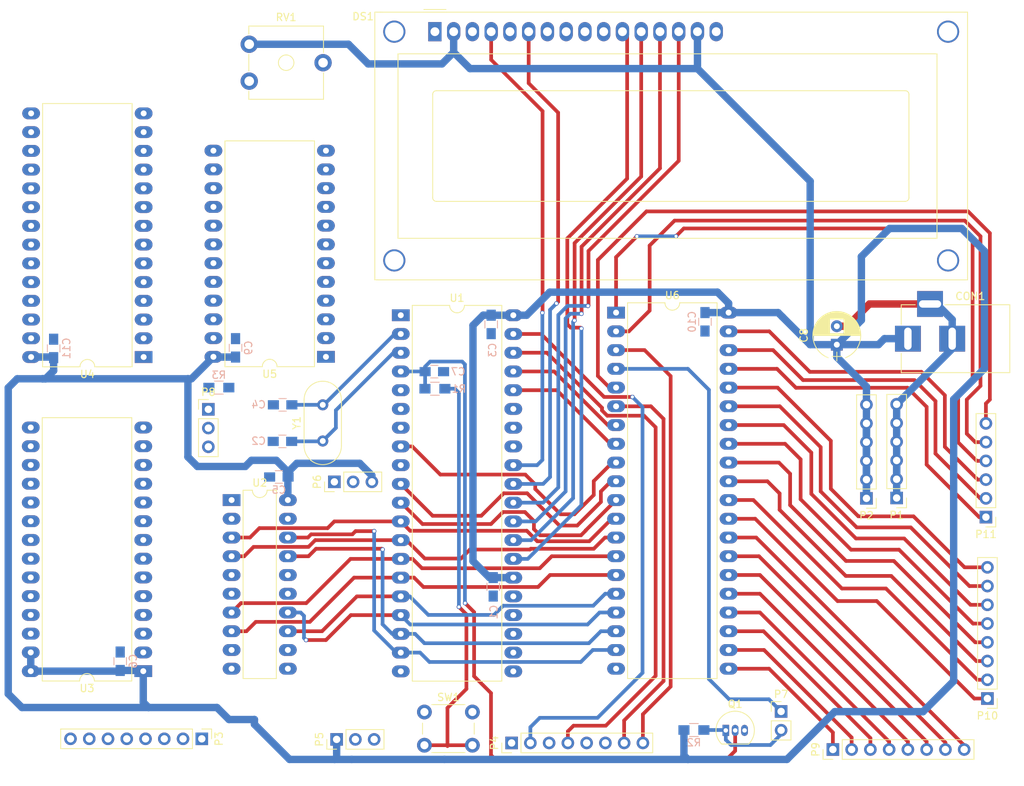
<source format=kicad_pcb>
(kicad_pcb (version 4) (host pcbnew 4.0.4-stable)

  (general
    (links 207)
    (no_connects 106)
    (area 0 0 0 0)
    (thickness 1.6)
    (drawings 6)
    (tracks 520)
    (zones 0)
    (modules 37)
    (nets 94)
  )

  (page A4)
  (layers
    (0 F.Cu signal)
    (31 B.Cu signal)
    (32 B.Adhes user)
    (33 F.Adhes user)
    (34 B.Paste user)
    (35 F.Paste user)
    (36 B.SilkS user)
    (37 F.SilkS user)
    (38 B.Mask user)
    (39 F.Mask user)
    (40 Dwgs.User user)
    (41 Cmts.User user)
    (42 Eco1.User user)
    (43 Eco2.User user)
    (44 Edge.Cuts user)
    (45 Margin user)
    (46 B.CrtYd user)
    (47 F.CrtYd user)
    (48 B.Fab user)
    (49 F.Fab user)
  )

  (setup
    (last_trace_width 0.25)
    (trace_clearance 0.2)
    (zone_clearance 0.508)
    (zone_45_only no)
    (trace_min 0.2)
    (segment_width 0.2)
    (edge_width 0.15)
    (via_size 0.5)
    (via_drill 0.3)
    (via_min_size 0.4)
    (via_min_drill 0.3)
    (uvia_size 0.3)
    (uvia_drill 0.1)
    (uvias_allowed no)
    (uvia_min_size 0.2)
    (uvia_min_drill 0.1)
    (pcb_text_width 0.3)
    (pcb_text_size 1.5 1.5)
    (mod_edge_width 0.15)
    (mod_text_size 1 1)
    (mod_text_width 0.15)
    (pad_size 2.4 1.6)
    (pad_drill 0.8)
    (pad_to_mask_clearance 0.2)
    (aux_axis_origin 0 0)
    (visible_elements 7FFFFFFF)
    (pcbplotparams
      (layerselection 0x00030_80000001)
      (usegerberextensions false)
      (excludeedgelayer true)
      (linewidth 0.100000)
      (plotframeref false)
      (viasonmask false)
      (mode 1)
      (useauxorigin false)
      (hpglpennumber 1)
      (hpglpenspeed 20)
      (hpglpendiameter 15)
      (hpglpenoverlay 2)
      (psnegative false)
      (psa4output false)
      (plotreference true)
      (plotvalue true)
      (plotinvisibletext false)
      (padsonsilk false)
      (subtractmaskfromsilk false)
      (outputformat 1)
      (mirror false)
      (drillshape 1)
      (scaleselection 1)
      (outputdirectory ""))
  )

  (net 0 "")
  (net 1 GND)
  (net 2 +5V)
  (net 3 "Net-(C2-Pad1)")
  (net 4 "Net-(C4-Pad1)")
  (net 5 /~RESET)
  (net 6 "Net-(DS1-Pad3)")
  (net 7 /LRS)
  (net 8 /LE)
  (net 9 /LD0)
  (net 10 /LD1)
  (net 11 /LD2)
  (net 12 /LD3)
  (net 13 /KBD_C0)
  (net 14 /KBD_C1)
  (net 15 /KBD_C2)
  (net 16 /KBD_C3)
  (net 17 /KBD_R0)
  (net 18 /KBD_R1)
  (net 19 /KBD_R2)
  (net 20 /KBD_R3)
  (net 21 /~INT)
  (net 22 /T1)
  (net 23 /T0)
  (net 24 /P2.7)
  (net 25 /P1.7)
  (net 26 /P1.6)
  (net 27 /TOUT)
  (net 28 /TIN)
  (net 29 /~SS)
  (net 30 /ALE)
  (net 31 /EA)
  (net 32 /RESET)
  (net 33 "Net-(P7-Pad2)")
  (net 34 "Net-(P8-Pad1)")
  (net 35 /A12)
  (net 36 /PA0)
  (net 37 /PA1)
  (net 38 /PA2)
  (net 39 /PA3)
  (net 40 /PA4)
  (net 41 /PA5)
  (net 42 /PA6)
  (net 43 /PA7)
  (net 44 /PB0)
  (net 45 /PB1)
  (net 46 /PB2)
  (net 47 /PB3)
  (net 48 /PB4)
  (net 49 /PB5)
  (net 50 /PB6)
  (net 51 /PB7)
  (net 52 /PC0)
  (net 53 /PC1)
  (net 54 /PC2)
  (net 55 /PC3)
  (net 56 /PC4)
  (net 57 /PC5)
  (net 58 "Net-(R1-Pad2)")
  (net 59 /A8)
  (net 60 /A9)
  (net 61 /A10)
  (net 62 /A11)
  (net 63 /PROG)
  (net 64 /~RD)
  (net 65 /~PSEN)
  (net 66 /~WR)
  (net 67 /DB0)
  (net 68 /DB1)
  (net 69 /DB2)
  (net 70 /DB3)
  (net 71 /~RAM_S)
  (net 72 /DB4)
  (net 73 /~EXP_S)
  (net 74 /DB5)
  (net 75 /IO/~M)
  (net 76 /DB6)
  (net 77 /DB7)
  (net 78 /A0)
  (net 79 /A4)
  (net 80 /A1)
  (net 81 /A5)
  (net 82 /A2)
  (net 83 /A6)
  (net 84 /A3)
  (net 85 /A7)
  (net 86 "Net-(U3-Pad26)")
  (net 87 /BS6)
  (net 88 /BS4)
  (net 89 /BS2)
  (net 90 /BS3)
  (net 91 /BS1)
  (net 92 /BS0)
  (net 93 /BS5)

  (net_class Default "To jest domyślna klasa połączeń."
    (clearance 0.2)
    (trace_width 0.25)
    (via_dia 0.5)
    (via_drill 0.3)
    (uvia_dia 0.3)
    (uvia_drill 0.1)
  )

  (net_class HC_Power ""
    (clearance 0.2)
    (trace_width 1)
    (via_dia 1)
    (via_drill 0.5)
    (uvia_dia 0.5)
    (uvia_drill 0.3)
    (add_net +5V)
    (add_net GND)
  )

  (net_class Power ""
    (clearance 0.2)
    (trace_width 0.5)
    (via_dia 0.8)
    (via_drill 0.5)
    (uvia_dia 0.3)
    (uvia_drill 0.1)
  )

  (net_class Signal ""
    (clearance 0.2)
    (trace_width 0.5)
    (via_dia 0.6)
    (via_drill 0.4)
    (uvia_dia 0.3)
    (uvia_drill 0.1)
    (add_net /A0)
    (add_net /A1)
    (add_net /A10)
    (add_net /A11)
    (add_net /A12)
    (add_net /A2)
    (add_net /A3)
    (add_net /A4)
    (add_net /A5)
    (add_net /A6)
    (add_net /A7)
    (add_net /A8)
    (add_net /A9)
    (add_net /ALE)
    (add_net /BS0)
    (add_net /BS1)
    (add_net /BS2)
    (add_net /BS3)
    (add_net /BS4)
    (add_net /BS5)
    (add_net /BS6)
    (add_net /DB0)
    (add_net /DB1)
    (add_net /DB2)
    (add_net /DB3)
    (add_net /DB4)
    (add_net /DB5)
    (add_net /DB6)
    (add_net /DB7)
    (add_net /EA)
    (add_net /IO/~M)
    (add_net /KBD_C0)
    (add_net /KBD_C1)
    (add_net /KBD_C2)
    (add_net /KBD_C3)
    (add_net /KBD_R0)
    (add_net /KBD_R1)
    (add_net /KBD_R2)
    (add_net /KBD_R3)
    (add_net /LD0)
    (add_net /LD1)
    (add_net /LD2)
    (add_net /LD3)
    (add_net /LE)
    (add_net /LRS)
    (add_net /P1.6)
    (add_net /P1.7)
    (add_net /P2.7)
    (add_net /PA0)
    (add_net /PA1)
    (add_net /PA2)
    (add_net /PA3)
    (add_net /PA4)
    (add_net /PA5)
    (add_net /PA6)
    (add_net /PA7)
    (add_net /PB0)
    (add_net /PB1)
    (add_net /PB2)
    (add_net /PB3)
    (add_net /PB4)
    (add_net /PB5)
    (add_net /PB6)
    (add_net /PB7)
    (add_net /PC0)
    (add_net /PC1)
    (add_net /PC2)
    (add_net /PC3)
    (add_net /PC4)
    (add_net /PC5)
    (add_net /PROG)
    (add_net /RESET)
    (add_net /T0)
    (add_net /T1)
    (add_net /TIN)
    (add_net /TOUT)
    (add_net /~EXP_S)
    (add_net /~INT)
    (add_net /~PSEN)
    (add_net /~RAM_S)
    (add_net /~RD)
    (add_net /~RESET)
    (add_net /~SS)
    (add_net /~WR)
    (add_net "Net-(C2-Pad1)")
    (add_net "Net-(C4-Pad1)")
    (add_net "Net-(DS1-Pad3)")
    (add_net "Net-(P7-Pad2)")
    (add_net "Net-(P8-Pad1)")
    (add_net "Net-(R1-Pad2)")
    (add_net "Net-(U3-Pad26)")
  )

  (module Capacitors_SMD:C_0805_HandSoldering (layer B.Cu) (tedit 63BC4C25) (tstamp 63BB1126)
    (at 98.4758 128.3208 90)
    (descr "Capacitor SMD 0805, hand soldering")
    (tags "capacitor 0805")
    (path /63B88A15)
    (attr smd)
    (fp_text reference C1 (at -3.429 0.0762 90) (layer B.SilkS)
      (effects (font (size 1 1) (thickness 0.15)) (justify mirror))
    )
    (fp_text value 100n (at 0 -1.75 90) (layer B.Fab)
      (effects (font (size 1 1) (thickness 0.15)) (justify mirror))
    )
    (fp_text user %R (at 0 1.75 90) (layer B.Fab)
      (effects (font (size 1 1) (thickness 0.15)) (justify mirror))
    )
    (fp_line (start -1 -0.62) (end -1 0.62) (layer B.Fab) (width 0.1))
    (fp_line (start 1 -0.62) (end -1 -0.62) (layer B.Fab) (width 0.1))
    (fp_line (start 1 0.62) (end 1 -0.62) (layer B.Fab) (width 0.1))
    (fp_line (start -1 0.62) (end 1 0.62) (layer B.Fab) (width 0.1))
    (fp_line (start 0.5 0.85) (end -0.5 0.85) (layer B.SilkS) (width 0.12))
    (fp_line (start -0.5 -0.85) (end 0.5 -0.85) (layer B.SilkS) (width 0.12))
    (fp_line (start -2.25 0.88) (end 2.25 0.88) (layer B.CrtYd) (width 0.05))
    (fp_line (start -2.25 0.88) (end -2.25 -0.87) (layer B.CrtYd) (width 0.05))
    (fp_line (start 2.25 -0.87) (end 2.25 0.88) (layer B.CrtYd) (width 0.05))
    (fp_line (start 2.25 -0.87) (end -2.25 -0.87) (layer B.CrtYd) (width 0.05))
    (pad 1 smd rect (at -1.25 0 90) (size 1.5 1.25) (layers B.Cu B.Paste B.Mask)
      (net 1 GND))
    (pad 2 smd rect (at 1.25 0 90) (size 1.5 1.25) (layers B.Cu B.Paste B.Mask)
      (net 2 +5V))
    (model Capacitors_SMD.3dshapes/C_0805.wrl
      (at (xyz 0 0 0))
      (scale (xyz 1 1 1))
      (rotate (xyz 0 0 0))
    )
  )

  (module Capacitors_SMD:C_0805_HandSoldering (layer B.Cu) (tedit 63BC4A51) (tstamp 63BB112C)
    (at 69.9262 108.6104 180)
    (descr "Capacitor SMD 0805, hand soldering")
    (tags "capacitor 0805")
    (path /63B48A39)
    (attr smd)
    (fp_text reference C2 (at 3.2258 0.0508 180) (layer B.SilkS)
      (effects (font (size 1 1) (thickness 0.15)) (justify mirror))
    )
    (fp_text value 20p (at 0 -1.75 180) (layer B.Fab)
      (effects (font (size 1 1) (thickness 0.15)) (justify mirror))
    )
    (fp_text user %R (at 0 1.75 180) (layer B.Fab)
      (effects (font (size 1 1) (thickness 0.15)) (justify mirror))
    )
    (fp_line (start -1 -0.62) (end -1 0.62) (layer B.Fab) (width 0.1))
    (fp_line (start 1 -0.62) (end -1 -0.62) (layer B.Fab) (width 0.1))
    (fp_line (start 1 0.62) (end 1 -0.62) (layer B.Fab) (width 0.1))
    (fp_line (start -1 0.62) (end 1 0.62) (layer B.Fab) (width 0.1))
    (fp_line (start 0.5 0.85) (end -0.5 0.85) (layer B.SilkS) (width 0.12))
    (fp_line (start -0.5 -0.85) (end 0.5 -0.85) (layer B.SilkS) (width 0.12))
    (fp_line (start -2.25 0.88) (end 2.25 0.88) (layer B.CrtYd) (width 0.05))
    (fp_line (start -2.25 0.88) (end -2.25 -0.87) (layer B.CrtYd) (width 0.05))
    (fp_line (start 2.25 -0.87) (end 2.25 0.88) (layer B.CrtYd) (width 0.05))
    (fp_line (start 2.25 -0.87) (end -2.25 -0.87) (layer B.CrtYd) (width 0.05))
    (pad 1 smd rect (at -1.25 0 180) (size 1.5 1.25) (layers B.Cu B.Paste B.Mask)
      (net 3 "Net-(C2-Pad1)"))
    (pad 2 smd rect (at 1.25 0 180) (size 1.5 1.25) (layers B.Cu B.Paste B.Mask)
      (net 1 GND))
    (model Capacitors_SMD.3dshapes/C_0805.wrl
      (at (xyz 0 0 0))
      (scale (xyz 1 1 1))
      (rotate (xyz 0 0 0))
    )
  )

  (module Capacitors_SMD:C_0805_HandSoldering (layer B.Cu) (tedit 63BC4C30) (tstamp 63BB1132)
    (at 98.1964 92.7608 270)
    (descr "Capacitor SMD 0805, hand soldering")
    (tags "capacitor 0805")
    (path /63B889F5)
    (attr smd)
    (fp_text reference C3 (at 3.4798 -0.1778 270) (layer B.SilkS)
      (effects (font (size 1 1) (thickness 0.15)) (justify mirror))
    )
    (fp_text value 100n (at 0 -1.75 270) (layer B.Fab)
      (effects (font (size 1 1) (thickness 0.15)) (justify mirror))
    )
    (fp_text user %R (at 0 1.75 270) (layer B.Fab)
      (effects (font (size 1 1) (thickness 0.15)) (justify mirror))
    )
    (fp_line (start -1 -0.62) (end -1 0.62) (layer B.Fab) (width 0.1))
    (fp_line (start 1 -0.62) (end -1 -0.62) (layer B.Fab) (width 0.1))
    (fp_line (start 1 0.62) (end 1 -0.62) (layer B.Fab) (width 0.1))
    (fp_line (start -1 0.62) (end 1 0.62) (layer B.Fab) (width 0.1))
    (fp_line (start 0.5 0.85) (end -0.5 0.85) (layer B.SilkS) (width 0.12))
    (fp_line (start -0.5 -0.85) (end 0.5 -0.85) (layer B.SilkS) (width 0.12))
    (fp_line (start -2.25 0.88) (end 2.25 0.88) (layer B.CrtYd) (width 0.05))
    (fp_line (start -2.25 0.88) (end -2.25 -0.87) (layer B.CrtYd) (width 0.05))
    (fp_line (start 2.25 -0.87) (end 2.25 0.88) (layer B.CrtYd) (width 0.05))
    (fp_line (start 2.25 -0.87) (end -2.25 -0.87) (layer B.CrtYd) (width 0.05))
    (pad 1 smd rect (at -1.25 0 270) (size 1.5 1.25) (layers B.Cu B.Paste B.Mask)
      (net 2 +5V))
    (pad 2 smd rect (at 1.25 0 270) (size 1.5 1.25) (layers B.Cu B.Paste B.Mask)
      (net 1 GND))
    (model Capacitors_SMD.3dshapes/C_0805.wrl
      (at (xyz 0 0 0))
      (scale (xyz 1 1 1))
      (rotate (xyz 0 0 0))
    )
  )

  (module Capacitors_SMD:C_0805_HandSoldering (layer B.Cu) (tedit 63BC4A4D) (tstamp 63BB1138)
    (at 69.9516 103.6574 180)
    (descr "Capacitor SMD 0805, hand soldering")
    (tags "capacitor 0805")
    (path /63B48AAE)
    (attr smd)
    (fp_text reference C4 (at 3.2512 0.0254 180) (layer B.SilkS)
      (effects (font (size 1 1) (thickness 0.15)) (justify mirror))
    )
    (fp_text value 5p (at 0 -1.75 180) (layer B.Fab)
      (effects (font (size 1 1) (thickness 0.15)) (justify mirror))
    )
    (fp_text user %R (at 0 1.75 180) (layer B.Fab)
      (effects (font (size 1 1) (thickness 0.15)) (justify mirror))
    )
    (fp_line (start -1 -0.62) (end -1 0.62) (layer B.Fab) (width 0.1))
    (fp_line (start 1 -0.62) (end -1 -0.62) (layer B.Fab) (width 0.1))
    (fp_line (start 1 0.62) (end 1 -0.62) (layer B.Fab) (width 0.1))
    (fp_line (start -1 0.62) (end 1 0.62) (layer B.Fab) (width 0.1))
    (fp_line (start 0.5 0.85) (end -0.5 0.85) (layer B.SilkS) (width 0.12))
    (fp_line (start -0.5 -0.85) (end 0.5 -0.85) (layer B.SilkS) (width 0.12))
    (fp_line (start -2.25 0.88) (end 2.25 0.88) (layer B.CrtYd) (width 0.05))
    (fp_line (start -2.25 0.88) (end -2.25 -0.87) (layer B.CrtYd) (width 0.05))
    (fp_line (start 2.25 -0.87) (end 2.25 0.88) (layer B.CrtYd) (width 0.05))
    (fp_line (start 2.25 -0.87) (end -2.25 -0.87) (layer B.CrtYd) (width 0.05))
    (pad 1 smd rect (at -1.25 0 180) (size 1.5 1.25) (layers B.Cu B.Paste B.Mask)
      (net 4 "Net-(C4-Pad1)"))
    (pad 2 smd rect (at 1.25 0 180) (size 1.5 1.25) (layers B.Cu B.Paste B.Mask)
      (net 1 GND))
    (model Capacitors_SMD.3dshapes/C_0805.wrl
      (at (xyz 0 0 0))
      (scale (xyz 1 1 1))
      (rotate (xyz 0 0 0))
    )
  )

  (module Capacitors_SMD:C_0805_HandSoldering (layer B.Cu) (tedit 58AA84A8) (tstamp 63BB113E)
    (at 69.4436 113.4364)
    (descr "Capacitor SMD 0805, hand soldering")
    (tags "capacitor 0805")
    (path /63B883E6)
    (attr smd)
    (fp_text reference C5 (at 0 1.75) (layer B.SilkS)
      (effects (font (size 1 1) (thickness 0.15)) (justify mirror))
    )
    (fp_text value 100n (at 0 -1.75) (layer B.Fab)
      (effects (font (size 1 1) (thickness 0.15)) (justify mirror))
    )
    (fp_text user %R (at 0 1.75) (layer B.Fab)
      (effects (font (size 1 1) (thickness 0.15)) (justify mirror))
    )
    (fp_line (start -1 -0.62) (end -1 0.62) (layer B.Fab) (width 0.1))
    (fp_line (start 1 -0.62) (end -1 -0.62) (layer B.Fab) (width 0.1))
    (fp_line (start 1 0.62) (end 1 -0.62) (layer B.Fab) (width 0.1))
    (fp_line (start -1 0.62) (end 1 0.62) (layer B.Fab) (width 0.1))
    (fp_line (start 0.5 0.85) (end -0.5 0.85) (layer B.SilkS) (width 0.12))
    (fp_line (start -0.5 -0.85) (end 0.5 -0.85) (layer B.SilkS) (width 0.12))
    (fp_line (start -2.25 0.88) (end 2.25 0.88) (layer B.CrtYd) (width 0.05))
    (fp_line (start -2.25 0.88) (end -2.25 -0.87) (layer B.CrtYd) (width 0.05))
    (fp_line (start 2.25 -0.87) (end 2.25 0.88) (layer B.CrtYd) (width 0.05))
    (fp_line (start 2.25 -0.87) (end -2.25 -0.87) (layer B.CrtYd) (width 0.05))
    (pad 1 smd rect (at -1.25 0) (size 1.5 1.25) (layers B.Cu B.Paste B.Mask)
      (net 1 GND))
    (pad 2 smd rect (at 1.25 0) (size 1.5 1.25) (layers B.Cu B.Paste B.Mask)
      (net 2 +5V))
    (model Capacitors_SMD.3dshapes/C_0805.wrl
      (at (xyz 0 0 0))
      (scale (xyz 1 1 1))
      (rotate (xyz 0 0 0))
    )
  )

  (module Capacitors_SMD:C_0805_HandSoldering (layer B.Cu) (tedit 58AA84A8) (tstamp 63BB1144)
    (at 47.9552 138.4046 90)
    (descr "Capacitor SMD 0805, hand soldering")
    (tags "capacitor 0805")
    (path /63B880A3)
    (attr smd)
    (fp_text reference C6 (at 0 1.75 90) (layer B.SilkS)
      (effects (font (size 1 1) (thickness 0.15)) (justify mirror))
    )
    (fp_text value 100n (at 0 -1.75 90) (layer B.Fab)
      (effects (font (size 1 1) (thickness 0.15)) (justify mirror))
    )
    (fp_text user %R (at 0 1.75 90) (layer B.Fab)
      (effects (font (size 1 1) (thickness 0.15)) (justify mirror))
    )
    (fp_line (start -1 -0.62) (end -1 0.62) (layer B.Fab) (width 0.1))
    (fp_line (start 1 -0.62) (end -1 -0.62) (layer B.Fab) (width 0.1))
    (fp_line (start 1 0.62) (end 1 -0.62) (layer B.Fab) (width 0.1))
    (fp_line (start -1 0.62) (end 1 0.62) (layer B.Fab) (width 0.1))
    (fp_line (start 0.5 0.85) (end -0.5 0.85) (layer B.SilkS) (width 0.12))
    (fp_line (start -0.5 -0.85) (end 0.5 -0.85) (layer B.SilkS) (width 0.12))
    (fp_line (start -2.25 0.88) (end 2.25 0.88) (layer B.CrtYd) (width 0.05))
    (fp_line (start -2.25 0.88) (end -2.25 -0.87) (layer B.CrtYd) (width 0.05))
    (fp_line (start 2.25 -0.87) (end 2.25 0.88) (layer B.CrtYd) (width 0.05))
    (fp_line (start 2.25 -0.87) (end -2.25 -0.87) (layer B.CrtYd) (width 0.05))
    (pad 1 smd rect (at -1.25 0 90) (size 1.5 1.25) (layers B.Cu B.Paste B.Mask)
      (net 2 +5V))
    (pad 2 smd rect (at 1.25 0 90) (size 1.5 1.25) (layers B.Cu B.Paste B.Mask)
      (net 1 GND))
    (model Capacitors_SMD.3dshapes/C_0805.wrl
      (at (xyz 0 0 0))
      (scale (xyz 1 1 1))
      (rotate (xyz 0 0 0))
    )
  )

  (module Capacitors_SMD:C_0805_HandSoldering (layer B.Cu) (tedit 63BC4EA8) (tstamp 63BB114A)
    (at 90.5002 99.1616)
    (descr "Capacitor SMD 0805, hand soldering")
    (tags "capacitor 0805")
    (path /63B8F944)
    (attr smd)
    (fp_text reference C7 (at 3.2258 0) (layer B.SilkS)
      (effects (font (size 1 1) (thickness 0.15)) (justify mirror))
    )
    (fp_text value 1u (at 0 -1.75) (layer B.Fab)
      (effects (font (size 1 1) (thickness 0.15)) (justify mirror))
    )
    (fp_text user %R (at 0 1.75) (layer B.Fab)
      (effects (font (size 1 1) (thickness 0.15)) (justify mirror))
    )
    (fp_line (start -1 -0.62) (end -1 0.62) (layer B.Fab) (width 0.1))
    (fp_line (start 1 -0.62) (end -1 -0.62) (layer B.Fab) (width 0.1))
    (fp_line (start 1 0.62) (end 1 -0.62) (layer B.Fab) (width 0.1))
    (fp_line (start -1 0.62) (end 1 0.62) (layer B.Fab) (width 0.1))
    (fp_line (start 0.5 0.85) (end -0.5 0.85) (layer B.SilkS) (width 0.12))
    (fp_line (start -0.5 -0.85) (end 0.5 -0.85) (layer B.SilkS) (width 0.12))
    (fp_line (start -2.25 0.88) (end 2.25 0.88) (layer B.CrtYd) (width 0.05))
    (fp_line (start -2.25 0.88) (end -2.25 -0.87) (layer B.CrtYd) (width 0.05))
    (fp_line (start 2.25 -0.87) (end 2.25 0.88) (layer B.CrtYd) (width 0.05))
    (fp_line (start 2.25 -0.87) (end -2.25 -0.87) (layer B.CrtYd) (width 0.05))
    (pad 1 smd rect (at -1.25 0) (size 1.5 1.25) (layers B.Cu B.Paste B.Mask)
      (net 5 /~RESET))
    (pad 2 smd rect (at 1.25 0) (size 1.5 1.25) (layers B.Cu B.Paste B.Mask)
      (net 1 GND))
    (model Capacitors_SMD.3dshapes/C_0805.wrl
      (at (xyz 0 0 0))
      (scale (xyz 1 1 1))
      (rotate (xyz 0 0 0))
    )
  )

  (module Capacitors_ThroughHole:CP_Radial_D6.3mm_P2.50mm (layer F.Cu) (tedit 597BC7C2) (tstamp 63BB1150)
    (at 145.0086 95.504 90)
    (descr "CP, Radial series, Radial, pin pitch=2.50mm, , diameter=6.3mm, Electrolytic Capacitor")
    (tags "CP Radial series Radial pin pitch 2.50mm  diameter 6.3mm Electrolytic Capacitor")
    (path /63BAFB31)
    (fp_text reference C8 (at 1.25 -4.46 90) (layer F.SilkS)
      (effects (font (size 1 1) (thickness 0.15)))
    )
    (fp_text value 100u (at 1.25 4.46 90) (layer F.Fab)
      (effects (font (size 1 1) (thickness 0.15)))
    )
    (fp_arc (start 1.25 0) (end -1.767482 -1.18) (angle 137.3) (layer F.SilkS) (width 0.12))
    (fp_arc (start 1.25 0) (end -1.767482 1.18) (angle -137.3) (layer F.SilkS) (width 0.12))
    (fp_arc (start 1.25 0) (end 4.267482 -1.18) (angle 42.7) (layer F.SilkS) (width 0.12))
    (fp_circle (center 1.25 0) (end 4.4 0) (layer F.Fab) (width 0.1))
    (fp_line (start -2.2 0) (end -1 0) (layer F.Fab) (width 0.1))
    (fp_line (start -1.6 -0.65) (end -1.6 0.65) (layer F.Fab) (width 0.1))
    (fp_line (start 1.25 -3.2) (end 1.25 3.2) (layer F.SilkS) (width 0.12))
    (fp_line (start 1.29 -3.2) (end 1.29 3.2) (layer F.SilkS) (width 0.12))
    (fp_line (start 1.33 -3.2) (end 1.33 3.2) (layer F.SilkS) (width 0.12))
    (fp_line (start 1.37 -3.198) (end 1.37 3.198) (layer F.SilkS) (width 0.12))
    (fp_line (start 1.41 -3.197) (end 1.41 3.197) (layer F.SilkS) (width 0.12))
    (fp_line (start 1.45 -3.194) (end 1.45 3.194) (layer F.SilkS) (width 0.12))
    (fp_line (start 1.49 -3.192) (end 1.49 3.192) (layer F.SilkS) (width 0.12))
    (fp_line (start 1.53 -3.188) (end 1.53 -0.98) (layer F.SilkS) (width 0.12))
    (fp_line (start 1.53 0.98) (end 1.53 3.188) (layer F.SilkS) (width 0.12))
    (fp_line (start 1.57 -3.185) (end 1.57 -0.98) (layer F.SilkS) (width 0.12))
    (fp_line (start 1.57 0.98) (end 1.57 3.185) (layer F.SilkS) (width 0.12))
    (fp_line (start 1.61 -3.18) (end 1.61 -0.98) (layer F.SilkS) (width 0.12))
    (fp_line (start 1.61 0.98) (end 1.61 3.18) (layer F.SilkS) (width 0.12))
    (fp_line (start 1.65 -3.176) (end 1.65 -0.98) (layer F.SilkS) (width 0.12))
    (fp_line (start 1.65 0.98) (end 1.65 3.176) (layer F.SilkS) (width 0.12))
    (fp_line (start 1.69 -3.17) (end 1.69 -0.98) (layer F.SilkS) (width 0.12))
    (fp_line (start 1.69 0.98) (end 1.69 3.17) (layer F.SilkS) (width 0.12))
    (fp_line (start 1.73 -3.165) (end 1.73 -0.98) (layer F.SilkS) (width 0.12))
    (fp_line (start 1.73 0.98) (end 1.73 3.165) (layer F.SilkS) (width 0.12))
    (fp_line (start 1.77 -3.158) (end 1.77 -0.98) (layer F.SilkS) (width 0.12))
    (fp_line (start 1.77 0.98) (end 1.77 3.158) (layer F.SilkS) (width 0.12))
    (fp_line (start 1.81 -3.152) (end 1.81 -0.98) (layer F.SilkS) (width 0.12))
    (fp_line (start 1.81 0.98) (end 1.81 3.152) (layer F.SilkS) (width 0.12))
    (fp_line (start 1.85 -3.144) (end 1.85 -0.98) (layer F.SilkS) (width 0.12))
    (fp_line (start 1.85 0.98) (end 1.85 3.144) (layer F.SilkS) (width 0.12))
    (fp_line (start 1.89 -3.137) (end 1.89 -0.98) (layer F.SilkS) (width 0.12))
    (fp_line (start 1.89 0.98) (end 1.89 3.137) (layer F.SilkS) (width 0.12))
    (fp_line (start 1.93 -3.128) (end 1.93 -0.98) (layer F.SilkS) (width 0.12))
    (fp_line (start 1.93 0.98) (end 1.93 3.128) (layer F.SilkS) (width 0.12))
    (fp_line (start 1.971 -3.119) (end 1.971 -0.98) (layer F.SilkS) (width 0.12))
    (fp_line (start 1.971 0.98) (end 1.971 3.119) (layer F.SilkS) (width 0.12))
    (fp_line (start 2.011 -3.11) (end 2.011 -0.98) (layer F.SilkS) (width 0.12))
    (fp_line (start 2.011 0.98) (end 2.011 3.11) (layer F.SilkS) (width 0.12))
    (fp_line (start 2.051 -3.1) (end 2.051 -0.98) (layer F.SilkS) (width 0.12))
    (fp_line (start 2.051 0.98) (end 2.051 3.1) (layer F.SilkS) (width 0.12))
    (fp_line (start 2.091 -3.09) (end 2.091 -0.98) (layer F.SilkS) (width 0.12))
    (fp_line (start 2.091 0.98) (end 2.091 3.09) (layer F.SilkS) (width 0.12))
    (fp_line (start 2.131 -3.079) (end 2.131 -0.98) (layer F.SilkS) (width 0.12))
    (fp_line (start 2.131 0.98) (end 2.131 3.079) (layer F.SilkS) (width 0.12))
    (fp_line (start 2.171 -3.067) (end 2.171 -0.98) (layer F.SilkS) (width 0.12))
    (fp_line (start 2.171 0.98) (end 2.171 3.067) (layer F.SilkS) (width 0.12))
    (fp_line (start 2.211 -3.055) (end 2.211 -0.98) (layer F.SilkS) (width 0.12))
    (fp_line (start 2.211 0.98) (end 2.211 3.055) (layer F.SilkS) (width 0.12))
    (fp_line (start 2.251 -3.042) (end 2.251 -0.98) (layer F.SilkS) (width 0.12))
    (fp_line (start 2.251 0.98) (end 2.251 3.042) (layer F.SilkS) (width 0.12))
    (fp_line (start 2.291 -3.029) (end 2.291 -0.98) (layer F.SilkS) (width 0.12))
    (fp_line (start 2.291 0.98) (end 2.291 3.029) (layer F.SilkS) (width 0.12))
    (fp_line (start 2.331 -3.015) (end 2.331 -0.98) (layer F.SilkS) (width 0.12))
    (fp_line (start 2.331 0.98) (end 2.331 3.015) (layer F.SilkS) (width 0.12))
    (fp_line (start 2.371 -3.001) (end 2.371 -0.98) (layer F.SilkS) (width 0.12))
    (fp_line (start 2.371 0.98) (end 2.371 3.001) (layer F.SilkS) (width 0.12))
    (fp_line (start 2.411 -2.986) (end 2.411 -0.98) (layer F.SilkS) (width 0.12))
    (fp_line (start 2.411 0.98) (end 2.411 2.986) (layer F.SilkS) (width 0.12))
    (fp_line (start 2.451 -2.97) (end 2.451 -0.98) (layer F.SilkS) (width 0.12))
    (fp_line (start 2.451 0.98) (end 2.451 2.97) (layer F.SilkS) (width 0.12))
    (fp_line (start 2.491 -2.954) (end 2.491 -0.98) (layer F.SilkS) (width 0.12))
    (fp_line (start 2.491 0.98) (end 2.491 2.954) (layer F.SilkS) (width 0.12))
    (fp_line (start 2.531 -2.937) (end 2.531 -0.98) (layer F.SilkS) (width 0.12))
    (fp_line (start 2.531 0.98) (end 2.531 2.937) (layer F.SilkS) (width 0.12))
    (fp_line (start 2.571 -2.919) (end 2.571 -0.98) (layer F.SilkS) (width 0.12))
    (fp_line (start 2.571 0.98) (end 2.571 2.919) (layer F.SilkS) (width 0.12))
    (fp_line (start 2.611 -2.901) (end 2.611 -0.98) (layer F.SilkS) (width 0.12))
    (fp_line (start 2.611 0.98) (end 2.611 2.901) (layer F.SilkS) (width 0.12))
    (fp_line (start 2.651 -2.882) (end 2.651 -0.98) (layer F.SilkS) (width 0.12))
    (fp_line (start 2.651 0.98) (end 2.651 2.882) (layer F.SilkS) (width 0.12))
    (fp_line (start 2.691 -2.863) (end 2.691 -0.98) (layer F.SilkS) (width 0.12))
    (fp_line (start 2.691 0.98) (end 2.691 2.863) (layer F.SilkS) (width 0.12))
    (fp_line (start 2.731 -2.843) (end 2.731 -0.98) (layer F.SilkS) (width 0.12))
    (fp_line (start 2.731 0.98) (end 2.731 2.843) (layer F.SilkS) (width 0.12))
    (fp_line (start 2.771 -2.822) (end 2.771 -0.98) (layer F.SilkS) (width 0.12))
    (fp_line (start 2.771 0.98) (end 2.771 2.822) (layer F.SilkS) (width 0.12))
    (fp_line (start 2.811 -2.8) (end 2.811 -0.98) (layer F.SilkS) (width 0.12))
    (fp_line (start 2.811 0.98) (end 2.811 2.8) (layer F.SilkS) (width 0.12))
    (fp_line (start 2.851 -2.778) (end 2.851 -0.98) (layer F.SilkS) (width 0.12))
    (fp_line (start 2.851 0.98) (end 2.851 2.778) (layer F.SilkS) (width 0.12))
    (fp_line (start 2.891 -2.755) (end 2.891 -0.98) (layer F.SilkS) (width 0.12))
    (fp_line (start 2.891 0.98) (end 2.891 2.755) (layer F.SilkS) (width 0.12))
    (fp_line (start 2.931 -2.731) (end 2.931 -0.98) (layer F.SilkS) (width 0.12))
    (fp_line (start 2.931 0.98) (end 2.931 2.731) (layer F.SilkS) (width 0.12))
    (fp_line (start 2.971 -2.706) (end 2.971 -0.98) (layer F.SilkS) (width 0.12))
    (fp_line (start 2.971 0.98) (end 2.971 2.706) (layer F.SilkS) (width 0.12))
    (fp_line (start 3.011 -2.681) (end 3.011 -0.98) (layer F.SilkS) (width 0.12))
    (fp_line (start 3.011 0.98) (end 3.011 2.681) (layer F.SilkS) (width 0.12))
    (fp_line (start 3.051 -2.654) (end 3.051 -0.98) (layer F.SilkS) (width 0.12))
    (fp_line (start 3.051 0.98) (end 3.051 2.654) (layer F.SilkS) (width 0.12))
    (fp_line (start 3.091 -2.627) (end 3.091 -0.98) (layer F.SilkS) (width 0.12))
    (fp_line (start 3.091 0.98) (end 3.091 2.627) (layer F.SilkS) (width 0.12))
    (fp_line (start 3.131 -2.599) (end 3.131 -0.98) (layer F.SilkS) (width 0.12))
    (fp_line (start 3.131 0.98) (end 3.131 2.599) (layer F.SilkS) (width 0.12))
    (fp_line (start 3.171 -2.57) (end 3.171 -0.98) (layer F.SilkS) (width 0.12))
    (fp_line (start 3.171 0.98) (end 3.171 2.57) (layer F.SilkS) (width 0.12))
    (fp_line (start 3.211 -2.54) (end 3.211 -0.98) (layer F.SilkS) (width 0.12))
    (fp_line (start 3.211 0.98) (end 3.211 2.54) (layer F.SilkS) (width 0.12))
    (fp_line (start 3.251 -2.51) (end 3.251 -0.98) (layer F.SilkS) (width 0.12))
    (fp_line (start 3.251 0.98) (end 3.251 2.51) (layer F.SilkS) (width 0.12))
    (fp_line (start 3.291 -2.478) (end 3.291 -0.98) (layer F.SilkS) (width 0.12))
    (fp_line (start 3.291 0.98) (end 3.291 2.478) (layer F.SilkS) (width 0.12))
    (fp_line (start 3.331 -2.445) (end 3.331 -0.98) (layer F.SilkS) (width 0.12))
    (fp_line (start 3.331 0.98) (end 3.331 2.445) (layer F.SilkS) (width 0.12))
    (fp_line (start 3.371 -2.411) (end 3.371 -0.98) (layer F.SilkS) (width 0.12))
    (fp_line (start 3.371 0.98) (end 3.371 2.411) (layer F.SilkS) (width 0.12))
    (fp_line (start 3.411 -2.375) (end 3.411 -0.98) (layer F.SilkS) (width 0.12))
    (fp_line (start 3.411 0.98) (end 3.411 2.375) (layer F.SilkS) (width 0.12))
    (fp_line (start 3.451 -2.339) (end 3.451 -0.98) (layer F.SilkS) (width 0.12))
    (fp_line (start 3.451 0.98) (end 3.451 2.339) (layer F.SilkS) (width 0.12))
    (fp_line (start 3.491 -2.301) (end 3.491 2.301) (layer F.SilkS) (width 0.12))
    (fp_line (start 3.531 -2.262) (end 3.531 2.262) (layer F.SilkS) (width 0.12))
    (fp_line (start 3.571 -2.222) (end 3.571 2.222) (layer F.SilkS) (width 0.12))
    (fp_line (start 3.611 -2.18) (end 3.611 2.18) (layer F.SilkS) (width 0.12))
    (fp_line (start 3.651 -2.137) (end 3.651 2.137) (layer F.SilkS) (width 0.12))
    (fp_line (start 3.691 -2.092) (end 3.691 2.092) (layer F.SilkS) (width 0.12))
    (fp_line (start 3.731 -2.045) (end 3.731 2.045) (layer F.SilkS) (width 0.12))
    (fp_line (start 3.771 -1.997) (end 3.771 1.997) (layer F.SilkS) (width 0.12))
    (fp_line (start 3.811 -1.946) (end 3.811 1.946) (layer F.SilkS) (width 0.12))
    (fp_line (start 3.851 -1.894) (end 3.851 1.894) (layer F.SilkS) (width 0.12))
    (fp_line (start 3.891 -1.839) (end 3.891 1.839) (layer F.SilkS) (width 0.12))
    (fp_line (start 3.931 -1.781) (end 3.931 1.781) (layer F.SilkS) (width 0.12))
    (fp_line (start 3.971 -1.721) (end 3.971 1.721) (layer F.SilkS) (width 0.12))
    (fp_line (start 4.011 -1.658) (end 4.011 1.658) (layer F.SilkS) (width 0.12))
    (fp_line (start 4.051 -1.591) (end 4.051 1.591) (layer F.SilkS) (width 0.12))
    (fp_line (start 4.091 -1.52) (end 4.091 1.52) (layer F.SilkS) (width 0.12))
    (fp_line (start 4.131 -1.445) (end 4.131 1.445) (layer F.SilkS) (width 0.12))
    (fp_line (start 4.171 -1.364) (end 4.171 1.364) (layer F.SilkS) (width 0.12))
    (fp_line (start 4.211 -1.278) (end 4.211 1.278) (layer F.SilkS) (width 0.12))
    (fp_line (start 4.251 -1.184) (end 4.251 1.184) (layer F.SilkS) (width 0.12))
    (fp_line (start 4.291 -1.081) (end 4.291 1.081) (layer F.SilkS) (width 0.12))
    (fp_line (start 4.331 -0.966) (end 4.331 0.966) (layer F.SilkS) (width 0.12))
    (fp_line (start 4.371 -0.834) (end 4.371 0.834) (layer F.SilkS) (width 0.12))
    (fp_line (start 4.411 -0.676) (end 4.411 0.676) (layer F.SilkS) (width 0.12))
    (fp_line (start 4.451 -0.468) (end 4.451 0.468) (layer F.SilkS) (width 0.12))
    (fp_line (start -2.2 0) (end -1 0) (layer F.SilkS) (width 0.12))
    (fp_line (start -1.6 -0.65) (end -1.6 0.65) (layer F.SilkS) (width 0.12))
    (fp_line (start -2.25 -3.5) (end -2.25 3.5) (layer F.CrtYd) (width 0.05))
    (fp_line (start -2.25 3.5) (end 4.75 3.5) (layer F.CrtYd) (width 0.05))
    (fp_line (start 4.75 3.5) (end 4.75 -3.5) (layer F.CrtYd) (width 0.05))
    (fp_line (start 4.75 -3.5) (end -2.25 -3.5) (layer F.CrtYd) (width 0.05))
    (fp_text user %R (at 1.25 0 90) (layer F.Fab)
      (effects (font (size 1 1) (thickness 0.15)))
    )
    (pad 1 thru_hole rect (at 0 0 90) (size 1.6 1.6) (drill 0.8) (layers *.Cu *.Mask)
      (net 2 +5V))
    (pad 2 thru_hole circle (at 2.5 0 90) (size 1.6 1.6) (drill 0.8) (layers *.Cu *.Mask)
      (net 1 GND))
    (model ${KISYS3DMOD}/Capacitors_THT.3dshapes/CP_Radial_D6.3mm_P2.50mm.wrl
      (at (xyz 0 0 0))
      (scale (xyz 1 1 1))
      (rotate (xyz 0 0 0))
    )
  )

  (module Capacitors_SMD:C_0805_HandSoldering (layer B.Cu) (tedit 58AA84A8) (tstamp 63BB1156)
    (at 63.5762 95.9358 90)
    (descr "Capacitor SMD 0805, hand soldering")
    (tags "capacitor 0805")
    (path /63B879DC)
    (attr smd)
    (fp_text reference C9 (at 0 1.75 90) (layer B.SilkS)
      (effects (font (size 1 1) (thickness 0.15)) (justify mirror))
    )
    (fp_text value 100n (at 0 -1.75 90) (layer B.Fab)
      (effects (font (size 1 1) (thickness 0.15)) (justify mirror))
    )
    (fp_text user %R (at 0 1.75 90) (layer B.Fab)
      (effects (font (size 1 1) (thickness 0.15)) (justify mirror))
    )
    (fp_line (start -1 -0.62) (end -1 0.62) (layer B.Fab) (width 0.1))
    (fp_line (start 1 -0.62) (end -1 -0.62) (layer B.Fab) (width 0.1))
    (fp_line (start 1 0.62) (end 1 -0.62) (layer B.Fab) (width 0.1))
    (fp_line (start -1 0.62) (end 1 0.62) (layer B.Fab) (width 0.1))
    (fp_line (start 0.5 0.85) (end -0.5 0.85) (layer B.SilkS) (width 0.12))
    (fp_line (start -0.5 -0.85) (end 0.5 -0.85) (layer B.SilkS) (width 0.12))
    (fp_line (start -2.25 0.88) (end 2.25 0.88) (layer B.CrtYd) (width 0.05))
    (fp_line (start -2.25 0.88) (end -2.25 -0.87) (layer B.CrtYd) (width 0.05))
    (fp_line (start 2.25 -0.87) (end 2.25 0.88) (layer B.CrtYd) (width 0.05))
    (fp_line (start 2.25 -0.87) (end -2.25 -0.87) (layer B.CrtYd) (width 0.05))
    (pad 1 smd rect (at -1.25 0 90) (size 1.5 1.25) (layers B.Cu B.Paste B.Mask)
      (net 2 +5V))
    (pad 2 smd rect (at 1.25 0 90) (size 1.5 1.25) (layers B.Cu B.Paste B.Mask)
      (net 1 GND))
    (model Capacitors_SMD.3dshapes/C_0805.wrl
      (at (xyz 0 0 0))
      (scale (xyz 1 1 1))
      (rotate (xyz 0 0 0))
    )
  )

  (module Capacitors_SMD:C_0805_HandSoldering (layer B.Cu) (tedit 58AA84A8) (tstamp 63BB115C)
    (at 127.1524 92.4052 270)
    (descr "Capacitor SMD 0805, hand soldering")
    (tags "capacitor 0805")
    (path /63B98328)
    (attr smd)
    (fp_text reference C10 (at 0 1.75 270) (layer B.SilkS)
      (effects (font (size 1 1) (thickness 0.15)) (justify mirror))
    )
    (fp_text value 100n (at 0 -1.75 270) (layer B.Fab)
      (effects (font (size 1 1) (thickness 0.15)) (justify mirror))
    )
    (fp_text user %R (at 0 1.75 270) (layer B.Fab)
      (effects (font (size 1 1) (thickness 0.15)) (justify mirror))
    )
    (fp_line (start -1 -0.62) (end -1 0.62) (layer B.Fab) (width 0.1))
    (fp_line (start 1 -0.62) (end -1 -0.62) (layer B.Fab) (width 0.1))
    (fp_line (start 1 0.62) (end 1 -0.62) (layer B.Fab) (width 0.1))
    (fp_line (start -1 0.62) (end 1 0.62) (layer B.Fab) (width 0.1))
    (fp_line (start 0.5 0.85) (end -0.5 0.85) (layer B.SilkS) (width 0.12))
    (fp_line (start -0.5 -0.85) (end 0.5 -0.85) (layer B.SilkS) (width 0.12))
    (fp_line (start -2.25 0.88) (end 2.25 0.88) (layer B.CrtYd) (width 0.05))
    (fp_line (start -2.25 0.88) (end -2.25 -0.87) (layer B.CrtYd) (width 0.05))
    (fp_line (start 2.25 -0.87) (end 2.25 0.88) (layer B.CrtYd) (width 0.05))
    (fp_line (start 2.25 -0.87) (end -2.25 -0.87) (layer B.CrtYd) (width 0.05))
    (pad 1 smd rect (at -1.25 0 270) (size 1.5 1.25) (layers B.Cu B.Paste B.Mask)
      (net 2 +5V))
    (pad 2 smd rect (at 1.25 0 270) (size 1.5 1.25) (layers B.Cu B.Paste B.Mask)
      (net 1 GND))
    (model Capacitors_SMD.3dshapes/C_0805.wrl
      (at (xyz 0 0 0))
      (scale (xyz 1 1 1))
      (rotate (xyz 0 0 0))
    )
  )

  (module Connect:BARREL_JACK (layer F.Cu) (tedit 5861378E) (tstamp 63BB1163)
    (at 154.6352 94.6912 180)
    (descr "DC Barrel Jack")
    (tags "Power Jack")
    (path /63BAC6CE)
    (fp_text reference CON1 (at -8.45 5.75 360) (layer F.SilkS)
      (effects (font (size 1 1) (thickness 0.15)))
    )
    (fp_text value BARREL_JACK (at -6.2 -5.5 180) (layer F.Fab)
      (effects (font (size 1 1) (thickness 0.15)))
    )
    (fp_line (start 1 -4.5) (end 1 -4.75) (layer F.CrtYd) (width 0.05))
    (fp_line (start 1 -4.75) (end -14 -4.75) (layer F.CrtYd) (width 0.05))
    (fp_line (start 1 -4.5) (end 1 -2) (layer F.CrtYd) (width 0.05))
    (fp_line (start 1 -2) (end 2 -2) (layer F.CrtYd) (width 0.05))
    (fp_line (start 2 -2) (end 2 2) (layer F.CrtYd) (width 0.05))
    (fp_line (start 2 2) (end 1 2) (layer F.CrtYd) (width 0.05))
    (fp_line (start 1 2) (end 1 4.75) (layer F.CrtYd) (width 0.05))
    (fp_line (start 1 4.75) (end -1 4.75) (layer F.CrtYd) (width 0.05))
    (fp_line (start -1 4.75) (end -1 6.75) (layer F.CrtYd) (width 0.05))
    (fp_line (start -1 6.75) (end -5 6.75) (layer F.CrtYd) (width 0.05))
    (fp_line (start -5 6.75) (end -5 4.75) (layer F.CrtYd) (width 0.05))
    (fp_line (start -5 4.75) (end -14 4.75) (layer F.CrtYd) (width 0.05))
    (fp_line (start -14 4.75) (end -14 -4.75) (layer F.CrtYd) (width 0.05))
    (fp_line (start -5 4.6) (end -13.8 4.6) (layer F.SilkS) (width 0.12))
    (fp_line (start -13.8 4.6) (end -13.8 -4.6) (layer F.SilkS) (width 0.12))
    (fp_line (start 0.9 1.9) (end 0.9 4.6) (layer F.SilkS) (width 0.12))
    (fp_line (start 0.9 4.6) (end -1 4.6) (layer F.SilkS) (width 0.12))
    (fp_line (start -13.8 -4.6) (end 0.9 -4.6) (layer F.SilkS) (width 0.12))
    (fp_line (start 0.9 -4.6) (end 0.9 -2) (layer F.SilkS) (width 0.12))
    (fp_line (start -10.2 -4.5) (end -10.2 4.5) (layer F.Fab) (width 0.1))
    (fp_line (start -13.7 -4.5) (end -13.7 4.5) (layer F.Fab) (width 0.1))
    (fp_line (start -13.7 4.5) (end 0.8 4.5) (layer F.Fab) (width 0.1))
    (fp_line (start 0.8 4.5) (end 0.8 -4.5) (layer F.Fab) (width 0.1))
    (fp_line (start 0.8 -4.5) (end -13.7 -4.5) (layer F.Fab) (width 0.1))
    (pad 1 thru_hole rect (at 0 0 180) (size 3.5 3.5) (drill oval 1 3) (layers *.Cu *.Mask)
      (net 2 +5V))
    (pad 2 thru_hole rect (at -6 0 180) (size 3.5 3.5) (drill oval 1 3) (layers *.Cu *.Mask)
      (net 1 GND))
    (pad 3 thru_hole rect (at -3 4.7 180) (size 3.5 3.5) (drill oval 3 1) (layers *.Cu *.Mask)
      (net 1 GND))
  )

  (module Display:WC1602A (layer F.Cu) (tedit 63C3DC84) (tstamp 63BB117B)
    (at 90.5764 53.086)
    (descr "LCD 16x2 http://www.wincomlcd.com/pdf/WC1602A-SFYLYHTC06.pdf")
    (tags "LCD 16x2 Alphanumeric 16pin")
    (path /63BA0648)
    (fp_text reference DS1 (at -9.7282 -2.0574) (layer F.SilkS)
      (effects (font (size 1 1) (thickness 0.15)))
    )
    (fp_text value LCD-016N002L (at -4.31 34.66) (layer F.Fab)
      (effects (font (size 1 1) (thickness 0.15)))
    )
    (fp_line (start -8.14 33.64) (end 72.14 33.64) (layer F.SilkS) (width 0.12))
    (fp_line (start 72.14 33.64) (end 72.14 -2.64) (layer F.SilkS) (width 0.12))
    (fp_line (start 72.14 -2.64) (end -7.34 -2.64) (layer F.SilkS) (width 0.12))
    (fp_line (start -8.14 -2.64) (end -8.14 33.64) (layer F.SilkS) (width 0.12))
    (fp_line (start -8.13 -2.64) (end -7.34 -2.64) (layer F.SilkS) (width 0.12))
    (fp_line (start -8.25 -2.75) (end -8.25 33.75) (layer F.CrtYd) (width 0.05))
    (fp_line (start -8.25 33.75) (end 72.25 33.75) (layer F.CrtYd) (width 0.05))
    (fp_line (start 72.25 -2.75) (end 72.25 33.75) (layer F.CrtYd) (width 0.05))
    (fp_line (start -1.5 -3) (end 1.5 -3) (layer F.SilkS) (width 0.12))
    (fp_line (start -8.25 -2.75) (end 72.25 -2.75) (layer F.CrtYd) (width 0.05))
    (fp_line (start 1 -2.5) (end 0 -1.5) (layer F.Fab) (width 0.1))
    (fp_line (start 0 -1.5) (end -1 -2.5) (layer F.Fab) (width 0.1))
    (fp_line (start -1 -2.5) (end -8 -2.5) (layer F.Fab) (width 0.1))
    (fp_text user %R (at 30.37 14.74) (layer F.Fab)
      (effects (font (size 1 1) (thickness 0.1)))
    )
    (fp_line (start 0.2 8) (end 63.7 8) (layer F.SilkS) (width 0.12))
    (fp_line (start -0.29972 22.49932) (end -0.29972 8.5) (layer F.SilkS) (width 0.12))
    (fp_line (start 63.70066 23) (end 0.2 23) (layer F.SilkS) (width 0.12))
    (fp_line (start 64.2 8.5) (end 64.2 22.5) (layer F.SilkS) (width 0.12))
    (fp_arc (start 63.7 8.5) (end 63.7 8) (angle 90) (layer F.SilkS) (width 0.12))
    (fp_arc (start 63.70066 22.49932) (end 64.20104 22.49932) (angle 90) (layer F.SilkS) (width 0.12))
    (fp_arc (start 0.20066 22.49932) (end 0.20066 22.9997) (angle 90) (layer F.SilkS) (width 0.12))
    (fp_arc (start 0.20066 8.49884) (end -0.29972 8.49884) (angle 90) (layer F.SilkS) (width 0.12))
    (fp_line (start -5 3) (end 68 3) (layer F.SilkS) (width 0.12))
    (fp_line (start 68 3) (end 68 28) (layer F.SilkS) (width 0.12))
    (fp_line (start 68 28) (end -5 28) (layer F.SilkS) (width 0.12))
    (fp_line (start -5 28) (end -5 3) (layer F.SilkS) (width 0.12))
    (fp_line (start 1 -2.5) (end 72 -2.5) (layer F.Fab) (width 0.1))
    (fp_line (start 72 -2.5) (end 72 33.5) (layer F.Fab) (width 0.1))
    (fp_line (start 72 33.5) (end -8 33.5) (layer F.Fab) (width 0.1))
    (fp_line (start -8 33.5) (end -8 -2.5) (layer F.Fab) (width 0.1))
    (pad 1 thru_hole rect (at 0 0) (size 1.8 2.6) (drill 1.2) (layers *.Cu *.Mask)
      (net 1 GND))
    (pad 2 thru_hole oval (at 2.54 0) (size 1.8 2.6) (drill 1.2) (layers *.Cu *.Mask)
      (net 2 +5V))
    (pad 3 thru_hole oval (at 5.08 0) (size 1.8 2.6) (drill 1.2) (layers *.Cu *.Mask)
      (net 6 "Net-(DS1-Pad3)"))
    (pad 4 thru_hole oval (at 7.62 0) (size 1.8 2.6) (drill 1.2) (layers *.Cu *.Mask)
      (net 7 /LRS))
    (pad 5 thru_hole oval (at 10.16 0) (size 1.8 2.6) (drill 1.2) (layers *.Cu *.Mask)
      (net 1 GND))
    (pad 6 thru_hole oval (at 12.7 0) (size 1.8 2.6) (drill 1.2) (layers *.Cu *.Mask)
      (net 8 /LE))
    (pad 7 thru_hole oval (at 15.24 0) (size 1.8 2.6) (drill 1.2) (layers *.Cu *.Mask)
      (net 1 GND))
    (pad 8 thru_hole oval (at 17.78 0) (size 1.8 2.6) (drill 1.2) (layers *.Cu *.Mask)
      (net 1 GND))
    (pad 9 thru_hole oval (at 20.32 0) (size 1.8 2.6) (drill 1.2) (layers *.Cu *.Mask)
      (net 1 GND))
    (pad 10 thru_hole oval (at 22.86 0) (size 1.8 2.6) (drill 1.2) (layers *.Cu *.Mask)
      (net 1 GND))
    (pad 11 thru_hole oval (at 25.4 0) (size 1.8 2.6) (drill 1.2) (layers *.Cu *.Mask)
      (net 9 /LD0))
    (pad 12 thru_hole oval (at 27.94 0) (size 1.8 2.6) (drill 1.2) (layers *.Cu *.Mask)
      (net 10 /LD1))
    (pad 13 thru_hole oval (at 30.48 0) (size 1.8 2.6) (drill 1.2) (layers *.Cu *.Mask)
      (net 11 /LD2))
    (pad 14 thru_hole oval (at 33.02 0) (size 1.8 2.6) (drill 1.2) (layers *.Cu *.Mask)
      (net 12 /LD3))
    (pad 15 thru_hole oval (at 35.56 0) (size 1.8 2.6) (drill 1.2) (layers *.Cu *.Mask)
      (net 2 +5V))
    (pad 16 thru_hole oval (at 38.1 0) (size 1.8 2.6) (drill 1.2) (layers *.Cu *.Mask)
      (net 1 GND))
    (pad "" thru_hole circle (at -5.4991 0) (size 3 3) (drill 2.5) (layers *.Cu *.Mask))
    (pad "" thru_hole circle (at -5.4991 31.0007) (size 3 3) (drill 2.5) (layers *.Cu *.Mask))
    (pad "" thru_hole circle (at 69.49948 31.0007) (size 3 3) (drill 2.5) (layers *.Cu *.Mask))
    (pad "" thru_hole circle (at 69.5 0) (size 3 3) (drill 2.5) (layers *.Cu *.Mask))
    (model ${KISYS3DMOD}/Displays.3dshapes/WC1602A.wrl
      (at (xyz 0 0 0))
      (scale (xyz 1 1 1))
      (rotate (xyz 0 0 0))
    )
  )

  (module Pin_Headers:Pin_Header_Straight_1x06_Pitch2.54mm (layer F.Cu) (tedit 59650532) (tstamp 63BB1185)
    (at 153.1112 116.2812 180)
    (descr "Through hole straight pin header, 1x06, 2.54mm pitch, single row")
    (tags "Through hole pin header THT 1x06 2.54mm single row")
    (path /63BA89D8)
    (fp_text reference P1 (at 0 -2.33 180) (layer F.SilkS)
      (effects (font (size 1 1) (thickness 0.15)))
    )
    (fp_text value CONN_01X06 (at 0 15.03 180) (layer F.Fab)
      (effects (font (size 1 1) (thickness 0.15)))
    )
    (fp_line (start -0.635 -1.27) (end 1.27 -1.27) (layer F.Fab) (width 0.1))
    (fp_line (start 1.27 -1.27) (end 1.27 13.97) (layer F.Fab) (width 0.1))
    (fp_line (start 1.27 13.97) (end -1.27 13.97) (layer F.Fab) (width 0.1))
    (fp_line (start -1.27 13.97) (end -1.27 -0.635) (layer F.Fab) (width 0.1))
    (fp_line (start -1.27 -0.635) (end -0.635 -1.27) (layer F.Fab) (width 0.1))
    (fp_line (start -1.33 14.03) (end 1.33 14.03) (layer F.SilkS) (width 0.12))
    (fp_line (start -1.33 1.27) (end -1.33 14.03) (layer F.SilkS) (width 0.12))
    (fp_line (start 1.33 1.27) (end 1.33 14.03) (layer F.SilkS) (width 0.12))
    (fp_line (start -1.33 1.27) (end 1.33 1.27) (layer F.SilkS) (width 0.12))
    (fp_line (start -1.33 0) (end -1.33 -1.33) (layer F.SilkS) (width 0.12))
    (fp_line (start -1.33 -1.33) (end 0 -1.33) (layer F.SilkS) (width 0.12))
    (fp_line (start -1.8 -1.8) (end -1.8 14.5) (layer F.CrtYd) (width 0.05))
    (fp_line (start -1.8 14.5) (end 1.8 14.5) (layer F.CrtYd) (width 0.05))
    (fp_line (start 1.8 14.5) (end 1.8 -1.8) (layer F.CrtYd) (width 0.05))
    (fp_line (start 1.8 -1.8) (end -1.8 -1.8) (layer F.CrtYd) (width 0.05))
    (fp_text user %R (at 0 6.35 270) (layer F.Fab)
      (effects (font (size 1 1) (thickness 0.15)))
    )
    (pad 1 thru_hole rect (at 0 0 180) (size 1.7 1.7) (drill 1) (layers *.Cu *.Mask)
      (net 1 GND))
    (pad 2 thru_hole oval (at 0 2.54 180) (size 1.7 1.7) (drill 1) (layers *.Cu *.Mask)
      (net 1 GND))
    (pad 3 thru_hole oval (at 0 5.08 180) (size 1.7 1.7) (drill 1) (layers *.Cu *.Mask)
      (net 1 GND))
    (pad 4 thru_hole oval (at 0 7.62 180) (size 1.7 1.7) (drill 1) (layers *.Cu *.Mask)
      (net 1 GND))
    (pad 5 thru_hole oval (at 0 10.16 180) (size 1.7 1.7) (drill 1) (layers *.Cu *.Mask)
      (net 1 GND))
    (pad 6 thru_hole oval (at 0 12.7 180) (size 1.7 1.7) (drill 1) (layers *.Cu *.Mask)
      (net 1 GND))
    (model ${KISYS3DMOD}/Pin_Headers.3dshapes/Pin_Header_Straight_1x06_Pitch2.54mm.wrl
      (at (xyz 0 0 0))
      (scale (xyz 1 1 1))
      (rotate (xyz 0 0 0))
    )
  )

  (module Pin_Headers:Pin_Header_Straight_1x06_Pitch2.54mm (layer F.Cu) (tedit 59650532) (tstamp 63BB118F)
    (at 149.0218 116.332 180)
    (descr "Through hole straight pin header, 1x06, 2.54mm pitch, single row")
    (tags "Through hole pin header THT 1x06 2.54mm single row")
    (path /63BA8AF7)
    (fp_text reference P2 (at 0 -2.33 180) (layer F.SilkS)
      (effects (font (size 1 1) (thickness 0.15)))
    )
    (fp_text value CONN_01X06 (at 0 15.03 180) (layer F.Fab)
      (effects (font (size 1 1) (thickness 0.15)))
    )
    (fp_line (start -0.635 -1.27) (end 1.27 -1.27) (layer F.Fab) (width 0.1))
    (fp_line (start 1.27 -1.27) (end 1.27 13.97) (layer F.Fab) (width 0.1))
    (fp_line (start 1.27 13.97) (end -1.27 13.97) (layer F.Fab) (width 0.1))
    (fp_line (start -1.27 13.97) (end -1.27 -0.635) (layer F.Fab) (width 0.1))
    (fp_line (start -1.27 -0.635) (end -0.635 -1.27) (layer F.Fab) (width 0.1))
    (fp_line (start -1.33 14.03) (end 1.33 14.03) (layer F.SilkS) (width 0.12))
    (fp_line (start -1.33 1.27) (end -1.33 14.03) (layer F.SilkS) (width 0.12))
    (fp_line (start 1.33 1.27) (end 1.33 14.03) (layer F.SilkS) (width 0.12))
    (fp_line (start -1.33 1.27) (end 1.33 1.27) (layer F.SilkS) (width 0.12))
    (fp_line (start -1.33 0) (end -1.33 -1.33) (layer F.SilkS) (width 0.12))
    (fp_line (start -1.33 -1.33) (end 0 -1.33) (layer F.SilkS) (width 0.12))
    (fp_line (start -1.8 -1.8) (end -1.8 14.5) (layer F.CrtYd) (width 0.05))
    (fp_line (start -1.8 14.5) (end 1.8 14.5) (layer F.CrtYd) (width 0.05))
    (fp_line (start 1.8 14.5) (end 1.8 -1.8) (layer F.CrtYd) (width 0.05))
    (fp_line (start 1.8 -1.8) (end -1.8 -1.8) (layer F.CrtYd) (width 0.05))
    (fp_text user %R (at 0 6.35 270) (layer F.Fab)
      (effects (font (size 1 1) (thickness 0.15)))
    )
    (pad 1 thru_hole rect (at 0 0 180) (size 1.7 1.7) (drill 1) (layers *.Cu *.Mask)
      (net 2 +5V))
    (pad 2 thru_hole oval (at 0 2.54 180) (size 1.7 1.7) (drill 1) (layers *.Cu *.Mask)
      (net 2 +5V))
    (pad 3 thru_hole oval (at 0 5.08 180) (size 1.7 1.7) (drill 1) (layers *.Cu *.Mask)
      (net 2 +5V))
    (pad 4 thru_hole oval (at 0 7.62 180) (size 1.7 1.7) (drill 1) (layers *.Cu *.Mask)
      (net 2 +5V))
    (pad 5 thru_hole oval (at 0 10.16 180) (size 1.7 1.7) (drill 1) (layers *.Cu *.Mask)
      (net 2 +5V))
    (pad 6 thru_hole oval (at 0 12.7 180) (size 1.7 1.7) (drill 1) (layers *.Cu *.Mask)
      (net 2 +5V))
    (model ${KISYS3DMOD}/Pin_Headers.3dshapes/Pin_Header_Straight_1x06_Pitch2.54mm.wrl
      (at (xyz 0 0 0))
      (scale (xyz 1 1 1))
      (rotate (xyz 0 0 0))
    )
  )

  (module Pin_Headers:Pin_Header_Straight_1x08_Pitch2.54mm (layer F.Cu) (tedit 59650532) (tstamp 63BB119B)
    (at 59.0042 148.9202 270)
    (descr "Through hole straight pin header, 1x08, 2.54mm pitch, single row")
    (tags "Through hole pin header THT 1x08 2.54mm single row")
    (path /63BA3F9F)
    (fp_text reference P3 (at 0 -2.33 270) (layer F.SilkS)
      (effects (font (size 1 1) (thickness 0.15)))
    )
    (fp_text value CONN_01X08 (at 0 20.11 270) (layer F.Fab)
      (effects (font (size 1 1) (thickness 0.15)))
    )
    (fp_line (start -0.635 -1.27) (end 1.27 -1.27) (layer F.Fab) (width 0.1))
    (fp_line (start 1.27 -1.27) (end 1.27 19.05) (layer F.Fab) (width 0.1))
    (fp_line (start 1.27 19.05) (end -1.27 19.05) (layer F.Fab) (width 0.1))
    (fp_line (start -1.27 19.05) (end -1.27 -0.635) (layer F.Fab) (width 0.1))
    (fp_line (start -1.27 -0.635) (end -0.635 -1.27) (layer F.Fab) (width 0.1))
    (fp_line (start -1.33 19.11) (end 1.33 19.11) (layer F.SilkS) (width 0.12))
    (fp_line (start -1.33 1.27) (end -1.33 19.11) (layer F.SilkS) (width 0.12))
    (fp_line (start 1.33 1.27) (end 1.33 19.11) (layer F.SilkS) (width 0.12))
    (fp_line (start -1.33 1.27) (end 1.33 1.27) (layer F.SilkS) (width 0.12))
    (fp_line (start -1.33 0) (end -1.33 -1.33) (layer F.SilkS) (width 0.12))
    (fp_line (start -1.33 -1.33) (end 0 -1.33) (layer F.SilkS) (width 0.12))
    (fp_line (start -1.8 -1.8) (end -1.8 19.55) (layer F.CrtYd) (width 0.05))
    (fp_line (start -1.8 19.55) (end 1.8 19.55) (layer F.CrtYd) (width 0.05))
    (fp_line (start 1.8 19.55) (end 1.8 -1.8) (layer F.CrtYd) (width 0.05))
    (fp_line (start 1.8 -1.8) (end -1.8 -1.8) (layer F.CrtYd) (width 0.05))
    (fp_text user %R (at 0 8.89 360) (layer F.Fab)
      (effects (font (size 1 1) (thickness 0.15)))
    )
    (pad 1 thru_hole rect (at 0 0 270) (size 1.7 1.7) (drill 1) (layers *.Cu *.Mask)
      (net 13 /KBD_C0))
    (pad 2 thru_hole oval (at 0 2.54 270) (size 1.7 1.7) (drill 1) (layers *.Cu *.Mask)
      (net 14 /KBD_C1))
    (pad 3 thru_hole oval (at 0 5.08 270) (size 1.7 1.7) (drill 1) (layers *.Cu *.Mask)
      (net 15 /KBD_C2))
    (pad 4 thru_hole oval (at 0 7.62 270) (size 1.7 1.7) (drill 1) (layers *.Cu *.Mask)
      (net 16 /KBD_C3))
    (pad 5 thru_hole oval (at 0 10.16 270) (size 1.7 1.7) (drill 1) (layers *.Cu *.Mask)
      (net 17 /KBD_R0))
    (pad 6 thru_hole oval (at 0 12.7 270) (size 1.7 1.7) (drill 1) (layers *.Cu *.Mask)
      (net 18 /KBD_R1))
    (pad 7 thru_hole oval (at 0 15.24 270) (size 1.7 1.7) (drill 1) (layers *.Cu *.Mask)
      (net 19 /KBD_R2))
    (pad 8 thru_hole oval (at 0 17.78 270) (size 1.7 1.7) (drill 1) (layers *.Cu *.Mask)
      (net 20 /KBD_R3))
    (model ${KISYS3DMOD}/Pin_Headers.3dshapes/Pin_Header_Straight_1x08_Pitch2.54mm.wrl
      (at (xyz 0 0 0))
      (scale (xyz 1 1 1))
      (rotate (xyz 0 0 0))
    )
  )

  (module Pin_Headers:Pin_Header_Straight_1x08_Pitch2.54mm (layer F.Cu) (tedit 59650532) (tstamp 63BB11A7)
    (at 100.965 149.479 90)
    (descr "Through hole straight pin header, 1x08, 2.54mm pitch, single row")
    (tags "Through hole pin header THT 1x08 2.54mm single row")
    (path /63BAA4F9)
    (fp_text reference P4 (at 0 -2.33 90) (layer F.SilkS)
      (effects (font (size 1 1) (thickness 0.15)))
    )
    (fp_text value CONN_01X08 (at 0 20.11 90) (layer F.Fab)
      (effects (font (size 1 1) (thickness 0.15)))
    )
    (fp_line (start -0.635 -1.27) (end 1.27 -1.27) (layer F.Fab) (width 0.1))
    (fp_line (start 1.27 -1.27) (end 1.27 19.05) (layer F.Fab) (width 0.1))
    (fp_line (start 1.27 19.05) (end -1.27 19.05) (layer F.Fab) (width 0.1))
    (fp_line (start -1.27 19.05) (end -1.27 -0.635) (layer F.Fab) (width 0.1))
    (fp_line (start -1.27 -0.635) (end -0.635 -1.27) (layer F.Fab) (width 0.1))
    (fp_line (start -1.33 19.11) (end 1.33 19.11) (layer F.SilkS) (width 0.12))
    (fp_line (start -1.33 1.27) (end -1.33 19.11) (layer F.SilkS) (width 0.12))
    (fp_line (start 1.33 1.27) (end 1.33 19.11) (layer F.SilkS) (width 0.12))
    (fp_line (start -1.33 1.27) (end 1.33 1.27) (layer F.SilkS) (width 0.12))
    (fp_line (start -1.33 0) (end -1.33 -1.33) (layer F.SilkS) (width 0.12))
    (fp_line (start -1.33 -1.33) (end 0 -1.33) (layer F.SilkS) (width 0.12))
    (fp_line (start -1.8 -1.8) (end -1.8 19.55) (layer F.CrtYd) (width 0.05))
    (fp_line (start -1.8 19.55) (end 1.8 19.55) (layer F.CrtYd) (width 0.05))
    (fp_line (start 1.8 19.55) (end 1.8 -1.8) (layer F.CrtYd) (width 0.05))
    (fp_line (start 1.8 -1.8) (end -1.8 -1.8) (layer F.CrtYd) (width 0.05))
    (fp_text user %R (at 0 8.89 180) (layer F.Fab)
      (effects (font (size 1 1) (thickness 0.15)))
    )
    (pad 1 thru_hole rect (at 0 0 90) (size 1.7 1.7) (drill 1) (layers *.Cu *.Mask)
      (net 21 /~INT))
    (pad 2 thru_hole oval (at 0 2.54 90) (size 1.7 1.7) (drill 1) (layers *.Cu *.Mask)
      (net 22 /T1))
    (pad 3 thru_hole oval (at 0 5.08 90) (size 1.7 1.7) (drill 1) (layers *.Cu *.Mask)
      (net 23 /T0))
    (pad 4 thru_hole oval (at 0 7.62 90) (size 1.7 1.7) (drill 1) (layers *.Cu *.Mask)
      (net 24 /P2.7))
    (pad 5 thru_hole oval (at 0 10.16 90) (size 1.7 1.7) (drill 1) (layers *.Cu *.Mask)
      (net 25 /P1.7))
    (pad 6 thru_hole oval (at 0 12.7 90) (size 1.7 1.7) (drill 1) (layers *.Cu *.Mask)
      (net 26 /P1.6))
    (pad 7 thru_hole oval (at 0 15.24 90) (size 1.7 1.7) (drill 1) (layers *.Cu *.Mask)
      (net 27 /TOUT))
    (pad 8 thru_hole oval (at 0 17.78 90) (size 1.7 1.7) (drill 1) (layers *.Cu *.Mask)
      (net 28 /TIN))
    (model ${KISYS3DMOD}/Pin_Headers.3dshapes/Pin_Header_Straight_1x08_Pitch2.54mm.wrl
      (at (xyz 0 0 0))
      (scale (xyz 1 1 1))
      (rotate (xyz 0 0 0))
    )
  )

  (module Pin_Headers:Pin_Header_Straight_1x03_Pitch2.54mm (layer F.Cu) (tedit 59650532) (tstamp 63BB11AE)
    (at 77.2668 148.9964 90)
    (descr "Through hole straight pin header, 1x03, 2.54mm pitch, single row")
    (tags "Through hole pin header THT 1x03 2.54mm single row")
    (path /63BB125F)
    (fp_text reference P5 (at 0 -2.33 90) (layer F.SilkS)
      (effects (font (size 1 1) (thickness 0.15)))
    )
    (fp_text value CONN_01X03 (at 0 7.41 90) (layer F.Fab)
      (effects (font (size 1 1) (thickness 0.15)))
    )
    (fp_line (start -0.635 -1.27) (end 1.27 -1.27) (layer F.Fab) (width 0.1))
    (fp_line (start 1.27 -1.27) (end 1.27 6.35) (layer F.Fab) (width 0.1))
    (fp_line (start 1.27 6.35) (end -1.27 6.35) (layer F.Fab) (width 0.1))
    (fp_line (start -1.27 6.35) (end -1.27 -0.635) (layer F.Fab) (width 0.1))
    (fp_line (start -1.27 -0.635) (end -0.635 -1.27) (layer F.Fab) (width 0.1))
    (fp_line (start -1.33 6.41) (end 1.33 6.41) (layer F.SilkS) (width 0.12))
    (fp_line (start -1.33 1.27) (end -1.33 6.41) (layer F.SilkS) (width 0.12))
    (fp_line (start 1.33 1.27) (end 1.33 6.41) (layer F.SilkS) (width 0.12))
    (fp_line (start -1.33 1.27) (end 1.33 1.27) (layer F.SilkS) (width 0.12))
    (fp_line (start -1.33 0) (end -1.33 -1.33) (layer F.SilkS) (width 0.12))
    (fp_line (start -1.33 -1.33) (end 0 -1.33) (layer F.SilkS) (width 0.12))
    (fp_line (start -1.8 -1.8) (end -1.8 6.85) (layer F.CrtYd) (width 0.05))
    (fp_line (start -1.8 6.85) (end 1.8 6.85) (layer F.CrtYd) (width 0.05))
    (fp_line (start 1.8 6.85) (end 1.8 -1.8) (layer F.CrtYd) (width 0.05))
    (fp_line (start 1.8 -1.8) (end -1.8 -1.8) (layer F.CrtYd) (width 0.05))
    (fp_text user %R (at 0 2.54 180) (layer F.Fab)
      (effects (font (size 1 1) (thickness 0.15)))
    )
    (pad 1 thru_hole rect (at 0 0 90) (size 1.7 1.7) (drill 1) (layers *.Cu *.Mask)
      (net 2 +5V))
    (pad 2 thru_hole oval (at 0 2.54 90) (size 1.7 1.7) (drill 1) (layers *.Cu *.Mask)
      (net 29 /~SS))
    (pad 3 thru_hole oval (at 0 5.08 90) (size 1.7 1.7) (drill 1) (layers *.Cu *.Mask)
      (net 30 /ALE))
    (model ${KISYS3DMOD}/Pin_Headers.3dshapes/Pin_Header_Straight_1x03_Pitch2.54mm.wrl
      (at (xyz 0 0 0))
      (scale (xyz 1 1 1))
      (rotate (xyz 0 0 0))
    )
  )

  (module Pin_Headers:Pin_Header_Straight_1x03_Pitch2.54mm (layer F.Cu) (tedit 59650532) (tstamp 63BB11B5)
    (at 76.962 114.0968 90)
    (descr "Through hole straight pin header, 1x03, 2.54mm pitch, single row")
    (tags "Through hole pin header THT 1x03 2.54mm single row")
    (path /63B929A8)
    (fp_text reference P6 (at 0 -2.33 90) (layer F.SilkS)
      (effects (font (size 1 1) (thickness 0.15)))
    )
    (fp_text value CONN_01X03 (at 0 7.41 90) (layer F.Fab)
      (effects (font (size 1 1) (thickness 0.15)))
    )
    (fp_line (start -0.635 -1.27) (end 1.27 -1.27) (layer F.Fab) (width 0.1))
    (fp_line (start 1.27 -1.27) (end 1.27 6.35) (layer F.Fab) (width 0.1))
    (fp_line (start 1.27 6.35) (end -1.27 6.35) (layer F.Fab) (width 0.1))
    (fp_line (start -1.27 6.35) (end -1.27 -0.635) (layer F.Fab) (width 0.1))
    (fp_line (start -1.27 -0.635) (end -0.635 -1.27) (layer F.Fab) (width 0.1))
    (fp_line (start -1.33 6.41) (end 1.33 6.41) (layer F.SilkS) (width 0.12))
    (fp_line (start -1.33 1.27) (end -1.33 6.41) (layer F.SilkS) (width 0.12))
    (fp_line (start 1.33 1.27) (end 1.33 6.41) (layer F.SilkS) (width 0.12))
    (fp_line (start -1.33 1.27) (end 1.33 1.27) (layer F.SilkS) (width 0.12))
    (fp_line (start -1.33 0) (end -1.33 -1.33) (layer F.SilkS) (width 0.12))
    (fp_line (start -1.33 -1.33) (end 0 -1.33) (layer F.SilkS) (width 0.12))
    (fp_line (start -1.8 -1.8) (end -1.8 6.85) (layer F.CrtYd) (width 0.05))
    (fp_line (start -1.8 6.85) (end 1.8 6.85) (layer F.CrtYd) (width 0.05))
    (fp_line (start 1.8 6.85) (end 1.8 -1.8) (layer F.CrtYd) (width 0.05))
    (fp_line (start 1.8 -1.8) (end -1.8 -1.8) (layer F.CrtYd) (width 0.05))
    (fp_text user %R (at 0 2.54 180) (layer F.Fab)
      (effects (font (size 1 1) (thickness 0.15)))
    )
    (pad 1 thru_hole rect (at 0 0 90) (size 1.7 1.7) (drill 1) (layers *.Cu *.Mask)
      (net 1 GND))
    (pad 2 thru_hole oval (at 0 2.54 90) (size 1.7 1.7) (drill 1) (layers *.Cu *.Mask)
      (net 31 /EA))
    (pad 3 thru_hole oval (at 0 5.08 90) (size 1.7 1.7) (drill 1) (layers *.Cu *.Mask)
      (net 2 +5V))
    (model ${KISYS3DMOD}/Pin_Headers.3dshapes/Pin_Header_Straight_1x03_Pitch2.54mm.wrl
      (at (xyz 0 0 0))
      (scale (xyz 1 1 1))
      (rotate (xyz 0 0 0))
    )
  )

  (module Pin_Headers:Pin_Header_Straight_1x02_Pitch2.54mm (layer F.Cu) (tedit 59650532) (tstamp 63BB11BB)
    (at 137.4648 145.2118)
    (descr "Through hole straight pin header, 1x02, 2.54mm pitch, single row")
    (tags "Through hole pin header THT 1x02 2.54mm single row")
    (path /63BABD99)
    (fp_text reference P7 (at 0 -2.33) (layer F.SilkS)
      (effects (font (size 1 1) (thickness 0.15)))
    )
    (fp_text value CONN_01X02 (at 0 4.87) (layer F.Fab)
      (effects (font (size 1 1) (thickness 0.15)))
    )
    (fp_line (start -0.635 -1.27) (end 1.27 -1.27) (layer F.Fab) (width 0.1))
    (fp_line (start 1.27 -1.27) (end 1.27 3.81) (layer F.Fab) (width 0.1))
    (fp_line (start 1.27 3.81) (end -1.27 3.81) (layer F.Fab) (width 0.1))
    (fp_line (start -1.27 3.81) (end -1.27 -0.635) (layer F.Fab) (width 0.1))
    (fp_line (start -1.27 -0.635) (end -0.635 -1.27) (layer F.Fab) (width 0.1))
    (fp_line (start -1.33 3.87) (end 1.33 3.87) (layer F.SilkS) (width 0.12))
    (fp_line (start -1.33 1.27) (end -1.33 3.87) (layer F.SilkS) (width 0.12))
    (fp_line (start 1.33 1.27) (end 1.33 3.87) (layer F.SilkS) (width 0.12))
    (fp_line (start -1.33 1.27) (end 1.33 1.27) (layer F.SilkS) (width 0.12))
    (fp_line (start -1.33 0) (end -1.33 -1.33) (layer F.SilkS) (width 0.12))
    (fp_line (start -1.33 -1.33) (end 0 -1.33) (layer F.SilkS) (width 0.12))
    (fp_line (start -1.8 -1.8) (end -1.8 4.35) (layer F.CrtYd) (width 0.05))
    (fp_line (start -1.8 4.35) (end 1.8 4.35) (layer F.CrtYd) (width 0.05))
    (fp_line (start 1.8 4.35) (end 1.8 -1.8) (layer F.CrtYd) (width 0.05))
    (fp_line (start 1.8 -1.8) (end -1.8 -1.8) (layer F.CrtYd) (width 0.05))
    (fp_text user %R (at 0 1.27 90) (layer F.Fab)
      (effects (font (size 1 1) (thickness 0.15)))
    )
    (pad 1 thru_hole rect (at 0 0) (size 1.7 1.7) (drill 1) (layers *.Cu *.Mask)
      (net 32 /RESET))
    (pad 2 thru_hole oval (at 0 2.54) (size 1.7 1.7) (drill 1) (layers *.Cu *.Mask)
      (net 33 "Net-(P7-Pad2)"))
    (model ${KISYS3DMOD}/Pin_Headers.3dshapes/Pin_Header_Straight_1x02_Pitch2.54mm.wrl
      (at (xyz 0 0 0))
      (scale (xyz 1 1 1))
      (rotate (xyz 0 0 0))
    )
  )

  (module Pin_Headers:Pin_Header_Straight_1x03_Pitch2.54mm (layer F.Cu) (tedit 59650532) (tstamp 63BB11C2)
    (at 59.8932 104.267)
    (descr "Through hole straight pin header, 1x03, 2.54mm pitch, single row")
    (tags "Through hole pin header THT 1x03 2.54mm single row")
    (path /63B913D7)
    (fp_text reference P8 (at 0 -2.33) (layer F.SilkS)
      (effects (font (size 1 1) (thickness 0.15)))
    )
    (fp_text value CONN_01X03 (at 0 7.41) (layer F.Fab)
      (effects (font (size 1 1) (thickness 0.15)))
    )
    (fp_line (start -0.635 -1.27) (end 1.27 -1.27) (layer F.Fab) (width 0.1))
    (fp_line (start 1.27 -1.27) (end 1.27 6.35) (layer F.Fab) (width 0.1))
    (fp_line (start 1.27 6.35) (end -1.27 6.35) (layer F.Fab) (width 0.1))
    (fp_line (start -1.27 6.35) (end -1.27 -0.635) (layer F.Fab) (width 0.1))
    (fp_line (start -1.27 -0.635) (end -0.635 -1.27) (layer F.Fab) (width 0.1))
    (fp_line (start -1.33 6.41) (end 1.33 6.41) (layer F.SilkS) (width 0.12))
    (fp_line (start -1.33 1.27) (end -1.33 6.41) (layer F.SilkS) (width 0.12))
    (fp_line (start 1.33 1.27) (end 1.33 6.41) (layer F.SilkS) (width 0.12))
    (fp_line (start -1.33 1.27) (end 1.33 1.27) (layer F.SilkS) (width 0.12))
    (fp_line (start -1.33 0) (end -1.33 -1.33) (layer F.SilkS) (width 0.12))
    (fp_line (start -1.33 -1.33) (end 0 -1.33) (layer F.SilkS) (width 0.12))
    (fp_line (start -1.8 -1.8) (end -1.8 6.85) (layer F.CrtYd) (width 0.05))
    (fp_line (start -1.8 6.85) (end 1.8 6.85) (layer F.CrtYd) (width 0.05))
    (fp_line (start 1.8 6.85) (end 1.8 -1.8) (layer F.CrtYd) (width 0.05))
    (fp_line (start 1.8 -1.8) (end -1.8 -1.8) (layer F.CrtYd) (width 0.05))
    (fp_text user %R (at 0 2.54 90) (layer F.Fab)
      (effects (font (size 1 1) (thickness 0.15)))
    )
    (pad 1 thru_hole rect (at 0 0) (size 1.7 1.7) (drill 1) (layers *.Cu *.Mask)
      (net 34 "Net-(P8-Pad1)"))
    (pad 2 thru_hole oval (at 0 2.54) (size 1.7 1.7) (drill 1) (layers *.Cu *.Mask)
      (net 35 /A12))
    (pad 3 thru_hole oval (at 0 5.08) (size 1.7 1.7) (drill 1) (layers *.Cu *.Mask)
      (net 1 GND))
    (model ${KISYS3DMOD}/Pin_Headers.3dshapes/Pin_Header_Straight_1x03_Pitch2.54mm.wrl
      (at (xyz 0 0 0))
      (scale (xyz 1 1 1))
      (rotate (xyz 0 0 0))
    )
  )

  (module Pin_Headers:Pin_Header_Straight_1x08_Pitch2.54mm (layer F.Cu) (tedit 59650532) (tstamp 63BB11CE)
    (at 144.4752 150.368 90)
    (descr "Through hole straight pin header, 1x08, 2.54mm pitch, single row")
    (tags "Through hole pin header THT 1x08 2.54mm single row")
    (path /63BA6AE7)
    (fp_text reference P9 (at 0 -2.33 90) (layer F.SilkS)
      (effects (font (size 1 1) (thickness 0.15)))
    )
    (fp_text value CONN_01X08 (at 0 20.11 90) (layer F.Fab)
      (effects (font (size 1 1) (thickness 0.15)))
    )
    (fp_line (start -0.635 -1.27) (end 1.27 -1.27) (layer F.Fab) (width 0.1))
    (fp_line (start 1.27 -1.27) (end 1.27 19.05) (layer F.Fab) (width 0.1))
    (fp_line (start 1.27 19.05) (end -1.27 19.05) (layer F.Fab) (width 0.1))
    (fp_line (start -1.27 19.05) (end -1.27 -0.635) (layer F.Fab) (width 0.1))
    (fp_line (start -1.27 -0.635) (end -0.635 -1.27) (layer F.Fab) (width 0.1))
    (fp_line (start -1.33 19.11) (end 1.33 19.11) (layer F.SilkS) (width 0.12))
    (fp_line (start -1.33 1.27) (end -1.33 19.11) (layer F.SilkS) (width 0.12))
    (fp_line (start 1.33 1.27) (end 1.33 19.11) (layer F.SilkS) (width 0.12))
    (fp_line (start -1.33 1.27) (end 1.33 1.27) (layer F.SilkS) (width 0.12))
    (fp_line (start -1.33 0) (end -1.33 -1.33) (layer F.SilkS) (width 0.12))
    (fp_line (start -1.33 -1.33) (end 0 -1.33) (layer F.SilkS) (width 0.12))
    (fp_line (start -1.8 -1.8) (end -1.8 19.55) (layer F.CrtYd) (width 0.05))
    (fp_line (start -1.8 19.55) (end 1.8 19.55) (layer F.CrtYd) (width 0.05))
    (fp_line (start 1.8 19.55) (end 1.8 -1.8) (layer F.CrtYd) (width 0.05))
    (fp_line (start 1.8 -1.8) (end -1.8 -1.8) (layer F.CrtYd) (width 0.05))
    (fp_text user %R (at 0 8.89 180) (layer F.Fab)
      (effects (font (size 1 1) (thickness 0.15)))
    )
    (pad 1 thru_hole rect (at 0 0 90) (size 1.7 1.7) (drill 1) (layers *.Cu *.Mask)
      (net 36 /PA0))
    (pad 2 thru_hole oval (at 0 2.54 90) (size 1.7 1.7) (drill 1) (layers *.Cu *.Mask)
      (net 37 /PA1))
    (pad 3 thru_hole oval (at 0 5.08 90) (size 1.7 1.7) (drill 1) (layers *.Cu *.Mask)
      (net 38 /PA2))
    (pad 4 thru_hole oval (at 0 7.62 90) (size 1.7 1.7) (drill 1) (layers *.Cu *.Mask)
      (net 39 /PA3))
    (pad 5 thru_hole oval (at 0 10.16 90) (size 1.7 1.7) (drill 1) (layers *.Cu *.Mask)
      (net 40 /PA4))
    (pad 6 thru_hole oval (at 0 12.7 90) (size 1.7 1.7) (drill 1) (layers *.Cu *.Mask)
      (net 41 /PA5))
    (pad 7 thru_hole oval (at 0 15.24 90) (size 1.7 1.7) (drill 1) (layers *.Cu *.Mask)
      (net 42 /PA6))
    (pad 8 thru_hole oval (at 0 17.78 90) (size 1.7 1.7) (drill 1) (layers *.Cu *.Mask)
      (net 43 /PA7))
    (model ${KISYS3DMOD}/Pin_Headers.3dshapes/Pin_Header_Straight_1x08_Pitch2.54mm.wrl
      (at (xyz 0 0 0))
      (scale (xyz 1 1 1))
      (rotate (xyz 0 0 0))
    )
  )

  (module Pin_Headers:Pin_Header_Straight_1x08_Pitch2.54mm (layer F.Cu) (tedit 59650532) (tstamp 63BB11DA)
    (at 165.4048 143.4592 180)
    (descr "Through hole straight pin header, 1x08, 2.54mm pitch, single row")
    (tags "Through hole pin header THT 1x08 2.54mm single row")
    (path /63BA6B68)
    (fp_text reference P10 (at 0 -2.33 180) (layer F.SilkS)
      (effects (font (size 1 1) (thickness 0.15)))
    )
    (fp_text value CONN_01X08 (at 0 20.11 180) (layer F.Fab)
      (effects (font (size 1 1) (thickness 0.15)))
    )
    (fp_line (start -0.635 -1.27) (end 1.27 -1.27) (layer F.Fab) (width 0.1))
    (fp_line (start 1.27 -1.27) (end 1.27 19.05) (layer F.Fab) (width 0.1))
    (fp_line (start 1.27 19.05) (end -1.27 19.05) (layer F.Fab) (width 0.1))
    (fp_line (start -1.27 19.05) (end -1.27 -0.635) (layer F.Fab) (width 0.1))
    (fp_line (start -1.27 -0.635) (end -0.635 -1.27) (layer F.Fab) (width 0.1))
    (fp_line (start -1.33 19.11) (end 1.33 19.11) (layer F.SilkS) (width 0.12))
    (fp_line (start -1.33 1.27) (end -1.33 19.11) (layer F.SilkS) (width 0.12))
    (fp_line (start 1.33 1.27) (end 1.33 19.11) (layer F.SilkS) (width 0.12))
    (fp_line (start -1.33 1.27) (end 1.33 1.27) (layer F.SilkS) (width 0.12))
    (fp_line (start -1.33 0) (end -1.33 -1.33) (layer F.SilkS) (width 0.12))
    (fp_line (start -1.33 -1.33) (end 0 -1.33) (layer F.SilkS) (width 0.12))
    (fp_line (start -1.8 -1.8) (end -1.8 19.55) (layer F.CrtYd) (width 0.05))
    (fp_line (start -1.8 19.55) (end 1.8 19.55) (layer F.CrtYd) (width 0.05))
    (fp_line (start 1.8 19.55) (end 1.8 -1.8) (layer F.CrtYd) (width 0.05))
    (fp_line (start 1.8 -1.8) (end -1.8 -1.8) (layer F.CrtYd) (width 0.05))
    (fp_text user %R (at 0 8.89 270) (layer F.Fab)
      (effects (font (size 1 1) (thickness 0.15)))
    )
    (pad 1 thru_hole rect (at 0 0 180) (size 1.7 1.7) (drill 1) (layers *.Cu *.Mask)
      (net 44 /PB0))
    (pad 2 thru_hole oval (at 0 2.54 180) (size 1.7 1.7) (drill 1) (layers *.Cu *.Mask)
      (net 45 /PB1))
    (pad 3 thru_hole oval (at 0 5.08 180) (size 1.7 1.7) (drill 1) (layers *.Cu *.Mask)
      (net 46 /PB2))
    (pad 4 thru_hole oval (at 0 7.62 180) (size 1.7 1.7) (drill 1) (layers *.Cu *.Mask)
      (net 47 /PB3))
    (pad 5 thru_hole oval (at 0 10.16 180) (size 1.7 1.7) (drill 1) (layers *.Cu *.Mask)
      (net 48 /PB4))
    (pad 6 thru_hole oval (at 0 12.7 180) (size 1.7 1.7) (drill 1) (layers *.Cu *.Mask)
      (net 49 /PB5))
    (pad 7 thru_hole oval (at 0 15.24 180) (size 1.7 1.7) (drill 1) (layers *.Cu *.Mask)
      (net 50 /PB6))
    (pad 8 thru_hole oval (at 0 17.78 180) (size 1.7 1.7) (drill 1) (layers *.Cu *.Mask)
      (net 51 /PB7))
    (model ${KISYS3DMOD}/Pin_Headers.3dshapes/Pin_Header_Straight_1x08_Pitch2.54mm.wrl
      (at (xyz 0 0 0))
      (scale (xyz 1 1 1))
      (rotate (xyz 0 0 0))
    )
  )

  (module Pin_Headers:Pin_Header_Straight_1x06_Pitch2.54mm (layer F.Cu) (tedit 59650532) (tstamp 63BB11E4)
    (at 165.2016 118.872 180)
    (descr "Through hole straight pin header, 1x06, 2.54mm pitch, single row")
    (tags "Through hole pin header THT 1x06 2.54mm single row")
    (path /63BA7047)
    (fp_text reference P11 (at 0 -2.33 180) (layer F.SilkS)
      (effects (font (size 1 1) (thickness 0.15)))
    )
    (fp_text value CONN_01X06 (at 0 15.03 180) (layer F.Fab)
      (effects (font (size 1 1) (thickness 0.15)))
    )
    (fp_line (start -0.635 -1.27) (end 1.27 -1.27) (layer F.Fab) (width 0.1))
    (fp_line (start 1.27 -1.27) (end 1.27 13.97) (layer F.Fab) (width 0.1))
    (fp_line (start 1.27 13.97) (end -1.27 13.97) (layer F.Fab) (width 0.1))
    (fp_line (start -1.27 13.97) (end -1.27 -0.635) (layer F.Fab) (width 0.1))
    (fp_line (start -1.27 -0.635) (end -0.635 -1.27) (layer F.Fab) (width 0.1))
    (fp_line (start -1.33 14.03) (end 1.33 14.03) (layer F.SilkS) (width 0.12))
    (fp_line (start -1.33 1.27) (end -1.33 14.03) (layer F.SilkS) (width 0.12))
    (fp_line (start 1.33 1.27) (end 1.33 14.03) (layer F.SilkS) (width 0.12))
    (fp_line (start -1.33 1.27) (end 1.33 1.27) (layer F.SilkS) (width 0.12))
    (fp_line (start -1.33 0) (end -1.33 -1.33) (layer F.SilkS) (width 0.12))
    (fp_line (start -1.33 -1.33) (end 0 -1.33) (layer F.SilkS) (width 0.12))
    (fp_line (start -1.8 -1.8) (end -1.8 14.5) (layer F.CrtYd) (width 0.05))
    (fp_line (start -1.8 14.5) (end 1.8 14.5) (layer F.CrtYd) (width 0.05))
    (fp_line (start 1.8 14.5) (end 1.8 -1.8) (layer F.CrtYd) (width 0.05))
    (fp_line (start 1.8 -1.8) (end -1.8 -1.8) (layer F.CrtYd) (width 0.05))
    (fp_text user %R (at 0 6.35 270) (layer F.Fab)
      (effects (font (size 1 1) (thickness 0.15)))
    )
    (pad 1 thru_hole rect (at 0 0 180) (size 1.7 1.7) (drill 1) (layers *.Cu *.Mask)
      (net 52 /PC0))
    (pad 2 thru_hole oval (at 0 2.54 180) (size 1.7 1.7) (drill 1) (layers *.Cu *.Mask)
      (net 53 /PC1))
    (pad 3 thru_hole oval (at 0 5.08 180) (size 1.7 1.7) (drill 1) (layers *.Cu *.Mask)
      (net 54 /PC2))
    (pad 4 thru_hole oval (at 0 7.62 180) (size 1.7 1.7) (drill 1) (layers *.Cu *.Mask)
      (net 55 /PC3))
    (pad 5 thru_hole oval (at 0 10.16 180) (size 1.7 1.7) (drill 1) (layers *.Cu *.Mask)
      (net 56 /PC4))
    (pad 6 thru_hole oval (at 0 12.7 180) (size 1.7 1.7) (drill 1) (layers *.Cu *.Mask)
      (net 57 /PC5))
    (model ${KISYS3DMOD}/Pin_Headers.3dshapes/Pin_Header_Straight_1x06_Pitch2.54mm.wrl
      (at (xyz 0 0 0))
      (scale (xyz 1 1 1))
      (rotate (xyz 0 0 0))
    )
  )

  (module TO_SOT_Packages_THT:TO-92_Inline_Narrow_Oval (layer F.Cu) (tedit 58CE52AF) (tstamp 63BB11EB)
    (at 129.9718 147.7772)
    (descr "TO-92 leads in-line, narrow, oval pads, drill 0.6mm (see NXP sot054_po.pdf)")
    (tags "to-92 sc-43 sc-43a sot54 PA33 transistor")
    (path /63BAAD2B)
    (fp_text reference Q1 (at 1.27 -3.56) (layer F.SilkS)
      (effects (font (size 1 1) (thickness 0.15)))
    )
    (fp_text value Q_NMOS_DGS (at 1.27 2.79) (layer F.Fab)
      (effects (font (size 1 1) (thickness 0.15)))
    )
    (fp_text user %R (at 1.27 -3.56) (layer F.Fab)
      (effects (font (size 1 1) (thickness 0.15)))
    )
    (fp_line (start -0.53 1.85) (end 3.07 1.85) (layer F.SilkS) (width 0.12))
    (fp_line (start -0.5 1.75) (end 3 1.75) (layer F.Fab) (width 0.1))
    (fp_line (start -1.46 -2.73) (end 4 -2.73) (layer F.CrtYd) (width 0.05))
    (fp_line (start -1.46 -2.73) (end -1.46 2.01) (layer F.CrtYd) (width 0.05))
    (fp_line (start 4 2.01) (end 4 -2.73) (layer F.CrtYd) (width 0.05))
    (fp_line (start 4 2.01) (end -1.46 2.01) (layer F.CrtYd) (width 0.05))
    (fp_arc (start 1.27 0) (end 1.27 -2.48) (angle 135) (layer F.Fab) (width 0.1))
    (fp_arc (start 1.27 0) (end 1.27 -2.6) (angle -135) (layer F.SilkS) (width 0.12))
    (fp_arc (start 1.27 0) (end 1.27 -2.48) (angle -135) (layer F.Fab) (width 0.1))
    (fp_arc (start 1.27 0) (end 1.27 -2.6) (angle 135) (layer F.SilkS) (width 0.12))
    (pad 2 thru_hole oval (at 1.27 0 180) (size 0.9 1.5) (drill 0.6) (layers *.Cu *.Mask)
      (net 5 /~RESET))
    (pad 3 thru_hole oval (at 2.54 0 180) (size 0.9 1.5) (drill 0.6) (layers *.Cu *.Mask)
      (net 1 GND))
    (pad 1 thru_hole rect (at 0 0 180) (size 0.9 1.5) (drill 0.6) (layers *.Cu *.Mask)
      (net 33 "Net-(P7-Pad2)"))
    (model ${KISYS3DMOD}/TO_SOT_Packages_THT.3dshapes/TO-92_Inline_Narrow_Oval.wrl
      (at (xyz 0.05 0 0))
      (scale (xyz 1 1 1))
      (rotate (xyz 0 0 -90))
    )
  )

  (module Resistors_SMD:R_0805_HandSoldering (layer B.Cu) (tedit 63BC4EAE) (tstamp 63BB11F1)
    (at 90.5764 101.473)
    (descr "Resistor SMD 0805, hand soldering")
    (tags "resistor 0805")
    (path /63B8FBC9)
    (attr smd)
    (fp_text reference R1 (at 3.2512 0.0254) (layer B.SilkS)
      (effects (font (size 1 1) (thickness 0.15)) (justify mirror))
    )
    (fp_text value 1k (at 0 -1.75) (layer B.Fab)
      (effects (font (size 1 1) (thickness 0.15)) (justify mirror))
    )
    (fp_text user %R (at 0 0) (layer B.Fab)
      (effects (font (size 0.5 0.5) (thickness 0.075)) (justify mirror))
    )
    (fp_line (start -1 -0.62) (end -1 0.62) (layer B.Fab) (width 0.1))
    (fp_line (start 1 -0.62) (end -1 -0.62) (layer B.Fab) (width 0.1))
    (fp_line (start 1 0.62) (end 1 -0.62) (layer B.Fab) (width 0.1))
    (fp_line (start -1 0.62) (end 1 0.62) (layer B.Fab) (width 0.1))
    (fp_line (start 0.6 -0.88) (end -0.6 -0.88) (layer B.SilkS) (width 0.12))
    (fp_line (start -0.6 0.88) (end 0.6 0.88) (layer B.SilkS) (width 0.12))
    (fp_line (start -2.35 0.9) (end 2.35 0.9) (layer B.CrtYd) (width 0.05))
    (fp_line (start -2.35 0.9) (end -2.35 -0.9) (layer B.CrtYd) (width 0.05))
    (fp_line (start 2.35 -0.9) (end 2.35 0.9) (layer B.CrtYd) (width 0.05))
    (fp_line (start 2.35 -0.9) (end -2.35 -0.9) (layer B.CrtYd) (width 0.05))
    (pad 1 smd rect (at -1.35 0) (size 1.5 1.3) (layers B.Cu B.Paste B.Mask)
      (net 5 /~RESET))
    (pad 2 smd rect (at 1.35 0) (size 1.5 1.3) (layers B.Cu B.Paste B.Mask)
      (net 58 "Net-(R1-Pad2)"))
    (model ${KISYS3DMOD}/Resistors_SMD.3dshapes/R_0805.wrl
      (at (xyz 0 0 0))
      (scale (xyz 1 1 1))
      (rotate (xyz 0 0 0))
    )
  )

  (module Resistors_SMD:R_0805_HandSoldering (layer B.Cu) (tedit 58E0A804) (tstamp 63BB11F7)
    (at 125.6538 147.7264)
    (descr "Resistor SMD 0805, hand soldering")
    (tags "resistor 0805")
    (path /63BAB478)
    (attr smd)
    (fp_text reference R2 (at 0 1.7) (layer B.SilkS)
      (effects (font (size 1 1) (thickness 0.15)) (justify mirror))
    )
    (fp_text value 10k (at 0 -1.75) (layer B.Fab)
      (effects (font (size 1 1) (thickness 0.15)) (justify mirror))
    )
    (fp_text user %R (at 0 0) (layer B.Fab)
      (effects (font (size 0.5 0.5) (thickness 0.075)) (justify mirror))
    )
    (fp_line (start -1 -0.62) (end -1 0.62) (layer B.Fab) (width 0.1))
    (fp_line (start 1 -0.62) (end -1 -0.62) (layer B.Fab) (width 0.1))
    (fp_line (start 1 0.62) (end 1 -0.62) (layer B.Fab) (width 0.1))
    (fp_line (start -1 0.62) (end 1 0.62) (layer B.Fab) (width 0.1))
    (fp_line (start 0.6 -0.88) (end -0.6 -0.88) (layer B.SilkS) (width 0.12))
    (fp_line (start -0.6 0.88) (end 0.6 0.88) (layer B.SilkS) (width 0.12))
    (fp_line (start -2.35 0.9) (end 2.35 0.9) (layer B.CrtYd) (width 0.05))
    (fp_line (start -2.35 0.9) (end -2.35 -0.9) (layer B.CrtYd) (width 0.05))
    (fp_line (start 2.35 -0.9) (end 2.35 0.9) (layer B.CrtYd) (width 0.05))
    (fp_line (start 2.35 -0.9) (end -2.35 -0.9) (layer B.CrtYd) (width 0.05))
    (pad 1 smd rect (at -1.35 0) (size 1.5 1.3) (layers B.Cu B.Paste B.Mask)
      (net 2 +5V))
    (pad 2 smd rect (at 1.35 0) (size 1.5 1.3) (layers B.Cu B.Paste B.Mask)
      (net 33 "Net-(P7-Pad2)"))
    (model ${KISYS3DMOD}/Resistors_SMD.3dshapes/R_0805.wrl
      (at (xyz 0 0 0))
      (scale (xyz 1 1 1))
      (rotate (xyz 0 0 0))
    )
  )

  (module Resistors_SMD:R_0805_HandSoldering (layer B.Cu) (tedit 58E0A804) (tstamp 63BB11FD)
    (at 61.3156 101.3206 180)
    (descr "Resistor SMD 0805, hand soldering")
    (tags "resistor 0805")
    (path /63B919E3)
    (attr smd)
    (fp_text reference R3 (at 0 1.7 180) (layer B.SilkS)
      (effects (font (size 1 1) (thickness 0.15)) (justify mirror))
    )
    (fp_text value 22k (at 0 -1.75 180) (layer B.Fab)
      (effects (font (size 1 1) (thickness 0.15)) (justify mirror))
    )
    (fp_text user %R (at 0 0 180) (layer B.Fab)
      (effects (font (size 0.5 0.5) (thickness 0.075)) (justify mirror))
    )
    (fp_line (start -1 -0.62) (end -1 0.62) (layer B.Fab) (width 0.1))
    (fp_line (start 1 -0.62) (end -1 -0.62) (layer B.Fab) (width 0.1))
    (fp_line (start 1 0.62) (end 1 -0.62) (layer B.Fab) (width 0.1))
    (fp_line (start -1 0.62) (end 1 0.62) (layer B.Fab) (width 0.1))
    (fp_line (start 0.6 -0.88) (end -0.6 -0.88) (layer B.SilkS) (width 0.12))
    (fp_line (start -0.6 0.88) (end 0.6 0.88) (layer B.SilkS) (width 0.12))
    (fp_line (start -2.35 0.9) (end 2.35 0.9) (layer B.CrtYd) (width 0.05))
    (fp_line (start -2.35 0.9) (end -2.35 -0.9) (layer B.CrtYd) (width 0.05))
    (fp_line (start 2.35 -0.9) (end 2.35 0.9) (layer B.CrtYd) (width 0.05))
    (fp_line (start 2.35 -0.9) (end -2.35 -0.9) (layer B.CrtYd) (width 0.05))
    (pad 1 smd rect (at -1.35 0 180) (size 1.5 1.3) (layers B.Cu B.Paste B.Mask)
      (net 1 GND))
    (pad 2 smd rect (at 1.35 0 180) (size 1.5 1.3) (layers B.Cu B.Paste B.Mask)
      (net 34 "Net-(P8-Pad1)"))
    (model ${KISYS3DMOD}/Resistors_SMD.3dshapes/R_0805.wrl
      (at (xyz 0 0 0))
      (scale (xyz 1 1 1))
      (rotate (xyz 0 0 0))
    )
  )

  (module Potentiometers:Potentiometer_Trimmer_ACP_CA9v_Horizontal_Px10.0mm_Py5.0mm (layer F.Cu) (tedit 58826B0A) (tstamp 63BB1204)
    (at 65.4304 59.7916)
    (descr "Potentiometer, horizontally mounted, Omeg PC16PU, Omeg PC16PU, Omeg PC16PU, Vishay/Spectrol 248GJ/249GJ Single, Vishay/Spectrol 248GJ/249GJ Single, Vishay/Spectrol 248GJ/249GJ Single, Vishay/Spectrol 248GH/249GH Single, Vishay/Spectrol 148/149 Single, Vishay/Spectrol 148/149 Single, Vishay/Spectrol 148/149 Single, Vishay/Spectrol 148A/149A Single with mounting plates, Vishay/Spectrol 148/149 Double, Vishay/Spectrol 148A/149A Double with mounting plates, Piher PC-16 Single, Piher PC-16 Single, Piher PC-16 Single, Piher PC-16SV Single, Piher PC-16 Double, Piher PC-16 Triple, Piher T16H Single, Piher T16L Single, Piher T16H Double, Alps RK163 Single, Alps RK163 Double, Alps RK097 Single, Alps RK097 Double, Bourns PTV09A-2 Single with mounting sleve Single, Bourns PTV09A-1 with mounting sleve Single, Bourns PRS11S Single, Alps RK09K Single with mounting sleve Single, Alps RK09K with mounting sleve Single, Alps RK09L Single, Alps RK09L Single, Alps RK09L Double, Alps RK09L Double, Alps RK09Y Single, Bourns 3339S Single, Bourns 3339S Single, Bourns 3339P Single, Bourns 3339H Single, Vishay T7YA Single, Suntan TSR-3386H Single, Suntan TSR-3386H Single, Suntan TSR-3386P Single, Vishay T73XX Single, Vishay T73XX Single, Vishay T73YP Single, Piher PT-6h Single, Piher PT-6v Single, Piher PT-6v Single, Piher PT-10h2.5 Single, Piher PT-10h5 Single, Piher PT-101h3.8 Single, Piher PT-10v10 Single, Piher PT-10v10 Single, Piher PT-10v5 Single, Piher PT-15h5 Single, Piher PT-15h2.5 Single, Piher PT-15B Single, Piher PT-15hc5 Single, Piher PT-15v12.5 Single, Piher PT-15v12.5 Single, Piher PT-15v15 Single, Piher PT-15v15 Single, ACP CA6h Single, ACP CA6v Single, ACP CA6v Single, ACP CA6VSMD Single, ACP CA6VSMD Single, ACP CA9h2.5 Single, ACP CA9h3.8 Single, ACP CA9h5 Single, ACP CA9V Single, http://www.acptechnologies.com/wp-content/uploads/2016/12/ACP-CAT%C3%81LOGO-ENTERO-2016.pdf")
    (tags "Potentiometer horizontal  Omeg PC16PU  Omeg PC16PU  Omeg PC16PU  Vishay/Spectrol 248GJ/249GJ Single  Vishay/Spectrol 248GJ/249GJ Single  Vishay/Spectrol 248GJ/249GJ Single  Vishay/Spectrol 248GH/249GH Single  Vishay/Spectrol 148/149 Single  Vishay/Spectrol 148/149 Single  Vishay/Spectrol 148/149 Single  Vishay/Spectrol 148A/149A Single with mounting plates  Vishay/Spectrol 148/149 Double  Vishay/Spectrol 148A/149A Double with mounting plates  Piher PC-16 Single  Piher PC-16 Single  Piher PC-16 Single  Piher PC-16SV Single  Piher PC-16 Double  Piher PC-16 Triple  Piher T16H Single  Piher T16L Single  Piher T16H Double  Alps RK163 Single  Alps RK163 Double  Alps RK097 Single  Alps RK097 Double  Bourns PTV09A-2 Single with mounting sleve Single  Bourns PTV09A-1 with mounting sleve Single  Bourns PRS11S Single  Alps RK09K Single with mounting sleve Single  Alps RK09K with mounting sleve Single  Alps RK09L Single  Alps RK09L Single  Alps RK09L Double  Alps RK09L Double  Alps RK09Y Single  Bourns 3339S Single  Bourns 3339S Single  Bourns 3339P Single  Bourns 3339H Single  Vishay T7YA Single  Suntan TSR-3386H Single  Suntan TSR-3386H Single  Suntan TSR-3386P Single  Vishay T73XX Single  Vishay T73XX Single  Vishay T73YP Single  Piher PT-6h Single  Piher PT-6v Single  Piher PT-6v Single  Piher PT-10h2.5 Single  Piher PT-10h5 Single  Piher PT-101h3.8 Single  Piher PT-10v10 Single  Piher PT-10v10 Single  Piher PT-10v5 Single  Piher PT-15h5 Single  Piher PT-15h2.5 Single  Piher PT-15B Single  Piher PT-15hc5 Single  Piher PT-15v12.5 Single  Piher PT-15v12.5 Single  Piher PT-15v15 Single  Piher PT-15v15 Single  ACP CA6h Single  ACP CA6v Single  ACP CA6v Single  ACP CA6VSMD Single  ACP CA6VSMD Single  ACP CA9h2.5 Single  ACP CA9h3.8 Single  ACP CA9h5 Single  ACP CA9V Single")
    (path /63BA2D15)
    (fp_text reference RV1 (at 5 -8.65) (layer F.SilkS)
      (effects (font (size 1 1) (thickness 0.15)))
    )
    (fp_text value 10k (at 5 3.65) (layer F.Fab)
      (effects (font (size 1 1) (thickness 0.15)))
    )
    (fp_circle (center 5 -2.5) (end 6.5 -2.5) (layer F.Fab) (width 0.1))
    (fp_circle (center 5 -2.5) (end 6.05 -2.5) (layer F.Fab) (width 0.1))
    (fp_circle (center 5 -2.5) (end 6.05 -2.5) (layer F.SilkS) (width 0.12))
    (fp_line (start 0 -7.4) (end 0 2.4) (layer F.Fab) (width 0.1))
    (fp_line (start 0 2.4) (end 10 2.4) (layer F.Fab) (width 0.1))
    (fp_line (start 10 2.4) (end 10 -7.4) (layer F.Fab) (width 0.1))
    (fp_line (start 10 -7.4) (end 0 -7.4) (layer F.Fab) (width 0.1))
    (fp_line (start -0.06 -7.461) (end 10.06 -7.461) (layer F.SilkS) (width 0.12))
    (fp_line (start -0.06 2.46) (end 10.06 2.46) (layer F.SilkS) (width 0.12))
    (fp_line (start -0.06 -7.461) (end -0.06 -6.365) (layer F.SilkS) (width 0.12))
    (fp_line (start -0.06 -3.635) (end -0.06 -1.365) (layer F.SilkS) (width 0.12))
    (fp_line (start -0.06 1.365) (end -0.06 2.46) (layer F.SilkS) (width 0.12))
    (fp_line (start 10.06 -7.461) (end 10.06 -3.865) (layer F.SilkS) (width 0.12))
    (fp_line (start 10.06 -1.135) (end 10.06 2.46) (layer F.SilkS) (width 0.12))
    (fp_line (start -1.45 -7.65) (end -1.45 2.7) (layer F.CrtYd) (width 0.05))
    (fp_line (start -1.45 2.7) (end 11.45 2.7) (layer F.CrtYd) (width 0.05))
    (fp_line (start 11.45 2.7) (end 11.45 -7.65) (layer F.CrtYd) (width 0.05))
    (fp_line (start 11.45 -7.65) (end -1.45 -7.65) (layer F.CrtYd) (width 0.05))
    (pad 3 thru_hole circle (at 0 -5) (size 2.34 2.34) (drill 1.3) (layers *.Cu *.Mask)
      (net 2 +5V))
    (pad 2 thru_hole circle (at 10 -2.5) (size 2.34 2.34) (drill 1.3) (layers *.Cu *.Mask)
      (net 6 "Net-(DS1-Pad3)"))
    (pad 1 thru_hole circle (at 0 0) (size 2.34 2.34) (drill 1.3) (layers *.Cu *.Mask)
      (net 1 GND))
    (model Potentiometers.3dshapes/Potentiometer_Trimmer_ACP_CA9v_Horizontal_Px10.0mm_Py5.0mm.wrl
      (at (xyz 0 0 0))
      (scale (xyz 0.393701 0.393701 0.393701))
      (rotate (xyz 0 0 0))
    )
  )

  (module Buttons_Switches_ThroughHole:SW_PUSH_6mm (layer F.Cu) (tedit 5923F252) (tstamp 63BB120C)
    (at 89.154 145.288)
    (descr https://www.omron.com/ecb/products/pdf/en-b3f.pdf)
    (tags "tact sw push 6mm")
    (path /63B8FCCB)
    (fp_text reference SW1 (at 3.25 -2) (layer F.SilkS)
      (effects (font (size 1 1) (thickness 0.15)))
    )
    (fp_text value SW_PUSH (at 3.75 6.7) (layer F.Fab)
      (effects (font (size 1 1) (thickness 0.15)))
    )
    (fp_text user %R (at 3.25 2.25) (layer F.Fab)
      (effects (font (size 1 1) (thickness 0.15)))
    )
    (fp_line (start 3.25 -0.75) (end 6.25 -0.75) (layer F.Fab) (width 0.1))
    (fp_line (start 6.25 -0.75) (end 6.25 5.25) (layer F.Fab) (width 0.1))
    (fp_line (start 6.25 5.25) (end 0.25 5.25) (layer F.Fab) (width 0.1))
    (fp_line (start 0.25 5.25) (end 0.25 -0.75) (layer F.Fab) (width 0.1))
    (fp_line (start 0.25 -0.75) (end 3.25 -0.75) (layer F.Fab) (width 0.1))
    (fp_line (start 7.75 6) (end 8 6) (layer F.CrtYd) (width 0.05))
    (fp_line (start 8 6) (end 8 5.75) (layer F.CrtYd) (width 0.05))
    (fp_line (start 7.75 -1.5) (end 8 -1.5) (layer F.CrtYd) (width 0.05))
    (fp_line (start 8 -1.5) (end 8 -1.25) (layer F.CrtYd) (width 0.05))
    (fp_line (start -1.5 -1.25) (end -1.5 -1.5) (layer F.CrtYd) (width 0.05))
    (fp_line (start -1.5 -1.5) (end -1.25 -1.5) (layer F.CrtYd) (width 0.05))
    (fp_line (start -1.5 5.75) (end -1.5 6) (layer F.CrtYd) (width 0.05))
    (fp_line (start -1.5 6) (end -1.25 6) (layer F.CrtYd) (width 0.05))
    (fp_line (start -1.25 -1.5) (end 7.75 -1.5) (layer F.CrtYd) (width 0.05))
    (fp_line (start -1.5 5.75) (end -1.5 -1.25) (layer F.CrtYd) (width 0.05))
    (fp_line (start 7.75 6) (end -1.25 6) (layer F.CrtYd) (width 0.05))
    (fp_line (start 8 -1.25) (end 8 5.75) (layer F.CrtYd) (width 0.05))
    (fp_line (start 1 5.5) (end 5.5 5.5) (layer F.SilkS) (width 0.12))
    (fp_line (start -0.25 1.5) (end -0.25 3) (layer F.SilkS) (width 0.12))
    (fp_line (start 5.5 -1) (end 1 -1) (layer F.SilkS) (width 0.12))
    (fp_line (start 6.75 3) (end 6.75 1.5) (layer F.SilkS) (width 0.12))
    (fp_circle (center 3.25 2.25) (end 1.25 2.5) (layer F.Fab) (width 0.1))
    (pad 2 thru_hole circle (at 0 4.5 90) (size 2 2) (drill 1.1) (layers *.Cu *.Mask)
      (net 58 "Net-(R1-Pad2)"))
    (pad 1 thru_hole circle (at 0 0 90) (size 2 2) (drill 1.1) (layers *.Cu *.Mask)
      (net 1 GND))
    (pad 2 thru_hole circle (at 6.5 4.5 90) (size 2 2) (drill 1.1) (layers *.Cu *.Mask)
      (net 58 "Net-(R1-Pad2)"))
    (pad 1 thru_hole circle (at 6.5 0 90) (size 2 2) (drill 1.1) (layers *.Cu *.Mask)
      (net 1 GND))
    (model ${KISYS3DMOD}/Buttons_Switches_THT.3dshapes/SW_PUSH_6mm.wrl
      (at (xyz 0.005 0 0))
      (scale (xyz 0.3937 0.3937 0.3937))
      (rotate (xyz 0 0 0))
    )
  )

  (module Housings_DIP:DIP-40_W15.24mm_LongPads (layer F.Cu) (tedit 59C78D6C) (tstamp 63BB1238)
    (at 85.9536 91.5162)
    (descr "40-lead though-hole mounted DIP package, row spacing 15.24 mm (600 mils), LongPads")
    (tags "THT DIP DIL PDIP 2.54mm 15.24mm 600mil LongPads")
    (path /63B45CB1)
    (fp_text reference U1 (at 7.62 -2.33) (layer F.SilkS)
      (effects (font (size 1 1) (thickness 0.15)))
    )
    (fp_text value 8035 (at 7.62 50.59) (layer F.Fab)
      (effects (font (size 1 1) (thickness 0.15)))
    )
    (fp_arc (start 7.62 -1.33) (end 6.62 -1.33) (angle -180) (layer F.SilkS) (width 0.12))
    (fp_line (start 1.255 -1.27) (end 14.985 -1.27) (layer F.Fab) (width 0.1))
    (fp_line (start 14.985 -1.27) (end 14.985 49.53) (layer F.Fab) (width 0.1))
    (fp_line (start 14.985 49.53) (end 0.255 49.53) (layer F.Fab) (width 0.1))
    (fp_line (start 0.255 49.53) (end 0.255 -0.27) (layer F.Fab) (width 0.1))
    (fp_line (start 0.255 -0.27) (end 1.255 -1.27) (layer F.Fab) (width 0.1))
    (fp_line (start 6.62 -1.33) (end 1.56 -1.33) (layer F.SilkS) (width 0.12))
    (fp_line (start 1.56 -1.33) (end 1.56 49.59) (layer F.SilkS) (width 0.12))
    (fp_line (start 1.56 49.59) (end 13.68 49.59) (layer F.SilkS) (width 0.12))
    (fp_line (start 13.68 49.59) (end 13.68 -1.33) (layer F.SilkS) (width 0.12))
    (fp_line (start 13.68 -1.33) (end 8.62 -1.33) (layer F.SilkS) (width 0.12))
    (fp_line (start -1.5 -1.55) (end -1.5 49.8) (layer F.CrtYd) (width 0.05))
    (fp_line (start -1.5 49.8) (end 16.7 49.8) (layer F.CrtYd) (width 0.05))
    (fp_line (start 16.7 49.8) (end 16.7 -1.55) (layer F.CrtYd) (width 0.05))
    (fp_line (start 16.7 -1.55) (end -1.5 -1.55) (layer F.CrtYd) (width 0.05))
    (fp_text user %R (at 7.62 24.13) (layer F.Fab)
      (effects (font (size 1 1) (thickness 0.15)))
    )
    (pad 1 thru_hole rect (at 0 0) (size 2.4 1.6) (drill 0.8) (layers *.Cu *.Mask)
      (net 23 /T0))
    (pad 21 thru_hole oval (at 15.24 48.26) (size 2.4 1.6) (drill 0.8) (layers *.Cu *.Mask)
      (net 59 /A8))
    (pad 2 thru_hole oval (at 0 2.54) (size 2.4 1.6) (drill 0.8) (layers *.Cu *.Mask)
      (net 4 "Net-(C4-Pad1)"))
    (pad 22 thru_hole oval (at 15.24 45.72) (size 2.4 1.6) (drill 0.8) (layers *.Cu *.Mask)
      (net 60 /A9))
    (pad 3 thru_hole oval (at 0 5.08) (size 2.4 1.6) (drill 0.8) (layers *.Cu *.Mask)
      (net 3 "Net-(C2-Pad1)"))
    (pad 23 thru_hole oval (at 15.24 43.18) (size 2.4 1.6) (drill 0.8) (layers *.Cu *.Mask)
      (net 61 /A10))
    (pad 4 thru_hole oval (at 0 7.62) (size 2.4 1.6) (drill 0.8) (layers *.Cu *.Mask)
      (net 5 /~RESET))
    (pad 24 thru_hole oval (at 15.24 40.64) (size 2.4 1.6) (drill 0.8) (layers *.Cu *.Mask)
      (net 62 /A11))
    (pad 5 thru_hole oval (at 0 10.16) (size 2.4 1.6) (drill 0.8) (layers *.Cu *.Mask)
      (net 29 /~SS))
    (pad 25 thru_hole oval (at 15.24 38.1) (size 2.4 1.6) (drill 0.8) (layers *.Cu *.Mask)
      (net 63 /PROG))
    (pad 6 thru_hole oval (at 0 12.7) (size 2.4 1.6) (drill 0.8) (layers *.Cu *.Mask)
      (net 21 /~INT))
    (pad 26 thru_hole oval (at 15.24 35.56) (size 2.4 1.6) (drill 0.8) (layers *.Cu *.Mask)
      (net 2 +5V))
    (pad 7 thru_hole oval (at 0 15.24) (size 2.4 1.6) (drill 0.8) (layers *.Cu *.Mask)
      (net 31 /EA))
    (pad 27 thru_hole oval (at 15.24 33.02) (size 2.4 1.6) (drill 0.8) (layers *.Cu *.Mask)
      (net 9 /LD0))
    (pad 8 thru_hole oval (at 0 17.78) (size 2.4 1.6) (drill 0.8) (layers *.Cu *.Mask)
      (net 64 /~RD))
    (pad 28 thru_hole oval (at 15.24 30.48) (size 2.4 1.6) (drill 0.8) (layers *.Cu *.Mask)
      (net 10 /LD1))
    (pad 9 thru_hole oval (at 0 20.32) (size 2.4 1.6) (drill 0.8) (layers *.Cu *.Mask)
      (net 65 /~PSEN))
    (pad 29 thru_hole oval (at 15.24 27.94) (size 2.4 1.6) (drill 0.8) (layers *.Cu *.Mask)
      (net 11 /LD2))
    (pad 10 thru_hole oval (at 0 22.86) (size 2.4 1.6) (drill 0.8) (layers *.Cu *.Mask)
      (net 66 /~WR))
    (pad 30 thru_hole oval (at 15.24 25.4) (size 2.4 1.6) (drill 0.8) (layers *.Cu *.Mask)
      (net 12 /LD3))
    (pad 11 thru_hole oval (at 0 25.4) (size 2.4 1.6) (drill 0.8) (layers *.Cu *.Mask)
      (net 30 /ALE))
    (pad 31 thru_hole oval (at 15.24 22.86) (size 2.4 1.6) (drill 0.8) (layers *.Cu *.Mask)
      (net 8 /LE))
    (pad 12 thru_hole oval (at 0 27.94) (size 2.4 1.6) (drill 0.8) (layers *.Cu *.Mask)
      (net 67 /DB0))
    (pad 32 thru_hole oval (at 15.24 20.32) (size 2.4 1.6) (drill 0.8) (layers *.Cu *.Mask)
      (net 7 /LRS))
    (pad 13 thru_hole oval (at 0 30.48) (size 2.4 1.6) (drill 0.8) (layers *.Cu *.Mask)
      (net 68 /DB1))
    (pad 33 thru_hole oval (at 15.24 17.78) (size 2.4 1.6) (drill 0.8) (layers *.Cu *.Mask)
      (net 26 /P1.6))
    (pad 14 thru_hole oval (at 0 33.02) (size 2.4 1.6) (drill 0.8) (layers *.Cu *.Mask)
      (net 69 /DB2))
    (pad 34 thru_hole oval (at 15.24 15.24) (size 2.4 1.6) (drill 0.8) (layers *.Cu *.Mask)
      (net 25 /P1.7))
    (pad 15 thru_hole oval (at 0 35.56) (size 2.4 1.6) (drill 0.8) (layers *.Cu *.Mask)
      (net 70 /DB3))
    (pad 35 thru_hole oval (at 15.24 12.7) (size 2.4 1.6) (drill 0.8) (layers *.Cu *.Mask)
      (net 71 /~RAM_S))
    (pad 16 thru_hole oval (at 0 38.1) (size 2.4 1.6) (drill 0.8) (layers *.Cu *.Mask)
      (net 72 /DB4))
    (pad 36 thru_hole oval (at 15.24 10.16) (size 2.4 1.6) (drill 0.8) (layers *.Cu *.Mask)
      (net 73 /~EXP_S))
    (pad 17 thru_hole oval (at 0 40.64) (size 2.4 1.6) (drill 0.8) (layers *.Cu *.Mask)
      (net 74 /DB5))
    (pad 37 thru_hole oval (at 15.24 7.62) (size 2.4 1.6) (drill 0.8) (layers *.Cu *.Mask)
      (net 75 /IO/~M))
    (pad 18 thru_hole oval (at 0 43.18) (size 2.4 1.6) (drill 0.8) (layers *.Cu *.Mask)
      (net 76 /DB6))
    (pad 38 thru_hole oval (at 15.24 5.08) (size 2.4 1.6) (drill 0.8) (layers *.Cu *.Mask)
      (net 24 /P2.7))
    (pad 19 thru_hole oval (at 0 45.72) (size 2.4 1.6) (drill 0.8) (layers *.Cu *.Mask)
      (net 77 /DB7))
    (pad 39 thru_hole oval (at 15.24 2.54) (size 2.4 1.6) (drill 0.8) (layers *.Cu *.Mask)
      (net 22 /T1))
    (pad 20 thru_hole oval (at 0 48.26) (size 2.4 1.6) (drill 0.8) (layers *.Cu *.Mask)
      (net 1 GND))
    (pad 40 thru_hole oval (at 15.24 0) (size 2.4 1.6) (drill 0.8) (layers *.Cu *.Mask)
      (net 2 +5V))
    (model ${KISYS3DMOD}/Housings_DIP.3dshapes/DIP-40_W15.24mm.wrl
      (at (xyz 0 0 0))
      (scale (xyz 1 1 1))
      (rotate (xyz 0 0 0))
    )
  )

  (module Housings_DIP:DIP-20_W7.62mm_LongPads (layer F.Cu) (tedit 59C78D6B) (tstamp 63BB1250)
    (at 63.0428 116.5606)
    (descr "20-lead though-hole mounted DIP package, row spacing 7.62 mm (300 mils), LongPads")
    (tags "THT DIP DIL PDIP 2.54mm 7.62mm 300mil LongPads")
    (path /63B463AD)
    (fp_text reference U2 (at 3.81 -2.33) (layer F.SilkS)
      (effects (font (size 1 1) (thickness 0.15)))
    )
    (fp_text value 74AHCT373 (at 3.81 25.19) (layer F.Fab)
      (effects (font (size 1 1) (thickness 0.15)))
    )
    (fp_arc (start 3.81 -1.33) (end 2.81 -1.33) (angle -180) (layer F.SilkS) (width 0.12))
    (fp_line (start 1.635 -1.27) (end 6.985 -1.27) (layer F.Fab) (width 0.1))
    (fp_line (start 6.985 -1.27) (end 6.985 24.13) (layer F.Fab) (width 0.1))
    (fp_line (start 6.985 24.13) (end 0.635 24.13) (layer F.Fab) (width 0.1))
    (fp_line (start 0.635 24.13) (end 0.635 -0.27) (layer F.Fab) (width 0.1))
    (fp_line (start 0.635 -0.27) (end 1.635 -1.27) (layer F.Fab) (width 0.1))
    (fp_line (start 2.81 -1.33) (end 1.56 -1.33) (layer F.SilkS) (width 0.12))
    (fp_line (start 1.56 -1.33) (end 1.56 24.19) (layer F.SilkS) (width 0.12))
    (fp_line (start 1.56 24.19) (end 6.06 24.19) (layer F.SilkS) (width 0.12))
    (fp_line (start 6.06 24.19) (end 6.06 -1.33) (layer F.SilkS) (width 0.12))
    (fp_line (start 6.06 -1.33) (end 4.81 -1.33) (layer F.SilkS) (width 0.12))
    (fp_line (start -1.45 -1.55) (end -1.45 24.4) (layer F.CrtYd) (width 0.05))
    (fp_line (start -1.45 24.4) (end 9.1 24.4) (layer F.CrtYd) (width 0.05))
    (fp_line (start 9.1 24.4) (end 9.1 -1.55) (layer F.CrtYd) (width 0.05))
    (fp_line (start 9.1 -1.55) (end -1.45 -1.55) (layer F.CrtYd) (width 0.05))
    (fp_text user %R (at 3.81 11.43) (layer F.Fab)
      (effects (font (size 1 1) (thickness 0.15)))
    )
    (pad 1 thru_hole rect (at 0 0) (size 2.4 1.6) (drill 0.8) (layers *.Cu *.Mask)
      (net 1 GND))
    (pad 11 thru_hole oval (at 7.62 22.86) (size 2.4 1.6) (drill 0.8) (layers *.Cu *.Mask)
      (net 30 /ALE))
    (pad 2 thru_hole oval (at 0 2.54) (size 2.4 1.6) (drill 0.8) (layers *.Cu *.Mask)
      (net 78 /A0))
    (pad 12 thru_hole oval (at 7.62 20.32) (size 2.4 1.6) (drill 0.8) (layers *.Cu *.Mask)
      (net 79 /A4))
    (pad 3 thru_hole oval (at 0 5.08) (size 2.4 1.6) (drill 0.8) (layers *.Cu *.Mask)
      (net 67 /DB0))
    (pad 13 thru_hole oval (at 7.62 17.78) (size 2.4 1.6) (drill 0.8) (layers *.Cu *.Mask)
      (net 72 /DB4))
    (pad 4 thru_hole oval (at 0 7.62) (size 2.4 1.6) (drill 0.8) (layers *.Cu *.Mask)
      (net 68 /DB1))
    (pad 14 thru_hole oval (at 7.62 15.24) (size 2.4 1.6) (drill 0.8) (layers *.Cu *.Mask)
      (net 74 /DB5))
    (pad 5 thru_hole oval (at 0 10.16) (size 2.4 1.6) (drill 0.8) (layers *.Cu *.Mask)
      (net 80 /A1))
    (pad 15 thru_hole oval (at 7.62 12.7) (size 2.4 1.6) (drill 0.8) (layers *.Cu *.Mask)
      (net 81 /A5))
    (pad 6 thru_hole oval (at 0 12.7) (size 2.4 1.6) (drill 0.8) (layers *.Cu *.Mask)
      (net 82 /A2))
    (pad 16 thru_hole oval (at 7.62 10.16) (size 2.4 1.6) (drill 0.8) (layers *.Cu *.Mask)
      (net 83 /A6))
    (pad 7 thru_hole oval (at 0 15.24) (size 2.4 1.6) (drill 0.8) (layers *.Cu *.Mask)
      (net 69 /DB2))
    (pad 17 thru_hole oval (at 7.62 7.62) (size 2.4 1.6) (drill 0.8) (layers *.Cu *.Mask)
      (net 76 /DB6))
    (pad 8 thru_hole oval (at 0 17.78) (size 2.4 1.6) (drill 0.8) (layers *.Cu *.Mask)
      (net 70 /DB3))
    (pad 18 thru_hole oval (at 7.62 5.08) (size 2.4 1.6) (drill 0.8) (layers *.Cu *.Mask)
      (net 77 /DB7))
    (pad 9 thru_hole oval (at 0 20.32) (size 2.4 1.6) (drill 0.8) (layers *.Cu *.Mask)
      (net 84 /A3))
    (pad 19 thru_hole oval (at 7.62 2.54) (size 2.4 1.6) (drill 0.8) (layers *.Cu *.Mask)
      (net 85 /A7))
    (pad 10 thru_hole oval (at 0 22.86) (size 2.4 1.6) (drill 0.8) (layers *.Cu *.Mask)
      (net 1 GND))
    (pad 20 thru_hole oval (at 7.62 0) (size 2.4 1.6) (drill 0.8) (layers *.Cu *.Mask)
      (net 2 +5V))
    (model ${KISYS3DMOD}/Housings_DIP.3dshapes/DIP-20_W7.62mm.wrl
      (at (xyz 0 0 0))
      (scale (xyz 1 1 1))
      (rotate (xyz 0 0 0))
    )
  )

  (module Housings_DIP:DIP-28_W15.24mm_LongPads (layer F.Cu) (tedit 63C3D2C0) (tstamp 63BB1270)
    (at 51.0794 139.7508 180)
    (descr "28-lead though-hole mounted DIP package, row spacing 15.24 mm (600 mils), LongPads")
    (tags "THT DIP DIL PDIP 2.54mm 15.24mm 600mil LongPads")
    (path /63B46400)
    (fp_text reference U3 (at 7.62 -2.33 180) (layer F.SilkS)
      (effects (font (size 1 1) (thickness 0.15)))
    )
    (fp_text value 27C64 (at 7.62 35.35 180) (layer F.Fab)
      (effects (font (size 1 1) (thickness 0.15)))
    )
    (fp_arc (start 7.62 -1.33) (end 6.62 -1.33) (angle -180) (layer F.SilkS) (width 0.12))
    (fp_line (start 1.255 -1.27) (end 14.985 -1.27) (layer F.Fab) (width 0.1))
    (fp_line (start 14.985 -1.27) (end 14.985 34.29) (layer F.Fab) (width 0.1))
    (fp_line (start 14.985 34.29) (end 0.255 34.29) (layer F.Fab) (width 0.1))
    (fp_line (start 0.255 34.29) (end 0.255 -0.27) (layer F.Fab) (width 0.1))
    (fp_line (start 0.255 -0.27) (end 1.255 -1.27) (layer F.Fab) (width 0.1))
    (fp_line (start 6.62 -1.33) (end 1.56 -1.33) (layer F.SilkS) (width 0.12))
    (fp_line (start 1.56 -1.33) (end 1.56 34.35) (layer F.SilkS) (width 0.12))
    (fp_line (start 1.56 34.35) (end 13.68 34.35) (layer F.SilkS) (width 0.12))
    (fp_line (start 13.68 34.35) (end 13.68 -1.33) (layer F.SilkS) (width 0.12))
    (fp_line (start 13.68 -1.33) (end 8.62 -1.33) (layer F.SilkS) (width 0.12))
    (fp_line (start -1.5 -1.55) (end -1.5 34.55) (layer F.CrtYd) (width 0.05))
    (fp_line (start -1.5 34.55) (end 16.7 34.55) (layer F.CrtYd) (width 0.05))
    (fp_line (start 16.7 34.55) (end 16.7 -1.55) (layer F.CrtYd) (width 0.05))
    (fp_line (start 16.7 -1.55) (end -1.5 -1.55) (layer F.CrtYd) (width 0.05))
    (fp_text user %R (at 7.62 16.51 180) (layer F.Fab)
      (effects (font (size 1 1) (thickness 0.15)))
    )
    (pad 1 thru_hole rect (at 0 0 180) (size 2.4 1.6) (drill 0.8) (layers *.Cu *.Mask)
      (net 2 +5V))
    (pad 15 thru_hole oval (at 15.24 33.02 180) (size 2.4 1.6) (drill 0.8) (layers *.Cu *.Mask)
      (net 70 /DB3))
    (pad 2 thru_hole oval (at 0 2.54 180) (size 2.4 1.6) (drill 0.8) (layers *.Cu *.Mask)
      (net 35 /A12))
    (pad 16 thru_hole oval (at 15.24 30.48 180) (size 2.4 1.6) (drill 0.8) (layers *.Cu *.Mask)
      (net 72 /DB4))
    (pad 3 thru_hole oval (at 0 5.08 180) (size 2.4 1.6) (drill 0.8) (layers *.Cu *.Mask)
      (net 85 /A7))
    (pad 17 thru_hole oval (at 15.24 27.94 180) (size 2.4 1.6) (drill 0.8) (layers *.Cu *.Mask)
      (net 74 /DB5))
    (pad 4 thru_hole oval (at 0 7.62 180) (size 2.4 1.6) (drill 0.8) (layers *.Cu *.Mask)
      (net 83 /A6))
    (pad 18 thru_hole oval (at 15.24 25.4 180) (size 2.4 1.6) (drill 0.8) (layers *.Cu *.Mask)
      (net 76 /DB6))
    (pad 5 thru_hole oval (at 0 10.16 180) (size 2.4 1.6) (drill 0.8) (layers *.Cu *.Mask)
      (net 81 /A5))
    (pad 19 thru_hole oval (at 15.24 22.86 180) (size 2.4 1.6) (drill 0.8) (layers *.Cu *.Mask)
      (net 77 /DB7))
    (pad 6 thru_hole oval (at 0 12.7 180) (size 2.4 1.6) (drill 0.8) (layers *.Cu *.Mask)
      (net 79 /A4))
    (pad 20 thru_hole oval (at 15.24 20.32 180) (size 2.4 1.6) (drill 0.8) (layers *.Cu *.Mask)
      (net 1 GND))
    (pad 7 thru_hole oval (at 0 15.24 180) (size 2.4 1.6) (drill 0.8) (layers *.Cu *.Mask)
      (net 84 /A3))
    (pad 21 thru_hole oval (at 15.24 17.78 180) (size 2.4 1.6) (drill 0.8) (layers *.Cu *.Mask)
      (net 61 /A10))
    (pad 8 thru_hole oval (at 0 17.78 180) (size 2.4 1.6) (drill 0.8) (layers *.Cu *.Mask)
      (net 82 /A2))
    (pad 22 thru_hole oval (at 15.24 15.24 180) (size 2.4 1.6) (drill 0.8) (layers *.Cu *.Mask)
      (net 65 /~PSEN))
    (pad 9 thru_hole oval (at 0 20.32 180) (size 2.4 1.6) (drill 0.8) (layers *.Cu *.Mask)
      (net 80 /A1))
    (pad 23 thru_hole oval (at 15.24 12.7 180) (size 2.4 1.6) (drill 0.8) (layers *.Cu *.Mask)
      (net 62 /A11))
    (pad 10 thru_hole oval (at 0 22.86 180) (size 2.4 1.6) (drill 0.8) (layers *.Cu *.Mask)
      (net 78 /A0))
    (pad 24 thru_hole oval (at 15.24 10.16 180) (size 2.4 1.6) (drill 0.8) (layers *.Cu *.Mask)
      (net 60 /A9))
    (pad 11 thru_hole oval (at 0 25.4 180) (size 2.4 1.6) (drill 0.8) (layers *.Cu *.Mask)
      (net 67 /DB0))
    (pad 25 thru_hole oval (at 15.24 7.62 180) (size 2.4 1.6) (drill 0.8) (layers *.Cu *.Mask)
      (net 59 /A8))
    (pad 12 thru_hole oval (at 0 27.94 180) (size 2.4 1.6) (drill 0.8) (layers *.Cu *.Mask)
      (net 68 /DB1))
    (pad 26 thru_hole oval (at 15.24 5.08 180) (size 2.4 1.6) (drill 0.8) (layers *.Cu *.Mask)
      (net 86 "Net-(U3-Pad26)"))
    (pad 13 thru_hole oval (at 0 30.48 180) (size 2.4 1.6) (drill 0.8) (layers *.Cu *.Mask)
      (net 69 /DB2))
    (pad 27 thru_hole oval (at 15.24 2.54 180) (size 2.4 1.6) (drill 0.8) (layers *.Cu *.Mask)
      (net 2 +5V))
    (pad 14 thru_hole oval (at 0 33.02 180) (size 2.4 1.6) (drill 0.8) (layers *.Cu *.Mask)
      (net 1 GND))
    (pad 28 thru_hole oval (at 15.24 0 180) (size 2.4 1.6) (drill 0.8) (layers *.Cu *.Mask)
      (net 2 +5V))
    (model ${KISYS3DMOD}/Housings_DIP.3dshapes/DIP-28_W15.24mm.wrl
      (at (xyz 0 0 0))
      (scale (xyz 1 1 1))
      (rotate (xyz 0 0 0))
    )
  )

  (module Housings_DIP:DIP-28_W15.24mm_LongPads (layer F.Cu) (tedit 63BC4DC3) (tstamp 63BB1290)
    (at 51.1302 97.1804 180)
    (descr "28-lead though-hole mounted DIP package, row spacing 15.24 mm (600 mils), LongPads")
    (tags "THT DIP DIL PDIP 2.54mm 15.24mm 600mil LongPads")
    (path /63B8A098)
    (fp_text reference U4 (at 7.62 -2.33 180) (layer F.SilkS)
      (effects (font (size 1 1) (thickness 0.15)))
    )
    (fp_text value HM62256BLP-7 (at 7.62 35.35 180) (layer F.Fab)
      (effects (font (size 1 1) (thickness 0.15)))
    )
    (fp_arc (start 7.62 -1.33) (end 6.62 -1.33) (angle -180) (layer F.SilkS) (width 0.12))
    (fp_line (start 1.255 -1.27) (end 14.985 -1.27) (layer F.Fab) (width 0.1))
    (fp_line (start 14.985 -1.27) (end 14.985 34.29) (layer F.Fab) (width 0.1))
    (fp_line (start 14.985 34.29) (end 0.255 34.29) (layer F.Fab) (width 0.1))
    (fp_line (start 0.255 34.29) (end 0.255 -0.27) (layer F.Fab) (width 0.1))
    (fp_line (start 0.255 -0.27) (end 1.255 -1.27) (layer F.Fab) (width 0.1))
    (fp_line (start 6.62 -1.33) (end 1.56 -1.33) (layer F.SilkS) (width 0.12))
    (fp_line (start 1.56 -1.33) (end 1.56 34.35) (layer F.SilkS) (width 0.12))
    (fp_line (start 1.56 34.35) (end 13.68 34.35) (layer F.SilkS) (width 0.12))
    (fp_line (start 13.68 34.35) (end 13.68 -1.33) (layer F.SilkS) (width 0.12))
    (fp_line (start 13.68 -1.33) (end 8.62 -1.33) (layer F.SilkS) (width 0.12))
    (fp_line (start -1.5 -1.55) (end -1.5 34.55) (layer F.CrtYd) (width 0.05))
    (fp_line (start -1.5 34.55) (end 16.7 34.55) (layer F.CrtYd) (width 0.05))
    (fp_line (start 16.7 34.55) (end 16.7 -1.55) (layer F.CrtYd) (width 0.05))
    (fp_line (start 16.7 -1.55) (end -1.5 -1.55) (layer F.CrtYd) (width 0.05))
    (fp_text user %R (at 7.62 16.51 180) (layer F.Fab)
      (effects (font (size 1 1) (thickness 0.15)))
    )
    (pad 1 thru_hole rect (at 0 0 180) (size 2.4 1.6) (drill 0.8) (layers *.Cu *.Mask)
      (net 87 /BS6))
    (pad 15 thru_hole oval (at 15.24 33.02 180) (size 2.4 1.6) (drill 0.8) (layers *.Cu *.Mask)
      (net 70 /DB3))
    (pad 2 thru_hole oval (at 0 2.54 180) (size 2.4 1.6) (drill 0.8) (layers *.Cu *.Mask)
      (net 88 /BS4))
    (pad 16 thru_hole oval (at 15.24 30.48 180) (size 2.4 1.6) (drill 0.8) (layers *.Cu *.Mask)
      (net 72 /DB4))
    (pad 3 thru_hole oval (at 0 5.08 180) (size 2.4 1.6) (drill 0.8) (layers *.Cu *.Mask)
      (net 85 /A7))
    (pad 17 thru_hole oval (at 15.24 27.94 180) (size 2.4 1.6) (drill 0.8) (layers *.Cu *.Mask)
      (net 74 /DB5))
    (pad 4 thru_hole oval (at 0 7.62 180) (size 2.4 1.6) (drill 0.8) (layers *.Cu *.Mask)
      (net 83 /A6))
    (pad 18 thru_hole oval (at 15.24 25.4 180) (size 2.4 1.6) (drill 0.8) (layers *.Cu *.Mask)
      (net 76 /DB6))
    (pad 5 thru_hole oval (at 0 10.16 180) (size 2.4 1.6) (drill 0.8) (layers *.Cu *.Mask)
      (net 81 /A5))
    (pad 19 thru_hole oval (at 15.24 22.86 180) (size 2.4 1.6) (drill 0.8) (layers *.Cu *.Mask)
      (net 77 /DB7))
    (pad 6 thru_hole oval (at 0 12.7 180) (size 2.4 1.6) (drill 0.8) (layers *.Cu *.Mask)
      (net 79 /A4))
    (pad 20 thru_hole oval (at 15.24 20.32 180) (size 2.4 1.6) (drill 0.8) (layers *.Cu *.Mask)
      (net 71 /~RAM_S))
    (pad 7 thru_hole oval (at 0 15.24 180) (size 2.4 1.6) (drill 0.8) (layers *.Cu *.Mask)
      (net 84 /A3))
    (pad 21 thru_hole oval (at 15.24 17.78 180) (size 2.4 1.6) (drill 0.8) (layers *.Cu *.Mask)
      (net 89 /BS2))
    (pad 8 thru_hole oval (at 0 17.78 180) (size 2.4 1.6) (drill 0.8) (layers *.Cu *.Mask)
      (net 82 /A2))
    (pad 22 thru_hole oval (at 15.24 15.24 180) (size 2.4 1.6) (drill 0.8) (layers *.Cu *.Mask)
      (net 64 /~RD))
    (pad 9 thru_hole oval (at 0 20.32 180) (size 2.4 1.6) (drill 0.8) (layers *.Cu *.Mask)
      (net 80 /A1))
    (pad 23 thru_hole oval (at 15.24 12.7 180) (size 2.4 1.6) (drill 0.8) (layers *.Cu *.Mask)
      (net 90 /BS3))
    (pad 10 thru_hole oval (at 0 22.86 180) (size 2.4 1.6) (drill 0.8) (layers *.Cu *.Mask)
      (net 78 /A0))
    (pad 24 thru_hole oval (at 15.24 10.16 180) (size 2.4 1.6) (drill 0.8) (layers *.Cu *.Mask)
      (net 91 /BS1))
    (pad 11 thru_hole oval (at 0 25.4 180) (size 2.4 1.6) (drill 0.8) (layers *.Cu *.Mask)
      (net 67 /DB0))
    (pad 25 thru_hole oval (at 15.24 7.62 180) (size 2.4 1.6) (drill 0.8) (layers *.Cu *.Mask)
      (net 92 /BS0))
    (pad 12 thru_hole oval (at 0 27.94 180) (size 2.4 1.6) (drill 0.8) (layers *.Cu *.Mask)
      (net 68 /DB1))
    (pad 26 thru_hole oval (at 15.24 5.08 180) (size 2.4 1.6) (drill 0.8) (layers *.Cu *.Mask)
      (net 93 /BS5))
    (pad 13 thru_hole oval (at 0 30.48 180) (size 2.4 1.6) (drill 0.8) (layers *.Cu *.Mask)
      (net 69 /DB2))
    (pad 27 thru_hole oval (at 15.24 2.54 180) (size 2.4 1.6) (drill 0.8) (layers *.Cu *.Mask)
      (net 66 /~WR))
    (pad 14 thru_hole oval (at 0 33.02 180) (size 2.4 1.6) (drill 0.8) (layers *.Cu *.Mask)
      (net 1 GND))
    (pad 28 thru_hole oval (at 15.24 0 180) (size 2.4 1.6) (drill 0.8) (layers *.Cu *.Mask)
      (net 2 +5V))
    (model ${KISYS3DMOD}/Housings_DIP.3dshapes/DIP-28_W15.24mm.wrl
      (at (xyz 0 0 0))
      (scale (xyz 1 1 1))
      (rotate (xyz 0 0 0))
    )
  )

  (module Housings_DIP:DIP-24_W15.24mm_LongPads (layer F.Cu) (tedit 59C78D6C) (tstamp 63BB12AC)
    (at 75.819 97.155 180)
    (descr "24-lead though-hole mounted DIP package, row spacing 15.24 mm (600 mils), LongPads")
    (tags "THT DIP DIL PDIP 2.54mm 15.24mm 600mil LongPads")
    (path /63B859FB)
    (fp_text reference U5 (at 7.62 -2.33 180) (layer F.SilkS)
      (effects (font (size 1 1) (thickness 0.15)))
    )
    (fp_text value 8243 (at 7.62 30.27 180) (layer F.Fab)
      (effects (font (size 1 1) (thickness 0.15)))
    )
    (fp_arc (start 7.62 -1.33) (end 6.62 -1.33) (angle -180) (layer F.SilkS) (width 0.12))
    (fp_line (start 1.255 -1.27) (end 14.985 -1.27) (layer F.Fab) (width 0.1))
    (fp_line (start 14.985 -1.27) (end 14.985 29.21) (layer F.Fab) (width 0.1))
    (fp_line (start 14.985 29.21) (end 0.255 29.21) (layer F.Fab) (width 0.1))
    (fp_line (start 0.255 29.21) (end 0.255 -0.27) (layer F.Fab) (width 0.1))
    (fp_line (start 0.255 -0.27) (end 1.255 -1.27) (layer F.Fab) (width 0.1))
    (fp_line (start 6.62 -1.33) (end 1.56 -1.33) (layer F.SilkS) (width 0.12))
    (fp_line (start 1.56 -1.33) (end 1.56 29.27) (layer F.SilkS) (width 0.12))
    (fp_line (start 1.56 29.27) (end 13.68 29.27) (layer F.SilkS) (width 0.12))
    (fp_line (start 13.68 29.27) (end 13.68 -1.33) (layer F.SilkS) (width 0.12))
    (fp_line (start 13.68 -1.33) (end 8.62 -1.33) (layer F.SilkS) (width 0.12))
    (fp_line (start -1.5 -1.55) (end -1.5 29.5) (layer F.CrtYd) (width 0.05))
    (fp_line (start -1.5 29.5) (end 16.7 29.5) (layer F.CrtYd) (width 0.05))
    (fp_line (start 16.7 29.5) (end 16.7 -1.55) (layer F.CrtYd) (width 0.05))
    (fp_line (start 16.7 -1.55) (end -1.5 -1.55) (layer F.CrtYd) (width 0.05))
    (fp_text user %R (at 7.62 13.97 180) (layer F.Fab)
      (effects (font (size 1 1) (thickness 0.15)))
    )
    (pad 1 thru_hole rect (at 0 0 180) (size 2.4 1.6) (drill 0.8) (layers *.Cu *.Mask)
      (net 88 /BS4))
    (pad 13 thru_hole oval (at 15.24 27.94 180) (size 2.4 1.6) (drill 0.8) (layers *.Cu *.Mask)
      (net 17 /KBD_R0))
    (pad 2 thru_hole oval (at 0 2.54 180) (size 2.4 1.6) (drill 0.8) (layers *.Cu *.Mask)
      (net 92 /BS0))
    (pad 14 thru_hole oval (at 15.24 25.4 180) (size 2.4 1.6) (drill 0.8) (layers *.Cu *.Mask)
      (net 18 /KBD_R1))
    (pad 3 thru_hole oval (at 0 5.08 180) (size 2.4 1.6) (drill 0.8) (layers *.Cu *.Mask)
      (net 91 /BS1))
    (pad 15 thru_hole oval (at 15.24 22.86 180) (size 2.4 1.6) (drill 0.8) (layers *.Cu *.Mask)
      (net 19 /KBD_R2))
    (pad 4 thru_hole oval (at 0 7.62 180) (size 2.4 1.6) (drill 0.8) (layers *.Cu *.Mask)
      (net 89 /BS2))
    (pad 16 thru_hole oval (at 15.24 20.32 180) (size 2.4 1.6) (drill 0.8) (layers *.Cu *.Mask)
      (net 20 /KBD_R3))
    (pad 5 thru_hole oval (at 0 10.16 180) (size 2.4 1.6) (drill 0.8) (layers *.Cu *.Mask)
      (net 90 /BS3))
    (pad 17 thru_hole oval (at 15.24 17.78 180) (size 2.4 1.6) (drill 0.8) (layers *.Cu *.Mask)
      (net 16 /KBD_C3))
    (pad 6 thru_hole oval (at 0 12.7 180) (size 2.4 1.6) (drill 0.8) (layers *.Cu *.Mask)
      (net 1 GND))
    (pad 18 thru_hole oval (at 15.24 15.24 180) (size 2.4 1.6) (drill 0.8) (layers *.Cu *.Mask)
      (net 15 /KBD_C2))
    (pad 7 thru_hole oval (at 0 15.24 180) (size 2.4 1.6) (drill 0.8) (layers *.Cu *.Mask)
      (net 63 /PROG))
    (pad 19 thru_hole oval (at 15.24 12.7 180) (size 2.4 1.6) (drill 0.8) (layers *.Cu *.Mask)
      (net 14 /KBD_C1))
    (pad 8 thru_hole oval (at 0 17.78 180) (size 2.4 1.6) (drill 0.8) (layers *.Cu *.Mask)
      (net 62 /A11))
    (pad 20 thru_hole oval (at 15.24 10.16 180) (size 2.4 1.6) (drill 0.8) (layers *.Cu *.Mask)
      (net 13 /KBD_C0))
    (pad 9 thru_hole oval (at 0 20.32 180) (size 2.4 1.6) (drill 0.8) (layers *.Cu *.Mask)
      (net 61 /A10))
    (pad 21 thru_hole oval (at 15.24 7.62 180) (size 2.4 1.6) (drill 0.8) (layers *.Cu *.Mask)
      (net 34 "Net-(P8-Pad1)"))
    (pad 10 thru_hole oval (at 0 22.86 180) (size 2.4 1.6) (drill 0.8) (layers *.Cu *.Mask)
      (net 60 /A9))
    (pad 22 thru_hole oval (at 15.24 5.08 180) (size 2.4 1.6) (drill 0.8) (layers *.Cu *.Mask)
      (net 87 /BS6))
    (pad 11 thru_hole oval (at 0 25.4 180) (size 2.4 1.6) (drill 0.8) (layers *.Cu *.Mask)
      (net 59 /A8))
    (pad 23 thru_hole oval (at 15.24 2.54 180) (size 2.4 1.6) (drill 0.8) (layers *.Cu *.Mask)
      (net 93 /BS5))
    (pad 12 thru_hole oval (at 0 27.94 180) (size 2.4 1.6) (drill 0.8) (layers *.Cu *.Mask)
      (net 1 GND))
    (pad 24 thru_hole oval (at 15.24 0 180) (size 2.4 1.6) (drill 0.8) (layers *.Cu *.Mask)
      (net 2 +5V))
    (model ${KISYS3DMOD}/Housings_DIP.3dshapes/DIP-24_W15.24mm.wrl
      (at (xyz 0 0 0))
      (scale (xyz 1 1 1))
      (rotate (xyz 0 0 0))
    )
  )

  (module Housings_DIP:DIP-40_W15.24mm_LongPads (layer F.Cu) (tedit 59C78D6C) (tstamp 63BB12D8)
    (at 115.1128 91.1606)
    (descr "40-lead though-hole mounted DIP package, row spacing 15.24 mm (600 mils), LongPads")
    (tags "THT DIP DIL PDIP 2.54mm 15.24mm 600mil LongPads")
    (path /63B981E9)
    (fp_text reference U6 (at 7.62 -2.33) (layer F.SilkS)
      (effects (font (size 1 1) (thickness 0.15)))
    )
    (fp_text value 8155 (at 7.62 50.59) (layer F.Fab)
      (effects (font (size 1 1) (thickness 0.15)))
    )
    (fp_arc (start 7.62 -1.33) (end 6.62 -1.33) (angle -180) (layer F.SilkS) (width 0.12))
    (fp_line (start 1.255 -1.27) (end 14.985 -1.27) (layer F.Fab) (width 0.1))
    (fp_line (start 14.985 -1.27) (end 14.985 49.53) (layer F.Fab) (width 0.1))
    (fp_line (start 14.985 49.53) (end 0.255 49.53) (layer F.Fab) (width 0.1))
    (fp_line (start 0.255 49.53) (end 0.255 -0.27) (layer F.Fab) (width 0.1))
    (fp_line (start 0.255 -0.27) (end 1.255 -1.27) (layer F.Fab) (width 0.1))
    (fp_line (start 6.62 -1.33) (end 1.56 -1.33) (layer F.SilkS) (width 0.12))
    (fp_line (start 1.56 -1.33) (end 1.56 49.59) (layer F.SilkS) (width 0.12))
    (fp_line (start 1.56 49.59) (end 13.68 49.59) (layer F.SilkS) (width 0.12))
    (fp_line (start 13.68 49.59) (end 13.68 -1.33) (layer F.SilkS) (width 0.12))
    (fp_line (start 13.68 -1.33) (end 8.62 -1.33) (layer F.SilkS) (width 0.12))
    (fp_line (start -1.5 -1.55) (end -1.5 49.8) (layer F.CrtYd) (width 0.05))
    (fp_line (start -1.5 49.8) (end 16.7 49.8) (layer F.CrtYd) (width 0.05))
    (fp_line (start 16.7 49.8) (end 16.7 -1.55) (layer F.CrtYd) (width 0.05))
    (fp_line (start 16.7 -1.55) (end -1.5 -1.55) (layer F.CrtYd) (width 0.05))
    (fp_text user %R (at 7.62 24.13) (layer F.Fab)
      (effects (font (size 1 1) (thickness 0.15)))
    )
    (pad 1 thru_hole rect (at 0 0) (size 2.4 1.6) (drill 0.8) (layers *.Cu *.Mask)
      (net 55 /PC3))
    (pad 21 thru_hole oval (at 15.24 48.26) (size 2.4 1.6) (drill 0.8) (layers *.Cu *.Mask)
      (net 36 /PA0))
    (pad 2 thru_hole oval (at 0 2.54) (size 2.4 1.6) (drill 0.8) (layers *.Cu *.Mask)
      (net 56 /PC4))
    (pad 22 thru_hole oval (at 15.24 45.72) (size 2.4 1.6) (drill 0.8) (layers *.Cu *.Mask)
      (net 37 /PA1))
    (pad 3 thru_hole oval (at 0 5.08) (size 2.4 1.6) (drill 0.8) (layers *.Cu *.Mask)
      (net 28 /TIN))
    (pad 23 thru_hole oval (at 15.24 43.18) (size 2.4 1.6) (drill 0.8) (layers *.Cu *.Mask)
      (net 38 /PA2))
    (pad 4 thru_hole oval (at 0 7.62) (size 2.4 1.6) (drill 0.8) (layers *.Cu *.Mask)
      (net 32 /RESET))
    (pad 24 thru_hole oval (at 15.24 40.64) (size 2.4 1.6) (drill 0.8) (layers *.Cu *.Mask)
      (net 39 /PA3))
    (pad 5 thru_hole oval (at 0 10.16) (size 2.4 1.6) (drill 0.8) (layers *.Cu *.Mask)
      (net 57 /PC5))
    (pad 25 thru_hole oval (at 15.24 38.1) (size 2.4 1.6) (drill 0.8) (layers *.Cu *.Mask)
      (net 40 /PA4))
    (pad 6 thru_hole oval (at 0 12.7) (size 2.4 1.6) (drill 0.8) (layers *.Cu *.Mask)
      (net 27 /TOUT))
    (pad 26 thru_hole oval (at 15.24 35.56) (size 2.4 1.6) (drill 0.8) (layers *.Cu *.Mask)
      (net 41 /PA5))
    (pad 7 thru_hole oval (at 0 15.24) (size 2.4 1.6) (drill 0.8) (layers *.Cu *.Mask)
      (net 75 /IO/~M))
    (pad 27 thru_hole oval (at 15.24 33.02) (size 2.4 1.6) (drill 0.8) (layers *.Cu *.Mask)
      (net 42 /PA6))
    (pad 8 thru_hole oval (at 0 17.78) (size 2.4 1.6) (drill 0.8) (layers *.Cu *.Mask)
      (net 73 /~EXP_S))
    (pad 28 thru_hole oval (at 15.24 30.48) (size 2.4 1.6) (drill 0.8) (layers *.Cu *.Mask)
      (net 43 /PA7))
    (pad 9 thru_hole oval (at 0 20.32) (size 2.4 1.6) (drill 0.8) (layers *.Cu *.Mask)
      (net 64 /~RD))
    (pad 29 thru_hole oval (at 15.24 27.94) (size 2.4 1.6) (drill 0.8) (layers *.Cu *.Mask)
      (net 44 /PB0))
    (pad 10 thru_hole oval (at 0 22.86) (size 2.4 1.6) (drill 0.8) (layers *.Cu *.Mask)
      (net 66 /~WR))
    (pad 30 thru_hole oval (at 15.24 25.4) (size 2.4 1.6) (drill 0.8) (layers *.Cu *.Mask)
      (net 45 /PB1))
    (pad 11 thru_hole oval (at 0 25.4) (size 2.4 1.6) (drill 0.8) (layers *.Cu *.Mask)
      (net 30 /ALE))
    (pad 31 thru_hole oval (at 15.24 22.86) (size 2.4 1.6) (drill 0.8) (layers *.Cu *.Mask)
      (net 46 /PB2))
    (pad 12 thru_hole oval (at 0 27.94) (size 2.4 1.6) (drill 0.8) (layers *.Cu *.Mask)
      (net 67 /DB0))
    (pad 32 thru_hole oval (at 15.24 20.32) (size 2.4 1.6) (drill 0.8) (layers *.Cu *.Mask)
      (net 47 /PB3))
    (pad 13 thru_hole oval (at 0 30.48) (size 2.4 1.6) (drill 0.8) (layers *.Cu *.Mask)
      (net 68 /DB1))
    (pad 33 thru_hole oval (at 15.24 17.78) (size 2.4 1.6) (drill 0.8) (layers *.Cu *.Mask)
      (net 48 /PB4))
    (pad 14 thru_hole oval (at 0 33.02) (size 2.4 1.6) (drill 0.8) (layers *.Cu *.Mask)
      (net 69 /DB2))
    (pad 34 thru_hole oval (at 15.24 15.24) (size 2.4 1.6) (drill 0.8) (layers *.Cu *.Mask)
      (net 49 /PB5))
    (pad 15 thru_hole oval (at 0 35.56) (size 2.4 1.6) (drill 0.8) (layers *.Cu *.Mask)
      (net 70 /DB3))
    (pad 35 thru_hole oval (at 15.24 12.7) (size 2.4 1.6) (drill 0.8) (layers *.Cu *.Mask)
      (net 50 /PB6))
    (pad 16 thru_hole oval (at 0 38.1) (size 2.4 1.6) (drill 0.8) (layers *.Cu *.Mask)
      (net 72 /DB4))
    (pad 36 thru_hole oval (at 15.24 10.16) (size 2.4 1.6) (drill 0.8) (layers *.Cu *.Mask)
      (net 51 /PB7))
    (pad 17 thru_hole oval (at 0 40.64) (size 2.4 1.6) (drill 0.8) (layers *.Cu *.Mask)
      (net 74 /DB5))
    (pad 37 thru_hole oval (at 15.24 7.62) (size 2.4 1.6) (drill 0.8) (layers *.Cu *.Mask)
      (net 52 /PC0))
    (pad 18 thru_hole oval (at 0 43.18) (size 2.4 1.6) (drill 0.8) (layers *.Cu *.Mask)
      (net 76 /DB6))
    (pad 38 thru_hole oval (at 15.24 5.08) (size 2.4 1.6) (drill 0.8) (layers *.Cu *.Mask)
      (net 53 /PC1))
    (pad 19 thru_hole oval (at 0 45.72) (size 2.4 1.6) (drill 0.8) (layers *.Cu *.Mask)
      (net 77 /DB7))
    (pad 39 thru_hole oval (at 15.24 2.54) (size 2.4 1.6) (drill 0.8) (layers *.Cu *.Mask)
      (net 54 /PC2))
    (pad 20 thru_hole oval (at 0 48.26) (size 2.4 1.6) (drill 0.8) (layers *.Cu *.Mask)
      (net 1 GND))
    (pad 40 thru_hole oval (at 15.24 0) (size 2.4 1.6) (drill 0.8) (layers *.Cu *.Mask)
      (net 2 +5V))
    (model ${KISYS3DMOD}/Housings_DIP.3dshapes/DIP-40_W15.24mm.wrl
      (at (xyz 0 0 0))
      (scale (xyz 1 1 1))
      (rotate (xyz 0 0 0))
    )
  )

  (module Crystals:Crystal_HC18-U_Vertical (layer F.Cu) (tedit 58CD2E9B) (tstamp 63BB12DE)
    (at 75.3872 108.5596 90)
    (descr "Crystal THT HC-18/U, http://5hertz.com/pdfs/04404_D.pdf")
    (tags "THT crystalHC-18/U")
    (path /63B487EF)
    (fp_text reference Y1 (at 2.45 -3.525 90) (layer F.SilkS)
      (effects (font (size 1 1) (thickness 0.15)))
    )
    (fp_text value "1-11 MHz" (at 2.45 3.525 90) (layer F.Fab)
      (effects (font (size 1 1) (thickness 0.15)))
    )
    (fp_text user %R (at 2.45 0 90) (layer F.Fab)
      (effects (font (size 1 1) (thickness 0.15)))
    )
    (fp_line (start -0.675 -2.325) (end 5.575 -2.325) (layer F.Fab) (width 0.1))
    (fp_line (start -0.675 2.325) (end 5.575 2.325) (layer F.Fab) (width 0.1))
    (fp_line (start -0.55 -2) (end 5.45 -2) (layer F.Fab) (width 0.1))
    (fp_line (start -0.55 2) (end 5.45 2) (layer F.Fab) (width 0.1))
    (fp_line (start -0.675 -2.525) (end 5.575 -2.525) (layer F.SilkS) (width 0.12))
    (fp_line (start -0.675 2.525) (end 5.575 2.525) (layer F.SilkS) (width 0.12))
    (fp_line (start -3.5 -2.8) (end -3.5 2.8) (layer F.CrtYd) (width 0.05))
    (fp_line (start -3.5 2.8) (end 8.4 2.8) (layer F.CrtYd) (width 0.05))
    (fp_line (start 8.4 2.8) (end 8.4 -2.8) (layer F.CrtYd) (width 0.05))
    (fp_line (start 8.4 -2.8) (end -3.5 -2.8) (layer F.CrtYd) (width 0.05))
    (fp_arc (start -0.675 0) (end -0.675 -2.325) (angle -180) (layer F.Fab) (width 0.1))
    (fp_arc (start 5.575 0) (end 5.575 -2.325) (angle 180) (layer F.Fab) (width 0.1))
    (fp_arc (start -0.55 0) (end -0.55 -2) (angle -180) (layer F.Fab) (width 0.1))
    (fp_arc (start 5.45 0) (end 5.45 -2) (angle 180) (layer F.Fab) (width 0.1))
    (fp_arc (start -0.675 0) (end -0.675 -2.525) (angle -180) (layer F.SilkS) (width 0.12))
    (fp_arc (start 5.575 0) (end 5.575 -2.525) (angle 180) (layer F.SilkS) (width 0.12))
    (pad 1 thru_hole circle (at 0 0 90) (size 1.5 1.5) (drill 0.8) (layers *.Cu *.Mask)
      (net 3 "Net-(C2-Pad1)"))
    (pad 2 thru_hole circle (at 4.9 0 90) (size 1.5 1.5) (drill 0.8) (layers *.Cu *.Mask)
      (net 4 "Net-(C4-Pad1)"))
    (model ${KISYS3DMOD}/Crystals.3dshapes/Crystal_HC18-U_Vertical.wrl
      (at (xyz 0 0 0))
      (scale (xyz 0.393701 0.393701 0.393701))
      (rotate (xyz 0 0 0))
    )
  )

  (module Capacitors_SMD:C_0805_HandSoldering (layer B.Cu) (tedit 58AA84A8) (tstamp 63BC4DBE)
    (at 38.9382 96.012 90)
    (descr "Capacitor SMD 0805, hand soldering")
    (tags "capacitor 0805")
    (path /63BC55A7)
    (attr smd)
    (fp_text reference C11 (at 0 1.75 90) (layer B.SilkS)
      (effects (font (size 1 1) (thickness 0.15)) (justify mirror))
    )
    (fp_text value 100n (at 0 -1.75 90) (layer B.Fab)
      (effects (font (size 1 1) (thickness 0.15)) (justify mirror))
    )
    (fp_text user %R (at 0 1.75 90) (layer B.Fab)
      (effects (font (size 1 1) (thickness 0.15)) (justify mirror))
    )
    (fp_line (start -1 -0.62) (end -1 0.62) (layer B.Fab) (width 0.1))
    (fp_line (start 1 -0.62) (end -1 -0.62) (layer B.Fab) (width 0.1))
    (fp_line (start 1 0.62) (end 1 -0.62) (layer B.Fab) (width 0.1))
    (fp_line (start -1 0.62) (end 1 0.62) (layer B.Fab) (width 0.1))
    (fp_line (start 0.5 0.85) (end -0.5 0.85) (layer B.SilkS) (width 0.12))
    (fp_line (start -0.5 -0.85) (end 0.5 -0.85) (layer B.SilkS) (width 0.12))
    (fp_line (start -2.25 0.88) (end 2.25 0.88) (layer B.CrtYd) (width 0.05))
    (fp_line (start -2.25 0.88) (end -2.25 -0.87) (layer B.CrtYd) (width 0.05))
    (fp_line (start 2.25 -0.87) (end 2.25 0.88) (layer B.CrtYd) (width 0.05))
    (fp_line (start 2.25 -0.87) (end -2.25 -0.87) (layer B.CrtYd) (width 0.05))
    (pad 1 smd rect (at -1.25 0 90) (size 1.5 1.25) (layers B.Cu B.Paste B.Mask)
      (net 2 +5V))
    (pad 2 smd rect (at 1.25 0 90) (size 1.5 1.25) (layers B.Cu B.Paste B.Mask)
      (net 1 GND))
    (model Capacitors_SMD.3dshapes/C_0805.wrl
      (at (xyz 0 0 0))
      (scale (xyz 1 1 1))
      (rotate (xyz 0 0 0))
    )
  )

  (gr_line (start 31.7754 48.895) (end 31.9024 48.895) (angle 90) (layer Margin) (width 0.2))
  (gr_line (start 31.7754 152.5524) (end 31.7754 48.895) (angle 90) (layer Margin) (width 0.2))
  (gr_line (start 79.375 48.895) (end 31.8008 48.895) (angle 90) (layer Margin) (width 0.2))
  (gr_line (start 167.4368 152.5524) (end 31.8008 152.5524) (angle 90) (layer Margin) (width 0.2))
  (gr_line (start 167.4368 48.895) (end 167.4368 152.5524) (angle 90) (layer Margin) (width 0.2))
  (gr_line (start 79.375 48.895) (end 167.4368 48.895) (angle 90) (layer Margin) (width 0.2))

  (segment (start 157.6352 89.9912) (end 149.4292 89.9912) (width 1) (layer F.Cu) (net 1))
  (segment (start 146.4164 93.004) (end 145.0086 93.004) (width 1) (layer F.Cu) (net 1) (tstamp 63C3D9C9))
  (segment (start 149.4292 89.9912) (end 146.4164 93.004) (width 1) (layer F.Cu) (net 1) (tstamp 63C3D9C8))
  (segment (start 153.1112 111.2012) (end 153.1112 113.7412) (width 1) (layer B.Cu) (net 1))
  (segment (start 153.1112 113.7412) (end 153.1112 108.6612) (width 1) (layer B.Cu) (net 1) (tstamp 63C3D429))
  (segment (start 153.1112 108.6612) (end 153.1112 106.1212) (width 1) (layer B.Cu) (net 1) (tstamp 63C3D42A))
  (segment (start 153.1112 106.1212) (end 153.1112 103.5812) (width 1) (layer B.Cu) (net 1) (tstamp 63C3D42B))
  (segment (start 153.1112 103.5812) (end 160.6352 96.0572) (width 1) (layer B.Cu) (net 1) (tstamp 63C3D42C))
  (segment (start 160.6352 96.0572) (end 160.6352 94.6912) (width 1) (layer B.Cu) (net 1) (tstamp 63C3D42D))
  (segment (start 153.1112 116.2812) (end 153.1112 113.7412) (width 1) (layer B.Cu) (net 1))
  (segment (start 157.6352 89.9912) (end 158.5204 89.9912) (width 1) (layer B.Cu) (net 1))
  (segment (start 158.5204 89.9912) (end 160.6352 92.106) (width 1) (layer B.Cu) (net 1) (tstamp 63C3D421))
  (segment (start 160.6352 92.106) (end 160.6352 94.6912) (width 1) (layer B.Cu) (net 1) (tstamp 63C3D422))
  (segment (start 57.1246 100.1268) (end 57.1246 110.7186) (width 1) (layer B.Cu) (net 2))
  (segment (start 69.0988 111.1758) (end 70.6936 112.7706) (width 1) (layer B.Cu) (net 2) (tstamp 63C3F7B6))
  (segment (start 65.7352 111.1758) (end 69.0988 111.1758) (width 1) (layer B.Cu) (net 2) (tstamp 63C3F7B5))
  (segment (start 64.897 112.014) (end 65.7352 111.1758) (width 1) (layer B.Cu) (net 2) (tstamp 63C3F7B4))
  (segment (start 58.42 112.014) (end 64.897 112.014) (width 1) (layer B.Cu) (net 2) (tstamp 63C3F7B3))
  (segment (start 57.1246 110.7186) (end 58.42 112.014) (width 1) (layer B.Cu) (net 2) (tstamp 63C3F7B2))
  (segment (start 82.042 114.0968) (end 82.042 113.2332) (width 1) (layer B.Cu) (net 2) (status 400000))
  (segment (start 82.042 113.2332) (end 80.391 111.5822) (width 1) (layer B.Cu) (net 2) (tstamp 63C3F7AA))
  (segment (start 80.391 111.5822) (end 71.882 111.5822) (width 1) (layer B.Cu) (net 2) (tstamp 63C3F7AB))
  (segment (start 71.882 111.5822) (end 70.6936 112.7706) (width 1) (layer B.Cu) (net 2) (tstamp 63C3F7AC))
  (segment (start 70.6936 112.7706) (end 70.6936 113.4364) (width 1) (layer B.Cu) (net 2) (tstamp 63C3F7AD) (status 800000))
  (segment (start 70.6628 116.5606) (end 70.6628 113.4672) (width 1) (layer B.Cu) (net 2) (status C00000))
  (segment (start 70.6628 113.4672) (end 70.6936 113.4364) (width 1) (layer B.Cu) (net 2) (tstamp 63C3F7A7) (status C00000))
  (segment (start 98.4758 127.0708) (end 97.9624 127.0708) (width 1) (layer B.Cu) (net 2))
  (segment (start 97.9624 127.0708) (end 95.7326 124.841) (width 1) (layer B.Cu) (net 2) (tstamp 63C3DE26))
  (segment (start 97.1096 91.5108) (end 98.1964 91.5108) (width 1) (layer B.Cu) (net 2) (tstamp 63C3DE2F))
  (segment (start 95.7326 92.8878) (end 97.1096 91.5108) (width 1) (layer B.Cu) (net 2) (tstamp 63C3DE29))
  (segment (start 95.7326 124.841) (end 95.7326 92.8878) (width 1) (layer B.Cu) (net 2) (tstamp 63C3DE28))
  (segment (start 101.1936 127.0762) (end 98.4812 127.0762) (width 1) (layer B.Cu) (net 2))
  (segment (start 98.4812 127.0762) (end 98.4758 127.0708) (width 1) (layer B.Cu) (net 2) (tstamp 63C3DDFB))
  (segment (start 149.0218 116.332) (end 149.0218 113.792) (width 1) (layer B.Cu) (net 2))
  (segment (start 124.841 151.7142) (end 138.2522 151.7142) (width 1) (layer B.Cu) (net 2))
  (segment (start 148.336 92.1766) (end 145.0086 95.504) (width 1) (layer B.Cu) (net 2) (tstamp 63C3DA3E))
  (segment (start 148.336 83.566) (end 148.336 92.1766) (width 1) (layer B.Cu) (net 2) (tstamp 63C3DA3D))
  (segment (start 152.146 79.756) (end 148.336 83.566) (width 1) (layer B.Cu) (net 2) (tstamp 63C3DA3B))
  (segment (start 161.925 79.756) (end 152.146 79.756) (width 1) (layer B.Cu) (net 2) (tstamp 63C3DA38))
  (segment (start 164.9984 82.8294) (end 161.925 79.756) (width 1) (layer B.Cu) (net 2) (tstamp 63C3DA35))
  (segment (start 164.9984 98.7552) (end 164.9984 82.8294) (width 1) (layer B.Cu) (net 2) (tstamp 63C3DA33))
  (segment (start 160.8328 102.9208) (end 164.9984 98.7552) (width 1) (layer B.Cu) (net 2) (tstamp 63C3DA2B))
  (segment (start 160.8328 141.097) (end 160.8328 102.9208) (width 1) (layer B.Cu) (net 2) (tstamp 63C3DA29))
  (segment (start 156.6926 145.2372) (end 160.8328 141.097) (width 1) (layer B.Cu) (net 2) (tstamp 63C3DA25))
  (segment (start 144.7292 145.2372) (end 156.6926 145.2372) (width 1) (layer B.Cu) (net 2) (tstamp 63C3DA24))
  (segment (start 138.2522 151.7142) (end 144.7292 145.2372) (width 1) (layer B.Cu) (net 2) (tstamp 63C3DA21))
  (segment (start 37.4396 100.1268) (end 57.1246 100.1268) (width 1) (layer B.Cu) (net 2))
  (segment (start 57.1246 100.1268) (end 57.6072 100.1268) (width 1) (layer B.Cu) (net 2) (tstamp 63C3F7B0))
  (segment (start 57.6072 100.1268) (end 60.579 97.155) (width 1) (layer B.Cu) (net 2) (tstamp 63C3D574))
  (segment (start 35.8394 139.7508) (end 47.859 139.7508) (width 1) (layer B.Cu) (net 2))
  (segment (start 47.859 139.7508) (end 47.9552 139.6546) (width 1) (layer B.Cu) (net 2) (tstamp 63C3D56A))
  (segment (start 51.0794 139.7508) (end 51.0794 143.9672) (width 1) (layer B.Cu) (net 2))
  (segment (start 51.0794 143.9672) (end 51.7906 144.6784) (width 1) (layer B.Cu) (net 2) (tstamp 63C3D564))
  (segment (start 66.1362 146.304) (end 62.6872 146.304) (width 1) (layer B.Cu) (net 2))
  (segment (start 62.6872 146.304) (end 61.0616 144.6784) (width 1) (layer B.Cu) (net 2) (tstamp 63C3D547))
  (segment (start 61.0616 144.6784) (end 51.7906 144.6784) (width 1) (layer B.Cu) (net 2) (tstamp 63C3D549))
  (segment (start 38.9382 99.0346) (end 38.9382 97.262) (width 1) (layer B.Cu) (net 2) (tstamp 63C3D559))
  (segment (start 51.7906 144.6784) (end 34.6456 144.6784) (width 1) (layer B.Cu) (net 2) (tstamp 63C3D568))
  (segment (start 34.6456 144.6784) (end 32.7914 142.8242) (width 1) (layer B.Cu) (net 2) (tstamp 63C3D54B))
  (segment (start 32.7914 142.8242) (end 32.7914 101.346) (width 1) (layer B.Cu) (net 2) (tstamp 63C3D54E))
  (segment (start 32.7914 101.346) (end 34.0106 100.1268) (width 1) (layer B.Cu) (net 2) (tstamp 63C3D54F))
  (segment (start 34.0106 100.1268) (end 37.4396 100.1268) (width 1) (layer B.Cu) (net 2) (tstamp 63C3D557))
  (segment (start 37.4396 100.1268) (end 37.846 100.1268) (width 1) (layer B.Cu) (net 2) (tstamp 63C3D572))
  (segment (start 37.846 100.1268) (end 38.9382 99.0346) (width 1) (layer B.Cu) (net 2) (tstamp 63C3D558))
  (segment (start 124.3038 147.7264) (end 124.3038 151.177) (width 1) (layer B.Cu) (net 2))
  (segment (start 124.3038 151.177) (end 124.841 151.7142) (width 1) (layer B.Cu) (net 2) (tstamp 63C3D51B))
  (segment (start 79.2988 151.7142) (end 91.8718 151.7142) (width 1) (layer B.Cu) (net 2))
  (segment (start 76.9874 151.7142) (end 79.2988 151.7142) (width 1) (layer B.Cu) (net 2) (tstamp 63C3D507))
  (segment (start 91.8718 151.7142) (end 124.841 151.7142) (width 1) (layer B.Cu) (net 2) (tstamp 63C3DE17))
  (segment (start 77.2668 148.9964) (end 77.2668 151.4348) (width 1) (layer B.Cu) (net 2))
  (segment (start 77.2668 151.4348) (end 76.9874 151.7142) (width 1) (layer B.Cu) (net 2) (tstamp 63C3D502))
  (segment (start 66.1362 146.304) (end 66.1362 146.959) (width 1) (layer B.Cu) (net 2) (tstamp 63C3D545))
  (segment (start 70.8914 151.7142) (end 76.9874 151.7142) (width 1) (layer B.Cu) (net 2) (tstamp 63C3D4FC))
  (segment (start 66.1362 146.959) (end 70.8914 151.7142) (width 1) (layer B.Cu) (net 2) (tstamp 63C3D4F8))
  (segment (start 35.8394 137.2108) (end 35.8394 139.7508) (width 1) (layer B.Cu) (net 2))
  (segment (start 47.9552 139.6546) (end 50.9832 139.6546) (width 1) (layer B.Cu) (net 2))
  (segment (start 50.9832 139.6546) (end 51.0794 139.7508) (width 1) (layer B.Cu) (net 2) (tstamp 63C3D4D7))
  (segment (start 35.8902 97.1804) (end 38.8566 97.1804) (width 1) (layer B.Cu) (net 2))
  (segment (start 38.8566 97.1804) (end 38.9382 97.262) (width 1) (layer B.Cu) (net 2) (tstamp 63C3D4C0))
  (segment (start 63.5762 97.1858) (end 60.6098 97.1858) (width 1) (layer B.Cu) (net 2))
  (segment (start 60.6098 97.1858) (end 60.579 97.155) (width 1) (layer B.Cu) (net 2) (tstamp 63C3D4B9))
  (segment (start 65.4304 54.7916) (end 78.8708 54.7916) (width 1) (layer B.Cu) (net 2))
  (segment (start 91.5416 57.4548) (end 93.1164 55.88) (width 1) (layer B.Cu) (net 2) (tstamp 63C3D4AD))
  (segment (start 81.534 57.4548) (end 91.5416 57.4548) (width 1) (layer B.Cu) (net 2) (tstamp 63C3D4AC))
  (segment (start 78.8708 54.7916) (end 81.534 57.4548) (width 1) (layer B.Cu) (net 2) (tstamp 63C3D4A9))
  (segment (start 126.1364 58.0898) (end 95.3262 58.0898) (width 1) (layer B.Cu) (net 2))
  (segment (start 93.1164 55.88) (end 93.1164 53.086) (width 1) (layer B.Cu) (net 2) (tstamp 63C3D49D))
  (segment (start 95.3262 58.0898) (end 93.1164 55.88) (width 1) (layer B.Cu) (net 2) (tstamp 63C3D49B))
  (segment (start 141.4018 95.504) (end 141.4018 73.3552) (width 1) (layer B.Cu) (net 2))
  (segment (start 126.1364 58.0898) (end 126.1364 53.086) (width 1) (layer B.Cu) (net 2) (tstamp 63C3D497))
  (segment (start 141.4018 73.3552) (end 126.1364 58.0898) (width 1) (layer B.Cu) (net 2) (tstamp 63C3D491))
  (segment (start 101.1936 91.5162) (end 98.2018 91.5162) (width 1) (layer B.Cu) (net 2))
  (segment (start 98.2018 91.5162) (end 98.1964 91.5108) (width 1) (layer B.Cu) (net 2) (tstamp 63C3D475))
  (segment (start 130.3528 91.1606) (end 130.3528 89.8906) (width 1) (layer B.Cu) (net 2))
  (segment (start 102.997 91.5162) (end 101.1936 91.5162) (width 1) (layer B.Cu) (net 2) (tstamp 63C3D472))
  (segment (start 106.1212 88.392) (end 102.997 91.5162) (width 1) (layer B.Cu) (net 2) (tstamp 63C3D471))
  (segment (start 128.8542 88.392) (end 106.1212 88.392) (width 1) (layer B.Cu) (net 2) (tstamp 63C3D46F))
  (segment (start 130.3528 89.8906) (end 128.8542 88.392) (width 1) (layer B.Cu) (net 2) (tstamp 63C3D46D))
  (segment (start 130.3528 91.1606) (end 127.1578 91.1606) (width 1) (layer B.Cu) (net 2))
  (segment (start 127.1578 91.1606) (end 127.1524 91.1552) (width 1) (layer B.Cu) (net 2) (tstamp 63C3D45C))
  (segment (start 130.3528 91.1606) (end 137.0584 91.1606) (width 1) (layer B.Cu) (net 2))
  (segment (start 141.4018 95.504) (end 137.6426 91.7448) (width 1) (layer B.Cu) (net 2) (tstamp 63C3D439))
  (segment (start 141.4018 95.504) (end 145.0086 95.504) (width 1) (layer B.Cu) (net 2))
  (segment (start 137.0584 91.1606) (end 137.6426 91.7448) (width 1) (layer B.Cu) (net 2) (tstamp 63C3D43D))
  (segment (start 149.0218 111.252) (end 149.0218 108.712) (width 1) (layer B.Cu) (net 2))
  (segment (start 149.0218 113.792) (end 149.0218 111.252) (width 1) (layer B.Cu) (net 2))
  (segment (start 149.0218 106.172) (end 149.0218 108.712) (width 1) (layer B.Cu) (net 2))
  (segment (start 149.0218 116.332) (end 149.0218 101.1936) (width 1) (layer B.Cu) (net 2))
  (segment (start 145.0086 97.1804) (end 145.0086 95.504) (width 1) (layer B.Cu) (net 2) (tstamp 63C3D408))
  (segment (start 149.0218 101.1936) (end 145.0086 97.1804) (width 1) (layer B.Cu) (net 2) (tstamp 63C3D406))
  (segment (start 154.6352 94.6912) (end 151.4602 94.6912) (width 1) (layer B.Cu) (net 2))
  (segment (start 151.4602 94.6912) (end 150.6474 95.504) (width 1) (layer B.Cu) (net 2) (tstamp 63C3D401))
  (segment (start 150.6474 95.504) (end 145.0086 95.504) (width 1) (layer B.Cu) (net 2) (tstamp 63C3D402))
  (segment (start 85.9536 96.5962) (end 84.963 96.5962) (width 0.5) (layer B.Cu) (net 3))
  (segment (start 84.963 96.5962) (end 77.1652 104.394) (width 0.5) (layer B.Cu) (net 3) (tstamp 63C3DE70))
  (segment (start 77.1652 104.394) (end 77.1652 106.7816) (width 0.5) (layer B.Cu) (net 3) (tstamp 63C3DE71))
  (segment (start 77.1652 106.7816) (end 75.3872 108.5596) (width 0.5) (layer B.Cu) (net 3) (tstamp 63C3DE73))
  (segment (start 71.1762 108.6104) (end 75.3364 108.6104) (width 0.5) (layer B.Cu) (net 3))
  (segment (start 75.3364 108.6104) (end 75.3872 108.5596) (width 0.5) (layer B.Cu) (net 3) (tstamp 63C3DE6D))
  (segment (start 71.2016 103.6574) (end 75.385 103.6574) (width 0.5) (layer B.Cu) (net 4))
  (segment (start 75.385 103.6574) (end 75.3872 103.6596) (width 0.5) (layer B.Cu) (net 4) (tstamp 63C3DE69))
  (segment (start 85.9536 94.0562) (end 85.1408 94.0562) (width 0.5) (layer B.Cu) (net 4))
  (segment (start 85.1408 94.0562) (end 75.5374 103.6596) (width 0.5) (layer B.Cu) (net 4) (tstamp 63C3DE61))
  (segment (start 75.5374 103.6596) (end 75.3872 103.6596) (width 0.5) (layer B.Cu) (net 4) (tstamp 63C3DE63))
  (segment (start 89.2502 99.1616) (end 89.2502 98.4812) (width 0.5) (layer B.Cu) (net 5) (status 400000))
  (segment (start 131.2418 150.5458) (end 131.2418 147.7772) (width 0.5) (layer F.Cu) (net 5) (tstamp 63C3F91C) (status 800000))
  (segment (start 130.0226 151.765) (end 131.2418 150.5458) (width 0.5) (layer F.Cu) (net 5) (tstamp 63C3F919))
  (segment (start 98.806 151.765) (end 130.0226 151.765) (width 0.5) (layer F.Cu) (net 5) (tstamp 63C3F917))
  (segment (start 98.171 151.13) (end 98.806 151.765) (width 0.5) (layer F.Cu) (net 5) (tstamp 63C3F916))
  (segment (start 98.171 142.7226) (end 98.171 151.13) (width 0.5) (layer F.Cu) (net 5) (tstamp 63C3F90C))
  (segment (start 95.885 140.4366) (end 98.171 142.7226) (width 0.5) (layer F.Cu) (net 5) (tstamp 63C3F908))
  (segment (start 95.885 131.7498) (end 95.885 140.4366) (width 0.5) (layer F.Cu) (net 5) (tstamp 63C3F904))
  (segment (start 94.6658 130.5306) (end 95.885 131.7498) (width 0.5) (layer F.Cu) (net 5) (tstamp 63C3F903))
  (via (at 94.6658 130.5306) (size 0.6) (drill 0.4) (layers F.Cu B.Cu) (net 5))
  (segment (start 94.6404 130.5052) (end 94.6658 130.5306) (width 0.5) (layer B.Cu) (net 5) (tstamp 63C3F8F4))
  (segment (start 94.6404 98.171) (end 94.6404 130.5052) (width 0.5) (layer B.Cu) (net 5) (tstamp 63C3F8F3))
  (segment (start 94.2594 97.79) (end 94.6404 98.171) (width 0.5) (layer B.Cu) (net 5) (tstamp 63C3F8F2))
  (segment (start 89.9414 97.79) (end 94.2594 97.79) (width 0.5) (layer B.Cu) (net 5) (tstamp 63C3F8F1))
  (segment (start 89.2502 98.4812) (end 89.9414 97.79) (width 0.5) (layer B.Cu) (net 5) (tstamp 63C3F8F0))
  (segment (start 89.2502 99.1616) (end 89.2502 101.4492) (width 0.5) (layer B.Cu) (net 5))
  (segment (start 89.2502 101.4492) (end 89.2264 101.473) (width 0.5) (layer B.Cu) (net 5) (tstamp 63C3DE7A))
  (segment (start 85.9536 99.1362) (end 89.2248 99.1362) (width 0.5) (layer B.Cu) (net 5))
  (segment (start 89.2248 99.1362) (end 89.2502 99.1616) (width 0.5) (layer B.Cu) (net 5) (tstamp 63C3DE77))
  (segment (start 101.1936 111.8362) (end 104.4194 111.8362) (width 0.5) (layer B.Cu) (net 7))
  (segment (start 98.1964 56.896) (end 98.1964 53.086) (width 0.5) (layer F.Cu) (net 7) (tstamp 63C3DE52))
  (segment (start 105.156 63.8556) (end 98.1964 56.896) (width 0.5) (layer F.Cu) (net 7) (tstamp 63C3DE4D))
  (segment (start 105.156 91.1606) (end 105.156 63.8556) (width 0.5) (layer F.Cu) (net 7) (tstamp 63C3DE4A))
  (segment (start 105.1306 91.186) (end 105.156 91.1606) (width 0.5) (layer F.Cu) (net 7) (tstamp 63C3DE49))
  (via (at 105.1306 91.186) (size 0.6) (drill 0.4) (layers F.Cu B.Cu) (net 7))
  (segment (start 105.1306 111.125) (end 105.1306 91.186) (width 0.5) (layer B.Cu) (net 7) (tstamp 63C3DE41))
  (segment (start 104.4194 111.8362) (end 105.1306 111.125) (width 0.5) (layer B.Cu) (net 7) (tstamp 63C3DE40))
  (segment (start 101.1936 114.3762) (end 105.2322 114.3762) (width 0.5) (layer B.Cu) (net 8))
  (segment (start 103.2764 60.071) (end 103.2764 53.086) (width 0.5) (layer F.Cu) (net 8) (tstamp 63C3DDEC))
  (segment (start 107.2642 64.0588) (end 103.2764 60.071) (width 0.5) (layer F.Cu) (net 8) (tstamp 63C3DDE7))
  (segment (start 107.2642 89.6874) (end 107.2642 64.0588) (width 0.5) (layer F.Cu) (net 8) (tstamp 63C3DDE6))
  (segment (start 107.0356 89.916) (end 107.2642 89.6874) (width 0.5) (layer F.Cu) (net 8) (tstamp 63C3DDE5))
  (via (at 107.0356 89.916) (size 0.6) (drill 0.4) (layers F.Cu B.Cu) (net 8))
  (segment (start 106.172 90.7796) (end 107.0356 89.916) (width 0.5) (layer B.Cu) (net 8) (tstamp 63C3DDD8))
  (segment (start 106.172 113.4364) (end 106.172 90.7796) (width 0.5) (layer B.Cu) (net 8) (tstamp 63C3DDD6))
  (segment (start 105.2322 114.3762) (end 106.172 113.4364) (width 0.5) (layer B.Cu) (net 8) (tstamp 63C3DDD0))
  (segment (start 101.1936 124.5362) (end 103.1494 124.5362) (width 0.5) (layer B.Cu) (net 9))
  (segment (start 116.6114 72.9996) (end 116.6114 53.721) (width 0.5) (layer F.Cu) (net 9) (tstamp 63C3DDC0))
  (segment (start 108.5088 81.1022) (end 116.6114 72.9996) (width 0.5) (layer F.Cu) (net 9) (tstamp 63C3DDBA))
  (segment (start 108.5088 92.7354) (end 108.5088 81.1022) (width 0.5) (layer F.Cu) (net 9) (tstamp 63C3DDB7))
  (segment (start 108.966 93.1926) (end 108.5088 92.7354) (width 0.5) (layer F.Cu) (net 9) (tstamp 63C3DDB5))
  (segment (start 110.2868 93.1926) (end 108.966 93.1926) (width 0.5) (layer F.Cu) (net 9) (tstamp 63C3DDB2))
  (segment (start 110.4138 93.3196) (end 110.2868 93.1926) (width 0.5) (layer F.Cu) (net 9) (tstamp 63C3DDB1))
  (via (at 110.4138 93.3196) (size 0.6) (drill 0.4) (layers F.Cu B.Cu) (net 9))
  (segment (start 110.4138 117.2718) (end 110.4138 93.3196) (width 0.5) (layer B.Cu) (net 9) (tstamp 63C3DDAA))
  (segment (start 103.1494 124.5362) (end 110.4138 117.2718) (width 0.5) (layer B.Cu) (net 9) (tstamp 63C3DDA9))
  (segment (start 116.6114 53.721) (end 115.9764 53.086) (width 0.5) (layer F.Cu) (net 9) (tstamp 63C3DDC2))
  (segment (start 101.1936 121.9962) (end 103.6066 121.9962) (width 0.5) (layer B.Cu) (net 10))
  (segment (start 118.5164 72.7202) (end 118.5164 53.086) (width 0.5) (layer F.Cu) (net 10) (tstamp 63C3DD95))
  (segment (start 109.4994 81.7372) (end 118.5164 72.7202) (width 0.5) (layer F.Cu) (net 10) (tstamp 63C3DD93))
  (segment (start 109.4994 92.202) (end 109.4994 81.7372) (width 0.5) (layer F.Cu) (net 10) (tstamp 63C3DD90))
  (segment (start 109.474 92.2274) (end 109.4994 92.202) (width 0.5) (layer F.Cu) (net 10) (tstamp 63C3DD8F))
  (via (at 109.474 92.2274) (size 0.6) (drill 0.4) (layers F.Cu B.Cu) (net 10))
  (segment (start 109.2962 92.4052) (end 109.474 92.2274) (width 0.5) (layer B.Cu) (net 10) (tstamp 63C3DD86))
  (segment (start 109.2962 116.3066) (end 109.2962 92.4052) (width 0.5) (layer B.Cu) (net 10) (tstamp 63C3DD84))
  (segment (start 103.6066 121.9962) (end 109.2962 116.3066) (width 0.5) (layer B.Cu) (net 10) (tstamp 63C3DD82))
  (segment (start 101.1936 119.4562) (end 104.2162 119.4562) (width 0.5) (layer B.Cu) (net 11))
  (segment (start 121.0564 71.6026) (end 121.0564 53.086) (width 0.5) (layer F.Cu) (net 11) (tstamp 63C3DD73))
  (segment (start 110.4392 82.2198) (end 121.0564 71.6026) (width 0.5) (layer F.Cu) (net 11) (tstamp 63C3DD6F))
  (segment (start 110.4392 91.2876) (end 110.4392 82.2198) (width 0.5) (layer F.Cu) (net 11) (tstamp 63C3DD6E))
  (segment (start 110.4138 91.313) (end 110.4392 91.2876) (width 0.5) (layer F.Cu) (net 11) (tstamp 63C3DD6D))
  (via (at 110.4138 91.313) (size 0.6) (drill 0.4) (layers F.Cu B.Cu) (net 11))
  (segment (start 108.9152 91.313) (end 110.4138 91.313) (width 0.5) (layer B.Cu) (net 11) (tstamp 63C3DD66))
  (segment (start 108.2802 91.948) (end 108.9152 91.313) (width 0.5) (layer B.Cu) (net 11) (tstamp 63C3DD60))
  (segment (start 108.2802 115.3922) (end 108.2802 91.948) (width 0.5) (layer B.Cu) (net 11) (tstamp 63C3DD5E))
  (segment (start 104.2162 119.4562) (end 108.2802 115.3922) (width 0.5) (layer B.Cu) (net 11) (tstamp 63C3DD5C))
  (segment (start 101.1936 116.9162) (end 105.2322 116.9162) (width 0.5) (layer B.Cu) (net 12))
  (segment (start 123.5964 70.5866) (end 123.5964 53.086) (width 0.5) (layer F.Cu) (net 12) (tstamp 63C3DD54))
  (segment (start 111.379 82.804) (end 123.5964 70.5866) (width 0.5) (layer F.Cu) (net 12) (tstamp 63C3DD4F))
  (segment (start 111.379 90.17) (end 111.379 82.804) (width 0.5) (layer F.Cu) (net 12) (tstamp 63C3DD4C))
  (segment (start 111.3028 90.2462) (end 111.379 90.17) (width 0.5) (layer F.Cu) (net 12) (tstamp 63C3DD4B))
  (via (at 111.3028 90.2462) (size 0.6) (drill 0.4) (layers F.Cu B.Cu) (net 12))
  (segment (start 108.5342 90.2462) (end 111.3028 90.2462) (width 0.5) (layer B.Cu) (net 12) (tstamp 63C3DD47))
  (segment (start 107.2896 91.4908) (end 108.5342 90.2462) (width 0.5) (layer B.Cu) (net 12) (tstamp 63C3DD3F))
  (segment (start 107.2896 114.8588) (end 107.2896 91.4908) (width 0.5) (layer B.Cu) (net 12) (tstamp 63C3DD3A))
  (segment (start 105.2322 116.9162) (end 107.2896 114.8588) (width 0.5) (layer B.Cu) (net 12) (tstamp 63C3DD37))
  (segment (start 101.1936 94.0562) (end 104.9528 94.0562) (width 0.5) (layer F.Cu) (net 22))
  (segment (start 103.505 147.3454) (end 103.505 149.479) (width 0.5) (layer B.Cu) (net 22) (tstamp 63C3F6CC))
  (segment (start 104.775 146.0754) (end 103.505 147.3454) (width 0.5) (layer B.Cu) (net 22) (tstamp 63C3F6CB))
  (segment (start 112.5982 146.0754) (end 104.775 146.0754) (width 0.5) (layer B.Cu) (net 22) (tstamp 63C3F6C9))
  (segment (start 118.6942 139.9794) (end 112.5982 146.0754) (width 0.5) (layer B.Cu) (net 22) (tstamp 63C3F6C6))
  (segment (start 118.6942 103.9622) (end 118.6942 139.9794) (width 0.5) (layer B.Cu) (net 22) (tstamp 63C3F6BE))
  (segment (start 117.3226 102.5906) (end 118.6942 103.9622) (width 0.5) (layer B.Cu) (net 22) (tstamp 63C3F6BD))
  (via (at 117.3226 102.5906) (size 0.6) (drill 0.4) (layers F.Cu B.Cu) (net 22))
  (segment (start 113.4872 102.5906) (end 117.3226 102.5906) (width 0.5) (layer F.Cu) (net 22) (tstamp 63C3F6A4))
  (segment (start 104.9528 94.0562) (end 113.4872 102.5906) (width 0.5) (layer F.Cu) (net 22) (tstamp 63C3F694))
  (segment (start 101.1936 96.5962) (end 105.7402 96.5962) (width 0.5) (layer F.Cu) (net 24))
  (segment (start 108.585 147.9042) (end 108.585 149.479) (width 0.5) (layer F.Cu) (net 24) (tstamp 63C3F705))
  (segment (start 109.347 147.1422) (end 108.585 147.9042) (width 0.5) (layer F.Cu) (net 24) (tstamp 63C3F704))
  (segment (start 113.7158 147.1422) (end 109.347 147.1422) (width 0.5) (layer F.Cu) (net 24) (tstamp 63C3F701))
  (segment (start 120.4722 140.3858) (end 113.7158 147.1422) (width 0.5) (layer F.Cu) (net 24) (tstamp 63C3F6FB))
  (segment (start 120.4722 106.7054) (end 120.4722 140.3858) (width 0.5) (layer F.Cu) (net 24) (tstamp 63C3F6FA))
  (segment (start 118.8974 105.1306) (end 120.4722 106.7054) (width 0.5) (layer F.Cu) (net 24) (tstamp 63C3F6E5))
  (segment (start 113.919 105.1306) (end 118.8974 105.1306) (width 0.5) (layer F.Cu) (net 24) (tstamp 63C3F6E3))
  (segment (start 113.2078 104.4194) (end 113.919 105.1306) (width 0.5) (layer F.Cu) (net 24) (tstamp 63C3F6E0))
  (segment (start 113.2078 104.0638) (end 113.2078 104.4194) (width 0.5) (layer F.Cu) (net 24) (tstamp 63C3F6D8))
  (segment (start 105.7402 96.5962) (end 113.2078 104.0638) (width 0.5) (layer F.Cu) (net 24) (tstamp 63C3F6D5))
  (segment (start 115.1128 103.8606) (end 119.8372 103.8606) (width 0.5) (layer F.Cu) (net 27))
  (segment (start 116.205 146.431) (end 116.205 149.479) (width 0.5) (layer F.Cu) (net 27) (tstamp 63C3DAF6))
  (segment (start 121.539 141.097) (end 116.205 146.431) (width 0.5) (layer F.Cu) (net 27) (tstamp 63C3DAF0))
  (segment (start 121.539 105.5624) (end 121.539 141.097) (width 0.5) (layer F.Cu) (net 27) (tstamp 63C3DAEF))
  (segment (start 119.8372 103.8606) (end 121.539 105.5624) (width 0.5) (layer F.Cu) (net 27) (tstamp 63C3DAEE))
  (segment (start 118.745 149.479) (end 118.745 145.5928) (width 0.5) (layer F.Cu) (net 28))
  (segment (start 118.9736 96.2406) (end 115.1128 96.2406) (width 0.5) (layer F.Cu) (net 28) (tstamp 63C3DAE9))
  (segment (start 122.5042 99.7712) (end 118.9736 96.2406) (width 0.5) (layer F.Cu) (net 28) (tstamp 63C3DAE2))
  (segment (start 122.5042 141.8336) (end 122.5042 99.7712) (width 0.5) (layer F.Cu) (net 28) (tstamp 63C3DAE0))
  (segment (start 118.745 145.5928) (end 122.5042 141.8336) (width 0.5) (layer F.Cu) (net 28) (tstamp 63C3DADD))
  (segment (start 115.1128 116.5606) (end 110.998 120.6754) (width 0.5) (layer F.Cu) (net 30))
  (segment (start 88.9 119.8118) (end 86.0044 116.9162) (width 0.5) (layer F.Cu) (net 30) (tstamp 63C3E01A))
  (segment (start 98.171 119.8118) (end 88.9 119.8118) (width 0.5) (layer F.Cu) (net 30) (tstamp 63C3E019))
  (segment (start 99.7966 118.1862) (end 98.171 119.8118) (width 0.5) (layer F.Cu) (net 30) (tstamp 63C3E016))
  (segment (start 102.7684 118.1862) (end 99.7966 118.1862) (width 0.5) (layer F.Cu) (net 30) (tstamp 63C3E00B))
  (segment (start 103.9876 119.4054) (end 102.7684 118.1862) (width 0.5) (layer F.Cu) (net 30) (tstamp 63C3E009))
  (segment (start 103.9876 120.4976) (end 103.9876 119.4054) (width 0.5) (layer F.Cu) (net 30) (tstamp 63C3E005))
  (segment (start 104.8258 121.3358) (end 103.9876 120.4976) (width 0.5) (layer F.Cu) (net 30) (tstamp 63C3E001))
  (segment (start 110.363 121.3358) (end 104.8258 121.3358) (width 0.5) (layer F.Cu) (net 30) (tstamp 63C3E000))
  (segment (start 110.998 120.7008) (end 110.363 121.3358) (width 0.5) (layer F.Cu) (net 30) (tstamp 63C3DFFB))
  (segment (start 110.998 120.6754) (end 110.998 120.7008) (width 0.5) (layer F.Cu) (net 30) (tstamp 63C3DFF5))
  (segment (start 86.0044 116.9162) (end 85.9536 116.9162) (width 0.5) (layer F.Cu) (net 30) (tstamp 63C3E01E))
  (segment (start 115.1128 98.7806) (end 124.841 98.7806) (width 0.5) (layer B.Cu) (net 32))
  (segment (start 135.8138 143.5608) (end 137.4648 145.2118) (width 0.5) (layer B.Cu) (net 32) (tstamp 63C3D9EE))
  (segment (start 130.429 143.5608) (end 135.8138 143.5608) (width 0.5) (layer B.Cu) (net 32) (tstamp 63C3D9EB))
  (segment (start 127.6858 140.8176) (end 130.429 143.5608) (width 0.5) (layer B.Cu) (net 32) (tstamp 63C3D9E8))
  (segment (start 127.6858 101.6254) (end 127.6858 140.8176) (width 0.5) (layer B.Cu) (net 32) (tstamp 63C3D9E6))
  (segment (start 124.841 98.7806) (end 127.6858 101.6254) (width 0.5) (layer B.Cu) (net 32) (tstamp 63C3D9E2))
  (segment (start 127.0038 147.7264) (end 129.921 147.7264) (width 0.5) (layer B.Cu) (net 33))
  (segment (start 129.921 147.7264) (end 129.9718 147.7772) (width 0.5) (layer B.Cu) (net 33) (tstamp 63C3DA00))
  (segment (start 129.9718 147.7772) (end 129.9718 149.0472) (width 0.5) (layer B.Cu) (net 33))
  (segment (start 136.017 149.7584) (end 137.4648 148.3106) (width 0.5) (layer B.Cu) (net 33) (tstamp 63C3D9FA))
  (segment (start 130.683 149.7584) (end 136.017 149.7584) (width 0.5) (layer B.Cu) (net 33) (tstamp 63C3D9F9))
  (segment (start 129.9718 149.0472) (end 130.683 149.7584) (width 0.5) (layer B.Cu) (net 33) (tstamp 63C3D9F7))
  (segment (start 137.4648 148.3106) (end 137.4648 147.7518) (width 0.5) (layer B.Cu) (net 33) (tstamp 63C3D9FB))
  (segment (start 130.3528 139.4206) (end 135.8392 139.4206) (width 0.5) (layer F.Cu) (net 36))
  (segment (start 144.4752 148.0566) (end 144.4752 150.368) (width 0.5) (layer F.Cu) (net 36) (tstamp 63C3D5DA))
  (segment (start 135.8392 139.4206) (end 144.4752 148.0566) (width 0.5) (layer F.Cu) (net 36) (tstamp 63C3D5D6))
  (segment (start 130.3528 136.8806) (end 135.1534 136.8806) (width 0.5) (layer F.Cu) (net 37))
  (segment (start 147.0152 148.7424) (end 147.0152 150.368) (width 0.5) (layer F.Cu) (net 37) (tstamp 63C3D5E5))
  (segment (start 135.1534 136.8806) (end 147.0152 148.7424) (width 0.5) (layer F.Cu) (net 37) (tstamp 63C3D5E2))
  (segment (start 130.3528 134.3406) (end 135.0772 134.3406) (width 0.5) (layer F.Cu) (net 38))
  (segment (start 149.5552 148.8186) (end 149.5552 150.368) (width 0.5) (layer F.Cu) (net 38) (tstamp 63C3D5EA))
  (segment (start 135.0772 134.3406) (end 149.5552 148.8186) (width 0.5) (layer F.Cu) (net 38) (tstamp 63C3D5E8))
  (segment (start 130.3528 131.8006) (end 134.5946 131.8006) (width 0.5) (layer F.Cu) (net 39))
  (segment (start 152.0952 149.3012) (end 152.0952 150.368) (width 0.5) (layer F.Cu) (net 39) (tstamp 63C3D5F0))
  (segment (start 134.5946 131.8006) (end 152.0952 149.3012) (width 0.5) (layer F.Cu) (net 39) (tstamp 63C3D5ED))
  (segment (start 130.3528 129.2606) (end 134.5946 129.2606) (width 0.5) (layer F.Cu) (net 40))
  (segment (start 154.6352 149.3012) (end 154.6352 150.368) (width 0.5) (layer F.Cu) (net 40) (tstamp 63C3D5F9))
  (segment (start 134.5946 129.2606) (end 154.6352 149.3012) (width 0.5) (layer F.Cu) (net 40) (tstamp 63C3D5F3))
  (segment (start 130.3528 126.7206) (end 134.5946 126.7206) (width 0.5) (layer F.Cu) (net 41))
  (segment (start 157.1752 149.3012) (end 157.1752 150.368) (width 0.5) (layer F.Cu) (net 41) (tstamp 63C3D5FE))
  (segment (start 134.5946 126.7206) (end 157.1752 149.3012) (width 0.5) (layer F.Cu) (net 41) (tstamp 63C3D5FC))
  (segment (start 130.3528 124.1806) (end 134.4676 124.1806) (width 0.5) (layer F.Cu) (net 42))
  (segment (start 159.7152 149.4282) (end 159.7152 150.368) (width 0.5) (layer F.Cu) (net 42) (tstamp 63C3D604))
  (segment (start 134.4676 124.1806) (end 159.7152 149.4282) (width 0.5) (layer F.Cu) (net 42) (tstamp 63C3D601))
  (segment (start 130.3528 121.6406) (end 134.0866 121.6406) (width 0.5) (layer F.Cu) (net 43))
  (segment (start 134.0866 121.6406) (end 162.2552 149.8092) (width 0.5) (layer F.Cu) (net 43) (tstamp 63C3D607))
  (segment (start 162.2552 149.8092) (end 162.2552 150.368) (width 0.5) (layer F.Cu) (net 43) (tstamp 63C3D60A))
  (segment (start 165.4048 143.4592) (end 163.6268 143.4592) (width 0.5) (layer F.Cu) (net 44))
  (segment (start 133.9596 119.1006) (end 130.3528 119.1006) (width 0.5) (layer F.Cu) (net 44) (tstamp 63C3D9B0))
  (segment (start 145.1102 130.2512) (end 133.9596 119.1006) (width 0.5) (layer F.Cu) (net 44) (tstamp 63C3D9AD))
  (segment (start 150.4188 130.2512) (end 145.1102 130.2512) (width 0.5) (layer F.Cu) (net 44) (tstamp 63C3D9AB))
  (segment (start 163.6268 143.4592) (end 150.4188 130.2512) (width 0.5) (layer F.Cu) (net 44) (tstamp 63C3D9A9))
  (segment (start 165.4048 140.9192) (end 164.0332 140.9192) (width 0.5) (layer F.Cu) (net 45))
  (segment (start 133.7056 116.5606) (end 130.3528 116.5606) (width 0.5) (layer F.Cu) (net 45) (tstamp 63C3D9A3))
  (segment (start 145.6944 128.5494) (end 133.7056 116.5606) (width 0.5) (layer F.Cu) (net 45) (tstamp 63C3D9A2))
  (segment (start 151.6634 128.5494) (end 145.6944 128.5494) (width 0.5) (layer F.Cu) (net 45) (tstamp 63C3D99F))
  (segment (start 164.0332 140.9192) (end 151.6634 128.5494) (width 0.5) (layer F.Cu) (net 45) (tstamp 63C3D99E))
  (segment (start 165.4048 138.3792) (end 163.9062 138.3792) (width 0.5) (layer F.Cu) (net 46))
  (segment (start 135.6106 114.0206) (end 130.3528 114.0206) (width 0.5) (layer F.Cu) (net 46) (tstamp 63C3D99A))
  (segment (start 137.2616 115.6716) (end 135.6106 114.0206) (width 0.5) (layer F.Cu) (net 46) (tstamp 63C3D999))
  (segment (start 137.2616 117.8814) (end 137.2616 115.6716) (width 0.5) (layer F.Cu) (net 46) (tstamp 63C3D994))
  (segment (start 146.2278 126.8476) (end 137.2616 117.8814) (width 0.5) (layer F.Cu) (net 46) (tstamp 63C3D992))
  (segment (start 152.3746 126.8476) (end 146.2278 126.8476) (width 0.5) (layer F.Cu) (net 46) (tstamp 63C3D990))
  (segment (start 163.9062 138.3792) (end 152.3746 126.8476) (width 0.5) (layer F.Cu) (net 46) (tstamp 63C3D98F))
  (segment (start 165.4048 135.8392) (end 163.7538 135.8392) (width 0.5) (layer F.Cu) (net 47))
  (segment (start 137.16 111.4806) (end 130.3528 111.4806) (width 0.5) (layer F.Cu) (net 47) (tstamp 63C3D975))
  (segment (start 138.684 113.0046) (end 137.16 111.4806) (width 0.5) (layer F.Cu) (net 47) (tstamp 63C3D974))
  (segment (start 138.684 117.2464) (end 138.684 113.0046) (width 0.5) (layer F.Cu) (net 47) (tstamp 63C3D971))
  (segment (start 146.2532 124.8156) (end 138.684 117.2464) (width 0.5) (layer F.Cu) (net 47) (tstamp 63C3D96F))
  (segment (start 152.7302 124.8156) (end 146.2532 124.8156) (width 0.5) (layer F.Cu) (net 47) (tstamp 63C3D96C))
  (segment (start 163.7538 135.8392) (end 152.7302 124.8156) (width 0.5) (layer F.Cu) (net 47) (tstamp 63C3D96A))
  (segment (start 165.4048 133.2992) (end 163.449 133.2992) (width 0.5) (layer F.Cu) (net 48))
  (segment (start 137.9982 108.9406) (end 130.3528 108.9406) (width 0.5) (layer F.Cu) (net 48) (tstamp 63C3D95D))
  (segment (start 140.1064 111.0488) (end 137.9982 108.9406) (width 0.5) (layer F.Cu) (net 48) (tstamp 63C3D95B))
  (segment (start 140.1064 116.459) (end 140.1064 111.0488) (width 0.5) (layer F.Cu) (net 48) (tstamp 63C3D958))
  (segment (start 146.939 123.2916) (end 140.1064 116.459) (width 0.5) (layer F.Cu) (net 48) (tstamp 63C3D954))
  (segment (start 153.4414 123.2916) (end 146.939 123.2916) (width 0.5) (layer F.Cu) (net 48) (tstamp 63C3D953))
  (segment (start 163.449 133.2992) (end 153.4414 123.2916) (width 0.5) (layer F.Cu) (net 48) (tstamp 63C3D951))
  (segment (start 165.4048 130.7592) (end 163.1188 130.7592) (width 0.5) (layer F.Cu) (net 49))
  (segment (start 137.8204 106.4006) (end 130.3528 106.4006) (width 0.5) (layer F.Cu) (net 49) (tstamp 63C3D94D))
  (segment (start 141.5542 110.1344) (end 137.8204 106.4006) (width 0.5) (layer F.Cu) (net 49) (tstamp 63C3D948))
  (segment (start 141.5542 115.7224) (end 141.5542 110.1344) (width 0.5) (layer F.Cu) (net 49) (tstamp 63C3D945))
  (segment (start 147.5994 121.7676) (end 141.5542 115.7224) (width 0.5) (layer F.Cu) (net 49) (tstamp 63C3D943))
  (segment (start 154.1272 121.7676) (end 147.5994 121.7676) (width 0.5) (layer F.Cu) (net 49) (tstamp 63C3D941))
  (segment (start 163.1188 130.7592) (end 154.1272 121.7676) (width 0.5) (layer F.Cu) (net 49) (tstamp 63C3D93F))
  (segment (start 165.4048 128.2192) (end 162.9664 128.2192) (width 0.5) (layer F.Cu) (net 50))
  (segment (start 137.287 103.8606) (end 130.3528 103.8606) (width 0.5) (layer F.Cu) (net 50) (tstamp 63C3D92A))
  (segment (start 142.8242 109.3978) (end 137.287 103.8606) (width 0.5) (layer F.Cu) (net 50) (tstamp 63C3D927))
  (segment (start 142.8242 115.3922) (end 142.8242 109.3978) (width 0.5) (layer F.Cu) (net 50) (tstamp 63C3D925))
  (segment (start 147.701 120.269) (end 142.8242 115.3922) (width 0.5) (layer F.Cu) (net 50) (tstamp 63C3D922))
  (segment (start 155.0162 120.269) (end 147.701 120.269) (width 0.5) (layer F.Cu) (net 50) (tstamp 63C3D921))
  (segment (start 162.9664 128.2192) (end 155.0162 120.269) (width 0.5) (layer F.Cu) (net 50) (tstamp 63C3D91E))
  (segment (start 165.4048 125.6792) (end 162.306 125.6792) (width 0.5) (layer F.Cu) (net 51))
  (segment (start 136.9822 101.3206) (end 130.3528 101.3206) (width 0.5) (layer F.Cu) (net 51) (tstamp 63C3D911))
  (segment (start 144.1958 108.5342) (end 136.9822 101.3206) (width 0.5) (layer F.Cu) (net 51) (tstamp 63C3D90F))
  (segment (start 144.1958 115.0366) (end 144.1958 108.5342) (width 0.5) (layer F.Cu) (net 51) (tstamp 63C3D90D))
  (segment (start 147.9296 118.7704) (end 144.1958 115.0366) (width 0.5) (layer F.Cu) (net 51) (tstamp 63C3D90B))
  (segment (start 155.3972 118.7704) (end 147.9296 118.7704) (width 0.5) (layer F.Cu) (net 51) (tstamp 63C3D909))
  (segment (start 162.306 125.6792) (end 155.3972 118.7704) (width 0.5) (layer F.Cu) (net 51) (tstamp 63C3D906))
  (segment (start 165.2016 118.872) (end 164.2872 118.872) (width 0.5) (layer F.Cu) (net 52))
  (segment (start 136.906 98.7806) (end 130.3528 98.7806) (width 0.5) (layer F.Cu) (net 52) (tstamp 63C3D8CE))
  (segment (start 139.4714 101.346) (end 136.906 98.7806) (width 0.5) (layer F.Cu) (net 52) (tstamp 63C3D8CC))
  (segment (start 154.5844 101.346) (end 139.4714 101.346) (width 0.5) (layer F.Cu) (net 52) (tstamp 63C3D8CA))
  (segment (start 157.1752 103.9368) (end 154.5844 101.346) (width 0.5) (layer F.Cu) (net 52) (tstamp 63C3D8C8))
  (segment (start 157.1752 111.76) (end 157.1752 103.9368) (width 0.5) (layer F.Cu) (net 52) (tstamp 63C3D8C6))
  (segment (start 164.2872 118.872) (end 157.1752 111.76) (width 0.5) (layer F.Cu) (net 52) (tstamp 63C3D8C5))
  (segment (start 165.2016 116.332) (end 164.4396 116.332) (width 0.5) (layer F.Cu) (net 53))
  (segment (start 164.4396 116.332) (end 158.369 110.2614) (width 0.5) (layer F.Cu) (net 53) (tstamp 63C3D8B8))
  (segment (start 158.369 110.2614) (end 158.369 103.1494) (width 0.5) (layer F.Cu) (net 53) (tstamp 63C3D8B9))
  (segment (start 158.369 103.1494) (end 155.5242 100.3046) (width 0.5) (layer F.Cu) (net 53) (tstamp 63C3D8BB))
  (segment (start 155.5242 100.3046) (end 140.4366 100.3046) (width 0.5) (layer F.Cu) (net 53) (tstamp 63C3D8BD))
  (segment (start 140.4366 100.3046) (end 136.3726 96.2406) (width 0.5) (layer F.Cu) (net 53) (tstamp 63C3D8BF))
  (segment (start 136.3726 96.2406) (end 130.3528 96.2406) (width 0.5) (layer F.Cu) (net 53) (tstamp 63C3D8C1))
  (segment (start 165.2016 113.792) (end 164.084 113.792) (width 0.5) (layer F.Cu) (net 54))
  (segment (start 135.8646 93.7006) (end 130.3528 93.7006) (width 0.5) (layer F.Cu) (net 54) (tstamp 63C3D8A4))
  (segment (start 141.351 99.187) (end 135.8646 93.7006) (width 0.5) (layer F.Cu) (net 54) (tstamp 63C3D8A2))
  (segment (start 156.464 99.187) (end 141.351 99.187) (width 0.5) (layer F.Cu) (net 54) (tstamp 63C3D8A0))
  (segment (start 159.639 102.362) (end 156.464 99.187) (width 0.5) (layer F.Cu) (net 54) (tstamp 63C3D89E))
  (segment (start 159.639 109.347) (end 159.639 102.362) (width 0.5) (layer F.Cu) (net 54) (tstamp 63C3D89C))
  (segment (start 164.084 113.792) (end 159.639 109.347) (width 0.5) (layer F.Cu) (net 54) (tstamp 63C3D89B))
  (via (at 123.2281 80.8101) (size 0.6) (drill 0.4) (layers F.Cu B.Cu) (net 55))
  (segment (start 123.2281 80.8101) (end 123.2154 80.8228) (width 0.5) (layer B.Cu) (net 55) (tstamp 63C3D856))
  (segment (start 123.2154 80.8228) (end 117.9322 80.8228) (width 0.5) (layer B.Cu) (net 55) (tstamp 63C3D857))
  (segment (start 115.1128 83.6422) (end 115.1128 91.1606) (width 0.5) (layer F.Cu) (net 55) (tstamp 63C3D85E))
  (segment (start 117.9322 80.8228) (end 115.1128 83.6422) (width 0.5) (layer F.Cu) (net 55) (tstamp 63C3D85D))
  (via (at 117.9322 80.8228) (size 0.6) (drill 0.4) (layers F.Cu B.Cu) (net 55))
  (segment (start 165.2016 111.252) (end 163.957 111.252) (width 0.5) (layer F.Cu) (net 55))
  (segment (start 124.2822 79.756) (end 123.2281 80.8101) (width 0.5) (layer F.Cu) (net 55) (tstamp 63C3D845))
  (segment (start 161.6202 79.756) (end 124.2822 79.756) (width 0.5) (layer F.Cu) (net 55) (tstamp 63C3D843))
  (segment (start 163.3982 81.534) (end 161.6202 79.756) (width 0.5) (layer F.Cu) (net 55) (tstamp 63C3D840))
  (segment (start 163.3982 100.5586) (end 163.3982 81.534) (width 0.5) (layer F.Cu) (net 55) (tstamp 63C3D83F))
  (segment (start 161.4424 102.5144) (end 163.3982 100.5586) (width 0.5) (layer F.Cu) (net 55) (tstamp 63C3D83D))
  (segment (start 161.4424 108.7374) (end 161.4424 102.5144) (width 0.5) (layer F.Cu) (net 55) (tstamp 63C3D83A))
  (segment (start 163.957 111.252) (end 161.4424 108.7374) (width 0.5) (layer F.Cu) (net 55) (tstamp 63C3D838))
  (segment (start 115.1128 93.7006) (end 116.84 93.7006) (width 0.5) (layer F.Cu) (net 56))
  (segment (start 163.7538 108.712) (end 165.2016 108.712) (width 0.5) (layer F.Cu) (net 56) (tstamp 63C3D835))
  (segment (start 162.6108 107.569) (end 163.7538 108.712) (width 0.5) (layer F.Cu) (net 56) (tstamp 63C3D834))
  (segment (start 162.6108 102.9462) (end 162.6108 107.569) (width 0.5) (layer F.Cu) (net 56) (tstamp 63C3D833))
  (segment (start 164.465 101.092) (end 162.6108 102.9462) (width 0.5) (layer F.Cu) (net 56) (tstamp 63C3D831))
  (segment (start 164.465 80.8228) (end 164.465 101.092) (width 0.5) (layer F.Cu) (net 56) (tstamp 63C3D82C))
  (segment (start 162.3314 78.6892) (end 164.465 80.8228) (width 0.5) (layer F.Cu) (net 56) (tstamp 63C3D82B))
  (segment (start 123.0376 78.6892) (end 162.3314 78.6892) (width 0.5) (layer F.Cu) (net 56) (tstamp 63C3D829))
  (segment (start 119.6594 82.0674) (end 123.0376 78.6892) (width 0.5) (layer F.Cu) (net 56) (tstamp 63C3D827))
  (segment (start 119.6594 90.8812) (end 119.6594 82.0674) (width 0.5) (layer F.Cu) (net 56) (tstamp 63C3D823))
  (segment (start 116.84 93.7006) (end 119.6594 90.8812) (width 0.5) (layer F.Cu) (net 56) (tstamp 63C3D81B))
  (segment (start 115.1128 101.3206) (end 114.2238 101.3206) (width 0.5) (layer F.Cu) (net 57))
  (segment (start 114.2238 101.3206) (end 112.649 99.7458) (width 0.5) (layer F.Cu) (net 57) (tstamp 63C3DB32))
  (segment (start 112.649 99.7458) (end 112.649 84.0232) (width 0.5) (layer F.Cu) (net 57) (tstamp 63C3DB33))
  (segment (start 112.649 84.0232) (end 119.2276 77.4446) (width 0.5) (layer F.Cu) (net 57) (tstamp 63C3DB34))
  (segment (start 119.2276 77.4446) (end 162.7886 77.4446) (width 0.5) (layer F.Cu) (net 57) (tstamp 63C3DB3B))
  (segment (start 162.7886 77.4446) (end 165.735 80.391) (width 0.5) (layer F.Cu) (net 57) (tstamp 63C3DB3D))
  (segment (start 165.735 80.391) (end 165.735 102.9462) (width 0.5) (layer F.Cu) (net 57) (tstamp 63C3DB43))
  (segment (start 165.735 102.9462) (end 165.2016 103.4796) (width 0.5) (layer F.Cu) (net 57) (tstamp 63C3DB45))
  (segment (start 165.2016 103.4796) (end 165.2016 106.172) (width 0.5) (layer F.Cu) (net 57) (tstamp 63C3DB47))
  (segment (start 89.154 149.788) (end 92.3756 149.788) (width 0.5) (layer F.Cu) (net 58) (status 400000))
  (segment (start 92.3756 149.788) (end 92.2782 149.8854) (width 0.5) (layer F.Cu) (net 58) (tstamp 63C3F94B))
  (segment (start 91.9264 101.473) (end 93.2688 101.473) (width 0.5) (layer B.Cu) (net 58) (status 400000))
  (segment (start 92.3756 149.788) (end 95.654 149.788) (width 0.5) (layer F.Cu) (net 58) (tstamp 63C3F947) (status 800000))
  (segment (start 92.2782 149.8854) (end 92.3756 149.788) (width 0.5) (layer F.Cu) (net 58) (tstamp 63C3F945))
  (segment (start 92.2782 144.7292) (end 92.2782 149.8854) (width 0.5) (layer F.Cu) (net 58) (tstamp 63C3F940))
  (segment (start 94.8436 142.1638) (end 92.2782 144.7292) (width 0.5) (layer F.Cu) (net 58) (tstamp 63C3F93B))
  (segment (start 94.8436 132.0546) (end 94.8436 142.1638) (width 0.5) (layer F.Cu) (net 58) (tstamp 63C3F939))
  (segment (start 93.8276 131.0386) (end 94.8436 132.0546) (width 0.5) (layer F.Cu) (net 58) (tstamp 63C3F938))
  (via (at 93.8276 131.0386) (size 0.6) (drill 0.4) (layers F.Cu B.Cu) (net 58))
  (segment (start 93.8276 102.0318) (end 93.8276 131.0386) (width 0.5) (layer B.Cu) (net 58) (tstamp 63C3F92A))
  (segment (start 93.2688 101.473) (end 93.8276 102.0318) (width 0.5) (layer B.Cu) (net 58) (tstamp 63C3F929))
  (segment (start 115.1128 111.4806) (end 114.6048 111.4806) (width 0.5) (layer F.Cu) (net 64))
  (segment (start 114.6048 111.4806) (end 112.0902 113.9952) (width 0.5) (layer F.Cu) (net 64) (tstamp 63C3F65A))
  (segment (start 112.0902 113.9952) (end 112.0902 115.8748) (width 0.5) (layer F.Cu) (net 64) (tstamp 63C3F65C))
  (segment (start 112.0902 115.8748) (end 109.474 118.491) (width 0.5) (layer F.Cu) (net 64) (tstamp 63C3F65D))
  (segment (start 109.474 118.491) (end 107.5944 118.491) (width 0.5) (layer F.Cu) (net 64) (tstamp 63C3F65F))
  (segment (start 107.5944 118.491) (end 104.1654 115.062) (width 0.5) (layer F.Cu) (net 64) (tstamp 63C3F662))
  (segment (start 104.1654 115.062) (end 104.1654 114.4524) (width 0.5) (layer F.Cu) (net 64) (tstamp 63C3F663))
  (segment (start 104.1654 114.4524) (end 102.8192 113.1062) (width 0.5) (layer F.Cu) (net 64) (tstamp 63C3F666))
  (segment (start 102.8192 113.1062) (end 99.949 113.1062) (width 0.5) (layer F.Cu) (net 64) (tstamp 63C3F667))
  (segment (start 99.949 113.1062) (end 91.313 113.1062) (width 0.5) (layer F.Cu) (net 64) (tstamp 63C3F66B))
  (segment (start 91.313 113.1062) (end 87.503 109.2962) (width 0.5) (layer F.Cu) (net 64) (tstamp 63C3F672))
  (segment (start 87.503 109.2962) (end 85.9536 109.2962) (width 0.5) (layer F.Cu) (net 64) (tstamp 63C3F688))
  (segment (start 115.1128 114.0206) (end 114.427 114.0206) (width 0.5) (layer F.Cu) (net 66))
  (segment (start 114.427 114.0206) (end 113.0554 115.3922) (width 0.5) (layer F.Cu) (net 66) (tstamp 63C3F61C))
  (segment (start 113.0554 115.3922) (end 113.0554 116.8146) (width 0.5) (layer F.Cu) (net 66) (tstamp 63C3F61E))
  (segment (start 113.0554 116.8146) (end 109.855 120.015) (width 0.5) (layer F.Cu) (net 66) (tstamp 63C3F622))
  (segment (start 109.855 120.015) (end 107.442 120.015) (width 0.5) (layer F.Cu) (net 66) (tstamp 63C3F623))
  (segment (start 107.442 120.015) (end 103.0732 115.6462) (width 0.5) (layer F.Cu) (net 66) (tstamp 63C3F626))
  (segment (start 103.0732 115.6462) (end 99.8982 115.6462) (width 0.5) (layer F.Cu) (net 66) (tstamp 63C3F628))
  (segment (start 99.8982 115.6462) (end 96.8502 118.6942) (width 0.5) (layer F.Cu) (net 66) (tstamp 63C3F63A))
  (segment (start 96.8502 118.6942) (end 90.2716 118.6942) (width 0.5) (layer F.Cu) (net 66) (tstamp 63C3F63C))
  (segment (start 90.2716 118.6942) (end 85.9536 114.3762) (width 0.5) (layer F.Cu) (net 66) (tstamp 63C3F642))
  (segment (start 85.9536 119.4562) (end 76.962 119.4562) (width 0.5) (layer F.Cu) (net 67) (status 400000))
  (segment (start 65.532 121.6406) (end 63.0428 121.6406) (width 0.5) (layer F.Cu) (net 67) (tstamp 63C3F7CB) (status 800000))
  (segment (start 66.802 120.3706) (end 65.532 121.6406) (width 0.5) (layer F.Cu) (net 67) (tstamp 63C3F7CA))
  (segment (start 76.0476 120.3706) (end 66.802 120.3706) (width 0.5) (layer F.Cu) (net 67) (tstamp 63C3F7C4))
  (segment (start 76.962 119.4562) (end 76.0476 120.3706) (width 0.5) (layer F.Cu) (net 67) (tstamp 63C3F7C3))
  (segment (start 115.1128 119.1006) (end 114.5286 119.1006) (width 0.5) (layer F.Cu) (net 67))
  (segment (start 114.5286 119.1006) (end 111.4806 122.1486) (width 0.5) (layer F.Cu) (net 67) (tstamp 63C3DFC5))
  (segment (start 111.4806 122.1486) (end 104.4448 122.1486) (width 0.5) (layer F.Cu) (net 67) (tstamp 63C3DFC6))
  (segment (start 104.4448 122.1486) (end 103.0224 120.7262) (width 0.5) (layer F.Cu) (net 67) (tstamp 63C3DFC7))
  (segment (start 103.0224 120.7262) (end 87.2236 120.7262) (width 0.5) (layer F.Cu) (net 67) (tstamp 63C3DFCA))
  (segment (start 87.2236 120.7262) (end 85.9536 119.4562) (width 0.5) (layer F.Cu) (net 67) (tstamp 63C3DFDC))
  (segment (start 85.9536 121.9962) (end 74.3712 121.9962) (width 0.5) (layer F.Cu) (net 68) (status 400000))
  (segment (start 64.7446 124.1806) (end 63.0428 124.1806) (width 0.5) (layer F.Cu) (net 68) (tstamp 63C3F7DC) (status 800000))
  (segment (start 66.0146 122.9106) (end 64.7446 124.1806) (width 0.5) (layer F.Cu) (net 68) (tstamp 63C3F7DA))
  (segment (start 73.4568 122.9106) (end 66.0146 122.9106) (width 0.5) (layer F.Cu) (net 68) (tstamp 63C3F7D3))
  (segment (start 74.3712 121.9962) (end 73.4568 122.9106) (width 0.5) (layer F.Cu) (net 68) (tstamp 63C3F7D1))
  (segment (start 115.1128 121.6406) (end 113.6142 121.6406) (width 0.5) (layer F.Cu) (net 68))
  (segment (start 89.2048 124.4854) (end 86.7156 121.9962) (width 0.5) (layer F.Cu) (net 68) (tstamp 63C3DFBB))
  (segment (start 94.107 124.4854) (end 89.2048 124.4854) (width 0.5) (layer F.Cu) (net 68) (tstamp 63C3DFB9))
  (segment (start 95.3262 123.2662) (end 94.107 124.4854) (width 0.5) (layer F.Cu) (net 68) (tstamp 63C3DFB7))
  (segment (start 103.4542 123.2662) (end 95.3262 123.2662) (width 0.5) (layer F.Cu) (net 68) (tstamp 63C3DFAF))
  (segment (start 103.5558 123.1646) (end 103.4542 123.2662) (width 0.5) (layer F.Cu) (net 68) (tstamp 63C3DFAD))
  (segment (start 112.0902 123.1646) (end 103.5558 123.1646) (width 0.5) (layer F.Cu) (net 68) (tstamp 63C3DFAC))
  (segment (start 113.6142 121.6406) (end 112.0902 123.1646) (width 0.5) (layer F.Cu) (net 68) (tstamp 63C3DFA5))
  (segment (start 86.7156 121.9962) (end 85.9536 121.9962) (width 0.5) (layer F.Cu) (net 68) (tstamp 63C3DFBC))
  (segment (start 85.9536 124.5362) (end 79.1464 124.5362) (width 0.5) (layer F.Cu) (net 69) (status 400000))
  (segment (start 64.3128 130.5306) (end 63.0428 131.8006) (width 0.5) (layer F.Cu) (net 69) (tstamp 63C3F7EC) (status 800000))
  (segment (start 73.152 130.5306) (end 64.3128 130.5306) (width 0.5) (layer F.Cu) (net 69) (tstamp 63C3F7E9))
  (segment (start 79.1464 124.5362) (end 73.152 130.5306) (width 0.5) (layer F.Cu) (net 69) (tstamp 63C3F7DF))
  (segment (start 115.1128 124.1806) (end 106.4006 124.1806) (width 0.5) (layer F.Cu) (net 69))
  (segment (start 87.5538 124.5362) (end 85.9536 124.5362) (width 0.5) (layer F.Cu) (net 69) (tstamp 63C3DF92))
  (segment (start 88.8238 125.8062) (end 87.5538 124.5362) (width 0.5) (layer F.Cu) (net 69) (tstamp 63C3DF8E))
  (segment (start 104.775 125.8062) (end 88.8238 125.8062) (width 0.5) (layer F.Cu) (net 69) (tstamp 63C3DF89))
  (segment (start 106.4006 124.1806) (end 104.775 125.8062) (width 0.5) (layer F.Cu) (net 69) (tstamp 63C3DF74))
  (segment (start 85.9536 127.0762) (end 79.629 127.0762) (width 0.5) (layer F.Cu) (net 70) (status 400000))
  (segment (start 65.0494 134.3406) (end 63.0428 134.3406) (width 0.5) (layer F.Cu) (net 70) (tstamp 63C3F7F9) (status 800000))
  (segment (start 66.3194 133.0706) (end 65.0494 134.3406) (width 0.5) (layer F.Cu) (net 70) (tstamp 63C3F7F8))
  (segment (start 73.6346 133.0706) (end 66.3194 133.0706) (width 0.5) (layer F.Cu) (net 70) (tstamp 63C3F7F4))
  (segment (start 79.629 127.0762) (end 73.6346 133.0706) (width 0.5) (layer F.Cu) (net 70) (tstamp 63C3F7F1))
  (segment (start 115.1128 126.7206) (end 106.172 126.7206) (width 0.5) (layer F.Cu) (net 70))
  (segment (start 87.757 127.0762) (end 85.9536 127.0762) (width 0.5) (layer F.Cu) (net 70) (tstamp 63C3DF6C))
  (segment (start 89.027 128.3462) (end 87.757 127.0762) (width 0.5) (layer F.Cu) (net 70) (tstamp 63C3DF69))
  (segment (start 104.5464 128.3462) (end 89.027 128.3462) (width 0.5) (layer F.Cu) (net 70) (tstamp 63C3DF63))
  (segment (start 106.172 126.7206) (end 104.5464 128.3462) (width 0.5) (layer F.Cu) (net 70) (tstamp 63C3DF5F))
  (segment (start 85.9536 129.6162) (end 80.01 129.6162) (width 0.5) (layer F.Cu) (net 72) (status 400000))
  (segment (start 75.2856 134.3406) (end 70.6628 134.3406) (width 0.5) (layer F.Cu) (net 72) (tstamp 63C3F801) (status 800000))
  (segment (start 80.01 129.6162) (end 75.2856 134.3406) (width 0.5) (layer F.Cu) (net 72) (tstamp 63C3F7FE))
  (segment (start 115.1128 129.2606) (end 113.6396 129.2606) (width 0.5) (layer B.Cu) (net 72))
  (segment (start 87.1728 129.6162) (end 85.9536 129.6162) (width 0.5) (layer B.Cu) (net 72) (tstamp 63C3DF4A))
  (segment (start 89.6874 132.1308) (end 87.1728 129.6162) (width 0.5) (layer B.Cu) (net 72) (tstamp 63C3DF47))
  (segment (start 98.5774 132.1308) (end 89.6874 132.1308) (width 0.5) (layer B.Cu) (net 72) (tstamp 63C3DF45))
  (segment (start 99.822 130.8862) (end 98.5774 132.1308) (width 0.5) (layer B.Cu) (net 72) (tstamp 63C3DF44))
  (segment (start 112.014 130.8862) (end 99.822 130.8862) (width 0.5) (layer B.Cu) (net 72) (tstamp 63C3DF34))
  (segment (start 113.6396 129.2606) (end 112.014 130.8862) (width 0.5) (layer B.Cu) (net 72) (tstamp 63C3DF32))
  (segment (start 115.1128 108.9406) (end 114.3508 108.9406) (width 0.5) (layer F.Cu) (net 73))
  (segment (start 114.3508 108.9406) (end 107.0864 101.6762) (width 0.5) (layer F.Cu) (net 73) (tstamp 63C3DB10))
  (segment (start 107.0864 101.6762) (end 101.1936 101.6762) (width 0.5) (layer F.Cu) (net 73) (tstamp 63C3DB11))
  (segment (start 85.9536 132.1562) (end 79.1972 132.1562) (width 0.5) (layer F.Cu) (net 74) (status 400000))
  (segment (start 72.39 131.8006) (end 70.6628 131.8006) (width 0.5) (layer B.Cu) (net 74) (tstamp 63C3F815) (status 800000))
  (segment (start 72.8472 132.2578) (end 72.39 131.8006) (width 0.5) (layer B.Cu) (net 74) (tstamp 63C3F814))
  (segment (start 72.8472 135.255) (end 72.8472 132.2578) (width 0.5) (layer B.Cu) (net 74) (tstamp 63C3F813))
  (segment (start 73.1266 135.5344) (end 72.8472 135.255) (width 0.5) (layer B.Cu) (net 74) (tstamp 63C3F812))
  (via (at 73.1266 135.5344) (size 0.6) (drill 0.4) (layers F.Cu B.Cu) (net 74))
  (segment (start 75.819 135.5344) (end 73.1266 135.5344) (width 0.5) (layer F.Cu) (net 74) (tstamp 63C3F80D))
  (segment (start 79.1972 132.1562) (end 75.819 135.5344) (width 0.5) (layer F.Cu) (net 74) (tstamp 63C3F805))
  (segment (start 115.1128 131.8006) (end 112.8776 131.8006) (width 0.5) (layer B.Cu) (net 74))
  (segment (start 87.2236 133.4262) (end 85.9536 132.1562) (width 0.5) (layer B.Cu) (net 74) (tstamp 63C3DEFB))
  (segment (start 111.252 133.4262) (end 87.2236 133.4262) (width 0.5) (layer B.Cu) (net 74) (tstamp 63C3DEF8))
  (segment (start 112.8776 131.8006) (end 111.252 133.4262) (width 0.5) (layer B.Cu) (net 74) (tstamp 63C3DEF6))
  (segment (start 101.1936 99.1362) (end 106.7308 99.1362) (width 0.5) (layer F.Cu) (net 75))
  (segment (start 106.7308 99.1362) (end 113.9952 106.4006) (width 0.5) (layer F.Cu) (net 75) (tstamp 63C3DB09))
  (segment (start 113.9952 106.4006) (end 115.1128 106.4006) (width 0.5) (layer F.Cu) (net 75) (tstamp 63C3DB0B))
  (segment (start 85.9536 134.6962) (end 84.7852 134.6962) (width 0.5) (layer B.Cu) (net 76) (status C00000))
  (segment (start 84.7852 134.6962) (end 83.4898 133.4008) (width 0.5) (layer B.Cu) (net 76) (tstamp 63C3F865) (status 400000))
  (segment (start 73.4568 124.1806) (end 70.6628 124.1806) (width 0.5) (layer F.Cu) (net 76) (tstamp 63C3F86E) (status 800000))
  (segment (start 74.4728 123.1646) (end 73.4568 124.1806) (width 0.5) (layer F.Cu) (net 76) (tstamp 63C3F86D))
  (segment (start 83.3882 123.1646) (end 74.4728 123.1646) (width 0.5) (layer F.Cu) (net 76) (tstamp 63C3F86C))
  (segment (start 83.4898 123.2662) (end 83.3882 123.1646) (width 0.5) (layer F.Cu) (net 76) (tstamp 63C3F86B))
  (via (at 83.4898 123.2662) (size 0.6) (drill 0.4) (layers F.Cu B.Cu) (net 76))
  (segment (start 83.4898 133.4008) (end 83.4898 123.2662) (width 0.5) (layer B.Cu) (net 76) (tstamp 63C3F867))
  (segment (start 115.1128 134.3406) (end 113.0554 134.3406) (width 0.5) (layer B.Cu) (net 76))
  (segment (start 87.884 134.6962) (end 85.9536 134.6962) (width 0.5) (layer B.Cu) (net 76) (tstamp 63C3DEEE))
  (segment (start 89.154 135.9662) (end 87.884 134.6962) (width 0.5) (layer B.Cu) (net 76) (tstamp 63C3DEEA))
  (segment (start 111.4298 135.9662) (end 89.154 135.9662) (width 0.5) (layer B.Cu) (net 76) (tstamp 63C3DEE4))
  (segment (start 113.0554 134.3406) (end 111.4298 135.9662) (width 0.5) (layer B.Cu) (net 76) (tstamp 63C3DEE3))
  (segment (start 85.9536 137.2362) (end 85.344 137.2362) (width 0.5) (layer B.Cu) (net 77) (status C00000))
  (segment (start 85.344 137.2362) (end 82.3468 134.239) (width 0.5) (layer B.Cu) (net 77) (tstamp 63C3F875) (status 400000))
  (segment (start 73.3806 121.6406) (end 70.6628 121.6406) (width 0.5) (layer F.Cu) (net 77) (tstamp 63C3F888) (status 800000))
  (segment (start 73.8124 121.2088) (end 73.3806 121.6406) (width 0.5) (layer F.Cu) (net 77) (tstamp 63C3F884))
  (segment (start 79.4004 121.2088) (end 73.8124 121.2088) (width 0.5) (layer F.Cu) (net 77) (tstamp 63C3F882))
  (segment (start 79.8322 120.777) (end 79.4004 121.2088) (width 0.5) (layer F.Cu) (net 77) (tstamp 63C3F881))
  (segment (start 82.3468 120.777) (end 79.8322 120.777) (width 0.5) (layer F.Cu) (net 77) (tstamp 63C3F880))
  (via (at 82.3468 120.777) (size 0.6) (drill 0.4) (layers F.Cu B.Cu) (net 77))
  (segment (start 82.3468 134.239) (end 82.3468 120.777) (width 0.5) (layer B.Cu) (net 77) (tstamp 63C3F876))
  (segment (start 115.1128 136.8806) (end 111.9632 136.8806) (width 0.5) (layer B.Cu) (net 77))
  (segment (start 88.5698 137.2362) (end 89.8398 138.5062) (width 0.5) (layer B.Cu) (net 77) (tstamp 63C3DEB6))
  (segment (start 89.8398 138.5062) (end 110.3376 138.5062) (width 0.5) (layer B.Cu) (net 77) (tstamp 63C3DEB7))
  (segment (start 88.5698 137.2362) (end 85.9536 137.2362) (width 0.5) (layer B.Cu) (net 77))
  (segment (start 111.9632 136.8806) (end 110.3376 138.5062) (width 0.5) (layer B.Cu) (net 77) (tstamp 63C3DEC8))

)

</source>
